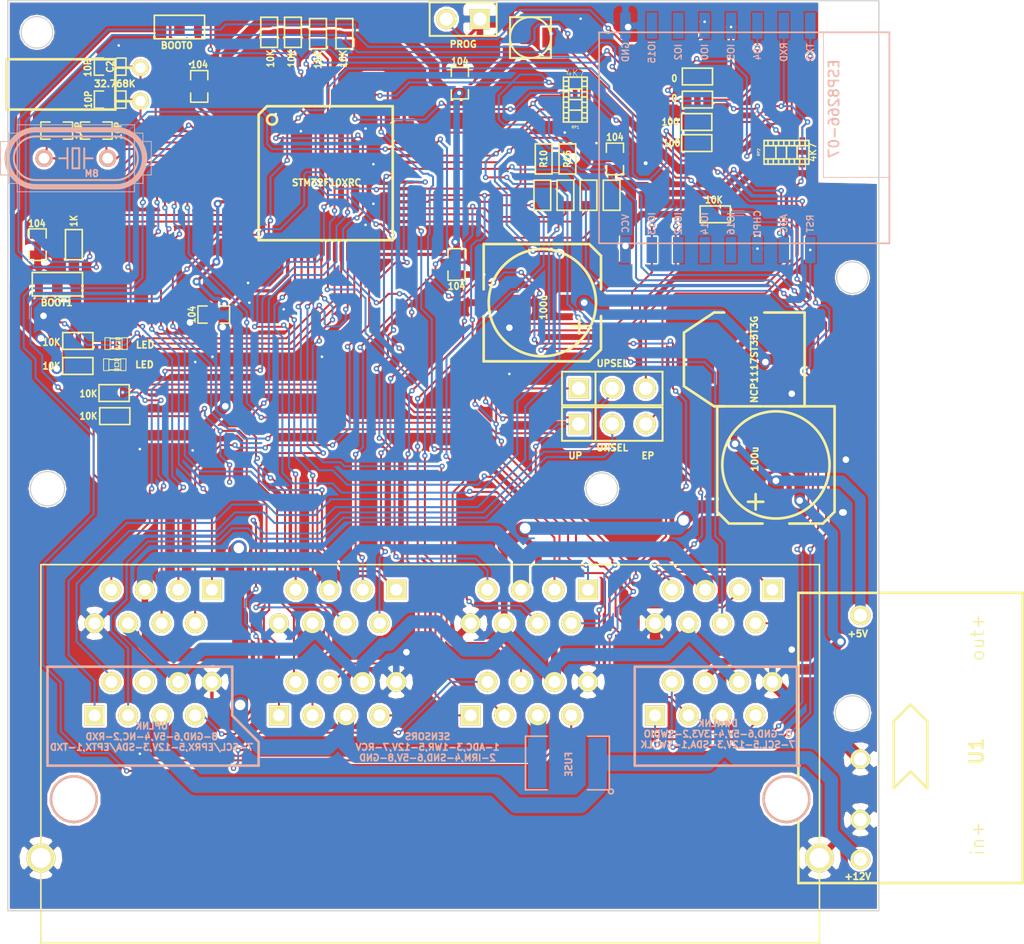
<source format=kicad_pcb>
(kicad_pcb (version 3) (host pcbnew "(2013-07-07 BZR 4022)-stable")
  (layers (15 F.Cu signal) (0 B.Cu signal) (18 B.Paste user) (19 F.Paste user) (20 B.SilkS user) (21 F.SilkS user) (22 B.Mask user) (23 F.Mask user) (28 Edge.Cuts user))
  (net 0 "")
  (net 1 +12V)
  (net 2 +3.3V)
  (net 3 /12V)
  (net 4 /1WR0)
  (net 5 /1WR1)
  (net 6 /1WR2)
  (net 7 /1WR3)
  (net 8 /1WR4)
  (net 9 /1WR5)
  (net 10 /5V)
  (net 11 /ADC0)
  (net 12 /ADC1)
  (net 13 /ADC2)
  (net 14 /ADC3)
  (net 15 /ADC4)
  (net 16 /ADC5)
  (net 17 /ESPRX)
  (net 18 /ESPTX)
  (net 19 /IRM0)
  (net 20 /IRM1)
  (net 21 /IRM2)
  (net 22 /IRM3)
  (net 23 /IRM4)
  (net 24 /IRM5)
  (net 25 /RCV0)
  (net 26 /RCV1)
  (net 27 /RCV2)
  (net 28 /RCV3)
  (net 29 /RCV4)
  (net 30 /RCV5)
  (net 31 /RX1)
  (net 32 /SCL)
  (net 33 /SDA)
  (net 34 /SND0)
  (net 35 /SND1)
  (net 36 /SND2)
  (net 37 /SND3)
  (net 38 /SND4)
  (net 39 /SND5)
  (net 40 /SWCLK)
  (net 41 /SWDIO)
  (net 42 /TX1)
  (net 43 DGND)
  (net 44 N-0000010)
  (net 45 N-0000024)
  (net 46 N-0000042)
  (net 47 N-0000049)
  (net 48 N-0000050)
  (net 49 N-0000051)
  (net 50 N-0000052)
  (net 51 N-0000059)
  (net 52 N-000006)
  (net 53 N-0000067)
  (net 54 N-000007)
  (net 55 N-0000071)
  (net 56 N-0000072)
  (net 57 N-0000073)
  (net 58 N-0000074)
  (net 59 N-0000075)
  (net 60 N-0000076)
  (net 61 N-0000077)
  (net 62 N-0000079)
  (net 63 N-000008)
  (net 64 N-000009)
  (module TQFP_64 (layer F.Cu) (at 77 75 270)
    (fp_text reference IC1 hide)
    (fp_text value STM32F10XRC (at 0.8 -0.15 360) (layer F.SilkS) (effects (font (size 0.5 0.5) (thickness 0.125))))
    (pad 1 smd rect (at -3.74904 5.86994 270) (size 0.24892 1.524) (layers F.Cu F.Paste F.Mask) (net 2 +3.3V))
    (pad 2 smd oval (at -3.24866 5.86994 270) (size 0.24892 1.524) (layers F.Cu F.Paste F.Mask) (net 24 /IRM5))
    (pad 3 smd oval (at -2.74828 5.86994 270) (size 0.24892 1.524) (layers F.Cu F.Paste F.Mask) (net 55 N-0000071))
    (pad 4 smd oval (at -2.2479 5.86994 270) (size 0.24892 1.524) (layers F.Cu F.Paste F.Mask) (net 61 N-0000077))
    (pad 5 smd oval (at -1.74752 5.86994 270) (size 0.24892 1.524) (layers F.Cu F.Paste F.Mask) (net 59 N-0000075))
    (pad 6 smd oval (at -1.24968 5.86994 270) (size 0.24892 1.524) (layers F.Cu F.Paste F.Mask) (net 60 N-0000076))
    (pad 7 smd oval (at -0.7493 5.86994 270) (size 0.24892 1.524) (layers F.Cu F.Paste F.Mask) (net 57 N-0000073))
    (pad 8 smd oval (at -0.24892 5.86994 270) (size 0.24892 1.524) (layers F.Cu F.Paste F.Mask) (net 11 /ADC0))
    (pad 9 smd oval (at 0.25146 5.86994 270) (size 0.24892 1.524) (layers F.Cu F.Paste F.Mask) (net 12 /ADC1))
    (pad 10 smd oval (at 0.75184 5.86994 270) (size 0.24892 1.524) (layers F.Cu F.Paste F.Mask) (net 13 /ADC2))
    (pad 11 smd oval (at 1.25222 5.86994 270) (size 0.24892 1.524) (layers F.Cu F.Paste F.Mask) (net 14 /ADC3))
    (pad 12 smd oval (at 1.75006 5.86994 270) (size 0.24892 1.524) (layers F.Cu F.Paste F.Mask) (net 43 DGND))
    (pad 13 smd oval (at 2.25044 5.86994 270) (size 0.24892 1.524) (layers F.Cu F.Paste F.Mask) (net 2 +3.3V))
    (pad 14 smd oval (at 2.75082 5.86994 270) (size 0.24892 1.524) (layers F.Cu F.Paste F.Mask))
    (pad 15 smd oval (at 3.2512 5.86994 270) (size 0.24892 1.524) (layers F.Cu F.Paste F.Mask) (net 46 N-0000042))
    (pad 16 smd oval (at 3.75158 5.86994 270) (size 0.24892 1.524) (layers F.Cu F.Paste F.Mask) (net 63 N-000008))
    (pad 17 smd oval (at 6.0325 3.74904 270) (size 1.524 0.24892) (layers F.Cu F.Paste F.Mask) (net 54 N-000007))
    (pad 18 smd oval (at 6.0325 3.24866 270) (size 1.524 0.24892) (layers F.Cu F.Paste F.Mask) (net 43 DGND))
    (pad 19 smd oval (at 6.0325 2.74828 270) (size 1.524 0.24892) (layers F.Cu F.Paste F.Mask) (net 2 +3.3V))
    (pad 20 smd oval (at 6.0325 2.2479 270) (size 1.524 0.24892) (layers F.Cu F.Paste F.Mask) (net 6 /1WR2))
    (pad 21 smd oval (at 6.0325 1.74752 270) (size 1.524 0.24892) (layers F.Cu F.Paste F.Mask) (net 8 /1WR4))
    (pad 22 smd oval (at 6.0325 1.24968 270) (size 1.524 0.24892) (layers F.Cu F.Paste F.Mask) (net 7 /1WR3))
    (pad 23 smd oval (at 6.0325 0.7493 270) (size 1.524 0.24892) (layers F.Cu F.Paste F.Mask) (net 9 /1WR5))
    (pad 24 smd oval (at 6.0325 0.24892 270) (size 1.524 0.24892) (layers F.Cu F.Paste F.Mask) (net 15 /ADC4))
    (pad 25 smd oval (at 6.0325 -0.25146 270) (size 1.524 0.24892) (layers F.Cu F.Paste F.Mask) (net 16 /ADC5))
    (pad 26 smd oval (at 6.0325 -0.75184 270) (size 1.524 0.24892) (layers F.Cu F.Paste F.Mask) (net 49 N-0000051))
    (pad 27 smd oval (at 6.0325 -1.25222 270) (size 1.524 0.24892) (layers F.Cu F.Paste F.Mask) (net 48 N-0000050))
    (pad 28 smd oval (at 6.0325 -1.75006 270) (size 1.524 0.24892) (layers F.Cu F.Paste F.Mask) (net 58 N-0000074))
    (pad 29 smd oval (at 6.0325 -2.25044 270) (size 1.524 0.24892) (layers F.Cu F.Paste F.Mask) (net 34 /SND0))
    (pad 30 smd oval (at 6.0325 -2.75082 270) (size 1.524 0.24892) (layers F.Cu F.Paste F.Mask) (net 35 /SND1))
    (pad 31 smd oval (at 6.0325 -3.2512 270) (size 1.524 0.24892) (layers F.Cu F.Paste F.Mask) (net 43 DGND))
    (pad 32 smd oval (at 6.0325 -3.75158 270) (size 1.524 0.24892) (layers F.Cu F.Paste F.Mask) (net 2 +3.3V))
    (pad 33 smd oval (at 3.75158 -6.0325 270) (size 0.24892 1.524) (layers F.Cu F.Paste F.Mask) (net 36 /SND2))
    (pad 34 smd oval (at 3.2512 -6.0325 270) (size 0.24892 1.524) (layers F.Cu F.Paste F.Mask) (net 37 /SND3))
    (pad 35 smd oval (at 2.75082 -6.0325 270) (size 0.24892 1.524) (layers F.Cu F.Paste F.Mask) (net 38 /SND4))
    (pad 36 smd oval (at 2.25044 -6.0325 270) (size 0.24892 1.524) (layers F.Cu F.Paste F.Mask) (net 39 /SND5))
    (pad 37 smd oval (at 1.75006 -6.0325 270) (size 0.24892 1.524) (layers F.Cu F.Paste F.Mask) (net 29 /RCV4))
    (pad 38 smd oval (at 1.25222 -6.0325 270) (size 0.24892 1.524) (layers F.Cu F.Paste F.Mask) (net 30 /RCV5))
    (pad 39 smd oval (at 0.75184 -6.0325 270) (size 0.24892 1.524) (layers F.Cu F.Paste F.Mask) (net 19 /IRM0))
    (pad 40 smd oval (at 0.25146 -6.0325 270) (size 0.24892 1.524) (layers F.Cu F.Paste F.Mask) (net 20 /IRM1))
    (pad 41 smd oval (at -0.24892 -6.0325 270) (size 0.24892 1.524) (layers F.Cu F.Paste F.Mask) (net 45 N-0000024))
    (pad 42 smd oval (at -0.7493 -6.0325 270) (size 0.24892 1.524) (layers F.Cu F.Paste F.Mask) (net 42 /TX1))
    (pad 43 smd oval (at -1.24968 -6.0325 270) (size 0.24892 1.524) (layers F.Cu F.Paste F.Mask) (net 31 /RX1))
    (pad 44 smd oval (at -1.74752 -6.0325 270) (size 0.24892 1.524) (layers F.Cu F.Paste F.Mask) (net 4 /1WR0))
    (pad 45 smd oval (at -2.2479 -6.0325 270) (size 0.24892 1.524) (layers F.Cu F.Paste F.Mask) (net 5 /1WR1))
    (pad 46 smd oval (at -2.74828 -6.0325 270) (size 0.24892 1.524) (layers F.Cu F.Paste F.Mask) (net 41 /SWDIO))
    (pad 47 smd oval (at -3.24866 -6.0325 270) (size 0.24892 1.524) (layers F.Cu F.Paste F.Mask) (net 43 DGND))
    (pad 48 smd oval (at -3.74904 -6.0325 270) (size 0.24892 1.524) (layers F.Cu F.Paste F.Mask) (net 2 +3.3V))
    (pad 49 smd oval (at -5.86994 -3.75158 270) (size 1.524 0.24892) (layers F.Cu F.Paste F.Mask) (net 40 /SWCLK))
    (pad 50 smd oval (at -5.86994 -3.2512 270) (size 1.524 0.24892) (layers F.Cu F.Paste F.Mask))
    (pad 52 smd oval (at -5.86994 -2.25044 270) (size 1.524 0.24892) (layers F.Cu F.Paste F.Mask) (net 22 /IRM3))
    (pad 51 smd oval (at -5.88772 -2.75082 270) (size 1.524 0.24892) (layers F.Cu F.Paste F.Mask) (net 21 /IRM2))
    (pad 53 smd oval (at -5.86994 -1.75006 270) (size 1.524 0.24892) (layers F.Cu F.Paste F.Mask) (net 23 /IRM4))
    (pad 54 smd oval (at -5.86994 -1.25222 270) (size 1.524 0.24892) (layers F.Cu F.Paste F.Mask))
    (pad 55 smd oval (at -5.86994 -0.75184 270) (size 1.524 0.24892) (layers F.Cu F.Paste F.Mask) (net 25 /RCV0))
    (pad 56 smd oval (at -5.86994 -0.25146 270) (size 1.524 0.24892) (layers F.Cu F.Paste F.Mask) (net 26 /RCV1))
    (pad 57 smd oval (at -5.86994 0.24892 270) (size 1.524 0.24892) (layers F.Cu F.Paste F.Mask))
    (pad 58 smd oval (at -5.86994 0.7493 270) (size 1.524 0.24892) (layers F.Cu F.Paste F.Mask) (net 32 /SCL))
    (pad 59 smd oval (at -5.86994 1.24206 270) (size 1.524 0.24892) (layers F.Cu F.Paste F.Mask) (net 33 /SDA))
    (pad 60 smd oval (at -5.86994 1.74244 270) (size 1.524 0.24892) (layers F.Cu F.Paste F.Mask) (net 50 N-0000052))
    (pad 61 smd oval (at -5.86994 2.24282 270) (size 1.524 0.24892) (layers F.Cu F.Paste F.Mask) (net 27 /RCV2))
    (pad 62 smd oval (at -5.86994 2.7432 270) (size 1.524 0.24892) (layers F.Cu F.Paste F.Mask) (net 28 /RCV3))
    (pad 63 smd oval (at -5.86994 3.24104 270) (size 1.524 0.24892) (layers F.Cu F.Paste F.Mask) (net 43 DGND))
    (pad 64 smd oval (at -5.86994 3.74142 270) (size 1.524 0.24892) (layers F.Cu F.Paste F.Mask) (net 2 +3.3V))
  )
  (module SOT223 (layer F.Cu) (at 108.8 89.2 90)
    (fp_text reference U2 hide)
    (fp_text value NCP1117ST33T3G (at 0 0.762 90) (layer F.SilkS) (effects (font (size 0.5 0.5) (thickness 0.125))))
    (pad 4 smd rect (at 0 -3.302 90) (size 3.6576 2.032) (layers F.Cu F.Paste F.Mask))
    (pad 2 smd rect (at 0 3.302 90) (size 1.016 2.032) (layers F.Cu F.Paste F.Mask) (net 2 +3.3V))
    (pad 3 smd rect (at 2.286 3.302 90) (size 1.016 2.032) (layers F.Cu F.Paste F.Mask) (net 10 /5V))
    (pad 1 smd rect (at -2.286 3.302 90) (size 1.016 2.032) (layers F.Cu F.Paste F.Mask) (net 43 DGND))
  )
  (module SMDHD/VF (layer F.Cu) (at 111.2 97.2 90)
    (fp_text reference C10 hide)
    (fp_text value 100u (at 0.45 -1.6 90) (layer F.SilkS) (effects (font (size 0.5 0.5) (thickness 0.125))))
    (fp_text user + (at -2.794 -1.651 90) (layer F.SilkS) (effects (font (size 1.524 1.524) (thickness 0.2032))))
    (pad 1 smd rect (at -3.175 0 90) (size 3.79984 1.19888) (layers F.Cu F.Paste F.Mask) (net 10 /5V))
    (pad 2 smd rect (at 3.175 0 90) (size 3.79984 1.19888) (layers F.Cu F.Paste F.Mask) (net 43 DGND))
  )
  (module SMDHD/VF (layer F.Cu) (at 93.5 84.9 180)
    (fp_text reference C11 hide)
    (fp_text value 100u (at -0.1 -0.35 270) (layer F.SilkS) (effects (font (size 0.5 0.5) (thickness 0.125))))
    (fp_text user + (at -2.794 -1.651 180) (layer F.SilkS) (effects (font (size 1.524 1.524) (thickness 0.2032))))
    (pad 1 smd rect (at -3.175 0 180) (size 3.79984 1.19888) (layers F.Cu F.Paste F.Mask) (net 2 +3.3V))
    (pad 2 smd rect (at 3.175 0 180) (size 3.79984 1.19888) (layers F.Cu F.Paste F.Mask) (net 43 DGND))
  )
  (module SM0603_Capa (layer F.Cu) (at 87 82 90)
    (fp_text reference C4 hide)
    (fp_text value 104 (at -1.651 0 180) (layer F.SilkS) (effects (font (size 0.508 0.4572) (thickness 0.1143))))
    (pad 1 smd rect (at -0.762 0 90) (size 0.635 1.143) (layers F.Cu F.Paste F.Mask) (net 43 DGND))
    (pad 2 smd rect (at 0.762 0 90) (size 0.635 1.143) (layers F.Cu F.Paste F.Mask) (net 2 +3.3V))
  )
  (module SM0603_Capa (layer F.Cu) (at 67.5 68.5 270)
    (fp_text reference C8 hide)
    (fp_text value 104 (at -1.651 0 360) (layer F.SilkS) (effects (font (size 0.508 0.4572) (thickness 0.1143))))
    (pad 1 smd rect (at -0.762 0 270) (size 0.635 1.143) (layers F.Cu F.Paste F.Mask) (net 43 DGND))
    (pad 2 smd rect (at 0.762 0 270) (size 0.635 1.143) (layers F.Cu F.Paste F.Mask) (net 2 +3.3V))
  )
  (module SM0603_Capa (layer F.Cu) (at 99 74 270)
    (fp_text reference C9 hide)
    (fp_text value 104 (at -1.651 0 360) (layer F.SilkS) (effects (font (size 0.508 0.4572) (thickness 0.1143))))
    (pad 1 smd rect (at -0.762 0 270) (size 0.635 1.143) (layers F.Cu F.Paste F.Mask) (net 43 DGND))
    (pad 2 smd rect (at 0.762 0 270) (size 0.635 1.143) (layers F.Cu F.Paste F.Mask) (net 2 +3.3V))
  )
  (module SM0603_Capa (layer F.Cu) (at 87.25 68.25 270)
    (fp_text reference C1 hide)
    (fp_text value 104 (at -1.651 0 360) (layer F.SilkS) (effects (font (size 0.508 0.4572) (thickness 0.1143))))
    (pad 1 smd rect (at -0.762 0 270) (size 0.635 1.143) (layers F.Cu F.Paste F.Mask) (net 43 DGND))
    (pad 2 smd rect (at 0.762 0 270) (size 0.635 1.143) (layers F.Cu F.Paste F.Mask) (net 2 +3.3V))
  )
  (module SM0603_Capa (layer F.Cu) (at 56.7 71.85 180)
    (fp_text reference C6 hide)
    (fp_text value 10P (at -1.651 0 270) (layer F.SilkS) (effects (font (size 0.508 0.4572) (thickness 0.1143))))
    (pad 1 smd rect (at -0.762 0 180) (size 0.635 1.143) (layers F.Cu F.Paste F.Mask) (net 43 DGND))
    (pad 2 smd rect (at 0.762 0 180) (size 0.635 1.143) (layers F.Cu F.Paste F.Mask) (net 60 N-0000076))
  )
  (module SM0603_Capa (layer F.Cu) (at 59.7 71.85 180)
    (fp_text reference C5 hide)
    (fp_text value 10P (at -1.651 0 270) (layer F.SilkS) (effects (font (size 0.508 0.4572) (thickness 0.1143))))
    (pad 1 smd rect (at -0.762 0 180) (size 0.635 1.143) (layers F.Cu F.Paste F.Mask) (net 59 N-0000075))
    (pad 2 smd rect (at 0.762 0 180) (size 0.635 1.143) (layers F.Cu F.Paste F.Mask) (net 43 DGND))
  )
  (module SM0603_Capa (layer F.Cu) (at 60.75 69.5)
    (fp_text reference C3 hide)
    (fp_text value 10P (at -1.651 0 90) (layer F.SilkS) (effects (font (size 0.508 0.4572) (thickness 0.1143))))
    (pad 1 smd rect (at -0.762 0) (size 0.635 1.143) (layers F.Cu F.Paste F.Mask) (net 43 DGND))
    (pad 2 smd rect (at 0.762 0) (size 0.635 1.143) (layers F.Cu F.Paste F.Mask) (net 61 N-0000077))
  )
  (module SM0603_Capa (layer F.Cu) (at 60.75 67 180)
    (fp_text reference C2 (at 0 0 270) (layer F.SilkS) (effects (font (size 0.508 0.4572) (thickness 0.1143))))
    (fp_text value 10P (at 1.7 -0.1 270) (layer F.SilkS) (effects (font (size 0.508 0.4572) (thickness 0.1143))))
    (pad 1 smd rect (at -0.762 0 180) (size 0.635 1.143) (layers F.Cu F.Paste F.Mask) (net 55 N-0000071))
    (pad 2 smd rect (at 0.762 0 180) (size 0.635 1.143) (layers F.Cu F.Paste F.Mask) (net 43 DGND))
  )
  (module SM0603_Capa (layer F.Cu) (at 55.25 80.5 90)
    (fp_text reference C7 hide)
    (fp_text value 104 (at 1.6 -0.05 180) (layer F.SilkS) (effects (font (size 0.508 0.4572) (thickness 0.1143))))
    (pad 1 smd rect (at -0.762 0 90) (size 0.635 1.143) (layers F.Cu F.Paste F.Mask) (net 43 DGND))
    (pad 2 smd rect (at 0.762 0 90) (size 0.635 1.143) (layers F.Cu F.Paste F.Mask) (net 57 N-0000073))
  )
  (module SM0603_Capa (layer F.Cu) (at 68.6 85.8)
    (fp_text reference C12 hide)
    (fp_text value 104 (at -1.651 0 90) (layer F.SilkS) (effects (font (size 0.508 0.4572) (thickness 0.1143))))
    (pad 1 smd rect (at -0.762 0) (size 0.635 1.143) (layers F.Cu F.Paste F.Mask) (net 43 DGND))
    (pad 2 smd rect (at 0.762 0) (size 0.635 1.143) (layers F.Cu F.Paste F.Mask) (net 2 +3.3V))
  )
  (module SM0603 (layer F.Cu) (at 98.75 76.75 270)
    (fp_text reference R12 hide)
    (fp_text value 10K hide)
    (pad 1 smd rect (at -0.762 0 270) (size 0.635 1.143) (layers F.Cu F.Paste F.Mask) (net 2 +3.3V))
    (pad 2 smd rect (at 0.762 0 270) (size 0.635 1.143) (layers F.Cu F.Paste F.Mask) (net 36 /SND2))
  )
  (module SM0603 (layer F.Cu) (at 61.1 93.5)
    (fp_text reference R17 hide)
    (fp_text value 10K (at -2 0) (layer F.SilkS) (effects (font (size 0.508 0.4572) (thickness 0.1143))))
    (pad 1 smd rect (at -0.762 0) (size 0.635 1.143) (layers F.Cu F.Paste F.Mask) (net 2 +3.3V))
    (pad 2 smd rect (at 0.762 0) (size 0.635 1.143) (layers F.Cu F.Paste F.Mask) (net 35 /SND1))
  )
  (module SM0603 (layer F.Cu) (at 76.5 64.5 270)
    (fp_text reference R14 hide)
    (fp_text value 10K (at 2 0 270) (layer F.SilkS) (effects (font (size 0.508 0.4572) (thickness 0.1143))))
    (pad 1 smd rect (at -0.762 0 270) (size 0.635 1.143) (layers F.Cu F.Paste F.Mask) (net 2 +3.3V))
    (pad 2 smd rect (at 0.762 0 270) (size 0.635 1.143) (layers F.Cu F.Paste F.Mask) (net 26 /RCV1))
  )
  (module SM0603 (layer F.Cu) (at 61.05 91.75)
    (fp_text reference R11 hide)
    (fp_text value 10K (at -1.95 0.05) (layer F.SilkS) (effects (font (size 0.508 0.4572) (thickness 0.1143))))
    (pad 1 smd rect (at -0.762 0) (size 0.635 1.143) (layers F.Cu F.Paste F.Mask) (net 2 +3.3V))
    (pad 2 smd rect (at 0.762 0) (size 0.635 1.143) (layers F.Cu F.Paste F.Mask) (net 34 /SND0))
  )
  (module SM0603 (layer F.Cu) (at 78.5 64.5 270)
    (fp_text reference R8 hide)
    (fp_text value 10K (at 1.9 0.1 270) (layer F.SilkS) (effects (font (size 0.508 0.4572) (thickness 0.1143))))
    (pad 1 smd rect (at -0.762 0 270) (size 0.635 1.143) (layers F.Cu F.Paste F.Mask) (net 2 +3.3V))
    (pad 2 smd rect (at 0.762 0 270) (size 0.635 1.143) (layers F.Cu F.Paste F.Mask) (net 25 /RCV0))
  )
  (module SM0603 (layer F.Cu) (at 105.2 71.2)
    (fp_text reference R4 hide)
    (fp_text value 100 (at -2 0) (layer F.SilkS) (effects (font (size 0.508 0.4572) (thickness 0.1143))))
    (pad 1 smd rect (at -0.762 0) (size 0.635 1.143) (layers F.Cu F.Paste F.Mask) (net 63 N-000008))
    (pad 2 smd rect (at 0.762 0) (size 0.635 1.143) (layers F.Cu F.Paste F.Mask) (net 17 /ESPRX))
  )
  (module SM0603 (layer F.Cu) (at 74.6 64.4 270)
    (fp_text reference R9 hide)
    (fp_text value 10K (at 2 0.1 270) (layer F.SilkS) (effects (font (size 0.508 0.4572) (thickness 0.1143))))
    (pad 1 smd rect (at -0.762 0 270) (size 0.635 1.143) (layers F.Cu F.Paste F.Mask) (net 2 +3.3V))
    (pad 2 smd rect (at 0.762 0 270) (size 0.635 1.143) (layers F.Cu F.Paste F.Mask) (net 27 /RCV2))
  )
  (module SM0603 (layer F.Cu) (at 97 76.75 270)
    (fp_text reference R18 hide)
    (fp_text value 10K hide)
    (pad 1 smd rect (at -0.762 0 270) (size 0.635 1.143) (layers F.Cu F.Paste F.Mask) (net 2 +3.3V))
    (pad 2 smd rect (at 0.762 0 270) (size 0.635 1.143) (layers F.Cu F.Paste F.Mask) (net 37 /SND3))
  )
  (module SM0603 (layer F.Cu) (at 72.8 64.4 270)
    (fp_text reference R15 hide)
    (fp_text value 10K (at 2 -0.1 270) (layer F.SilkS) (effects (font (size 0.508 0.4572) (thickness 0.1143))))
    (pad 1 smd rect (at -0.762 0 270) (size 0.635 1.143) (layers F.Cu F.Paste F.Mask) (net 2 +3.3V))
    (pad 2 smd rect (at 0.762 0 270) (size 0.635 1.143) (layers F.Cu F.Paste F.Mask) (net 28 /RCV3))
  )
  (module SM0603 (layer F.Cu) (at 95.25 76.75 270)
    (fp_text reference R13 hide)
    (fp_text value 10K hide)
    (pad 1 smd rect (at -0.762 0 270) (size 0.635 1.143) (layers F.Cu F.Paste F.Mask) (net 2 +3.3V))
    (pad 2 smd rect (at 0.762 0 270) (size 0.635 1.143) (layers F.Cu F.Paste F.Mask) (net 38 /SND4))
  )
  (module SM0603 (layer F.Cu) (at 93.6 74 90)
    (fp_text reference R10 (at 0 0 90) (layer F.SilkS) (effects (font (size 0.508 0.4572) (thickness 0.1143))))
    (fp_text value 10K hide)
    (pad 1 smd rect (at -0.762 0 90) (size 0.635 1.143) (layers F.Cu F.Paste F.Mask) (net 2 +3.3V))
    (pad 2 smd rect (at 0.762 0 90) (size 0.635 1.143) (layers F.Cu F.Paste F.Mask) (net 29 /RCV4))
  )
  (module SM0603 (layer F.Cu) (at 93.5 76.75 270)
    (fp_text reference R19 hide)
    (fp_text value 10K hide)
    (pad 1 smd rect (at -0.762 0 270) (size 0.635 1.143) (layers F.Cu F.Paste F.Mask) (net 2 +3.3V))
    (pad 2 smd rect (at 0.762 0 270) (size 0.635 1.143) (layers F.Cu F.Paste F.Mask) (net 39 /SND5))
  )
  (module SM0603 (layer F.Cu) (at 95.4 74 90)
    (fp_text reference R16 (at 0 0 90) (layer F.SilkS) (effects (font (size 0.508 0.4572) (thickness 0.1143))))
    (fp_text value 10K hide)
    (pad 1 smd rect (at -0.762 0 90) (size 0.635 1.143) (layers F.Cu F.Paste F.Mask) (net 2 +3.3V))
    (pad 2 smd rect (at 0.762 0 90) (size 0.635 1.143) (layers F.Cu F.Paste F.Mask) (net 30 /RCV5))
  )
  (module SM0603 (layer F.Cu) (at 105.25 67.75 180)
    (fp_text reference R7 hide)
    (fp_text value 0 (at 1.75 -0.15 180) (layer F.SilkS) (effects (font (size 0.508 0.4572) (thickness 0.1143))))
    (pad 1 smd rect (at -0.762 0 180) (size 0.635 1.143) (layers F.Cu F.Paste F.Mask) (net 52 N-000006))
    (pad 2 smd rect (at 0.762 0 180) (size 0.635 1.143) (layers F.Cu F.Paste F.Mask) (net 32 /SCL))
  )
  (module SM0603 (layer F.Cu) (at 105.25 69.5 180)
    (fp_text reference R6 hide)
    (fp_text value 0 (at 1.75 0.1 180) (layer F.SilkS) (effects (font (size 0.508 0.4572) (thickness 0.1143))))
    (pad 1 smd rect (at -0.762 0 180) (size 0.635 1.143) (layers F.Cu F.Paste F.Mask) (net 64 N-000009))
    (pad 2 smd rect (at 0.762 0 180) (size 0.635 1.143) (layers F.Cu F.Paste F.Mask) (net 33 /SDA))
  )
  (module SM0603 (layer F.Cu) (at 105.2 72.8)
    (fp_text reference R5 hide)
    (fp_text value 100 (at -1.9 0) (layer F.SilkS) (effects (font (size 0.508 0.4572) (thickness 0.1143))))
    (pad 1 smd rect (at -0.762 0) (size 0.635 1.143) (layers F.Cu F.Paste F.Mask) (net 54 N-000007))
    (pad 2 smd rect (at 0.762 0) (size 0.635 1.143) (layers F.Cu F.Paste F.Mask) (net 18 /ESPTX))
  )
  (module SM0603 (layer F.Cu) (at 58.3 87.8)
    (fp_text reference R3 hide)
    (fp_text value 10K (at -2 0.1) (layer F.SilkS) (effects (font (size 0.508 0.4572) (thickness 0.1143))))
    (pad 1 smd rect (at -0.762 0) (size 0.635 1.143) (layers F.Cu F.Paste F.Mask) (net 2 +3.3V))
    (pad 2 smd rect (at 0.762 0) (size 0.635 1.143) (layers F.Cu F.Paste F.Mask) (net 56 N-0000072))
  )
  (module SM0603 (layer F.Cu) (at 58 80.5 270)
    (fp_text reference R1 hide)
    (fp_text value 1K (at -1.8 0 270) (layer F.SilkS) (effects (font (size 0.508 0.4572) (thickness 0.1143))))
    (pad 1 smd rect (at -0.762 0 270) (size 0.635 1.143) (layers F.Cu F.Paste F.Mask) (net 57 N-0000073))
    (pad 2 smd rect (at 0.762 0 270) (size 0.635 1.143) (layers F.Cu F.Paste F.Mask) (net 2 +3.3V))
  )
  (module SM0603 (layer F.Cu) (at 58.3 89.7)
    (fp_text reference R2 hide)
    (fp_text value 10K (at -2 0) (layer F.SilkS) (effects (font (size 0.508 0.4572) (thickness 0.1143))))
    (pad 1 smd rect (at -0.762 0) (size 0.635 1.143) (layers F.Cu F.Paste F.Mask) (net 2 +3.3V))
    (pad 2 smd rect (at 0.762 0) (size 0.635 1.143) (layers F.Cu F.Paste F.Mask) (net 62 N-0000079))
  )
  (module QMONTRE (layer F.Cu) (at 63.05 68.35 270)
    (fp_text reference X1 hide)
    (fp_text value 32.768K (at -0.05 1.95 360) (layer F.SilkS) (effects (font (size 0.5 0.5) (thickness 0.125))))
    (pad 1 thru_hole circle (at -1.27 0 270) (size 1.27 1.27) (drill 0.8128) (layers *.Cu *.Mask F.SilkS) (net 55 N-0000071))
    (pad 2 thru_hole circle (at 1.27 0 270) (size 1.27 1.27) (drill 0.8128) (layers *.Cu *.Mask F.SilkS) (net 61 N-0000077))
  )
  (module PIN_ARRAY_3X1 (layer F.Cu) (at 98.8 91.4)
    (fp_text reference JP3 hide)
    (fp_text value UPSEL (at 0 -1.9) (layer F.SilkS) (effects (font (size 0.5 0.5) (thickness 0.125))))
    (pad 1 thru_hole rect (at -2.54 0) (size 1.524 1.524) (drill 1.016) (layers *.Cu *.Mask F.SilkS) (net 32 /SCL))
    (pad 2 thru_hole circle (at 0 0) (size 1.524 1.524) (drill 1.016) (layers *.Cu *.Mask F.SilkS) (net 51 N-0000059))
    (pad 3 thru_hole circle (at 2.54 0) (size 1.524 1.524) (drill 1.016) (layers *.Cu *.Mask F.SilkS) (net 17 /ESPRX))
  )
  (module PIN_ARRAY_3X1 (layer F.Cu) (at 98.8 94.1)
    (fp_text reference JP4 hide)
    (fp_text value UNSEL (at 0 1.8) (layer F.SilkS) (effects (font (size 0.5 0.5) (thickness 0.125))))
    (pad 1 thru_hole rect (at -2.54 0) (size 1.524 1.524) (drill 1.016) (layers *.Cu *.Mask F.SilkS) (net 33 /SDA))
    (pad 2 thru_hole circle (at 0 0) (size 1.524 1.524) (drill 1.016) (layers *.Cu *.Mask F.SilkS) (net 53 N-0000067))
    (pad 3 thru_hole circle (at 2.54 0) (size 1.524 1.524) (drill 1.016) (layers *.Cu *.Mask F.SilkS) (net 18 /ESPTX))
  )
  (module LED-0603 (layer F.Cu) (at 61.2 88)
    (fp_text reference D3 hide)
    (fp_text value LED (at 2.2 0.1) (layer F.SilkS) (effects (font (size 0.508 0.508) (thickness 0.127))))
    (pad 1 smd rect (at -0.7493 0) (size 0.79756 0.79756) (layers F.Cu F.Paste F.Mask) (net 56 N-0000072))
    (pad 2 smd rect (at 0.7493 0) (size 0.79756 0.79756) (layers F.Cu F.Paste F.Mask) (net 49 N-0000051))
  )
  (module LED-0603 (layer F.Cu) (at 61.1 89.6)
    (fp_text reference D2 hide)
    (fp_text value LED (at 2.25 0) (layer F.SilkS) (effects (font (size 0.508 0.508) (thickness 0.127))))
    (pad 1 smd rect (at -0.7493 0) (size 0.79756 0.79756) (layers F.Cu F.Paste F.Mask) (net 62 N-0000079))
    (pad 2 smd rect (at 0.7493 0) (size 0.79756 0.79756) (layers F.Cu F.Paste F.Mask) (net 48 N-0000050))
  )
  (module RV3x3 (layer F.Cu) (at 92.6 64.8 270)
    (fp_text reference RV1 hide)
    (fp_text value ADDR hide)
    (pad 2 smd rect (at 0 -1.5 270) (size 1.5 1.2) (layers F.Cu F.Paste F.Mask) (net 46 N-0000042))
    (pad 3 smd rect (at 1.1 1.5 270) (size 1 1.2) (layers F.Cu F.Paste F.Mask) (net 2 +3.3V))
    (pad 1 smd rect (at -1 1.5 270) (size 1 1.2) (layers F.Cu F.Paste F.Mask) (net 43 DGND))
  )
  (module JMP3 (layer F.Cu) (at 66 64 90)
    (fp_text reference JP1 hide)
    (fp_text value BOOT0 (at -1.4 -0.2 180) (layer F.SilkS) (effects (font (size 0.5 0.5) (thickness 0.125))))
    (pad 1 smd rect (at 0 -1.4 90) (size 1.27 0.6) (layers F.Cu F.Paste F.Mask) (net 2 +3.3V))
    (pad 2 smd rect (at 0 0 90) (size 1.27 0.8) (layers F.Cu F.Paste F.Mask) (net 50 N-0000052))
    (pad 3 smd rect (at 0 1.4 90) (size 1.27 0.6) (layers F.Cu F.Paste F.Mask) (net 43 DGND))
  )
  (module JMP3 (layer F.Cu) (at 56.75 83.5 270)
    (fp_text reference JP2 hide)
    (fp_text value BOOT1 (at 1.4 0.05 360) (layer F.SilkS) (effects (font (size 0.5 0.5) (thickness 0.125))))
    (pad 1 smd rect (at 0 -1.4 270) (size 1.27 0.6) (layers F.Cu F.Paste F.Mask) (net 2 +3.3V))
    (pad 2 smd rect (at 0 0 270) (size 1.27 0.8) (layers F.Cu F.Paste F.Mask) (net 58 N-0000074))
    (pad 3 smd rect (at 0 1.4 270) (size 1.27 0.6) (layers F.Cu F.Paste F.Mask) (net 43 DGND))
  )
  (module crystal-HC49/S (layer B.Cu) (at 58.15 73.95 180)
    (fp_text reference X2 hide)
    (fp_text value 8M (at -1.2 -1.15 180) (layer B.SilkS) (effects (font (size 0.5 0.5) (thickness 0.125)) (justify mirror)))
    (pad 1 thru_hole circle (at -2.413 0 180) (size 1.3208 1.3208) (drill 0.8128) (layers *.Cu *.Mask B.SilkS) (net 59 N-0000075))
    (pad 2 thru_hole circle (at 2.413 0 180) (size 1.3208 1.3208) (drill 0.8128) (layers *.Cu *.Mask B.SilkS) (net 60 N-0000076))
  )
  (module r_cat16-4 (layer F.Cu) (at 96 69.5 180)
    (fp_text reference RP1 (at 0 -2.10058 180) (layer F.SilkS) (effects (font (size 0.20066 0.20066) (thickness 0.04064))))
    (fp_text value 4K7 (at 0 1.99898 180) (layer F.SilkS) (effects (font (size 0.5 0.5) (thickness 0.04064))))
    (pad 2 smd rect (at 0.762 0.39878 180) (size 0.762 0.4318) (layers F.Cu F.Paste F.Mask) (net 41 /SWDIO))
    (pad 7 smd rect (at -0.762 0.39878 180) (size 0.762 0.4318) (layers F.Cu F.Paste F.Mask) (net 2 +3.3V))
    (pad 3 smd rect (at 0.762 -0.39878 180) (size 0.762 0.4318) (layers F.Cu F.Paste F.Mask) (net 31 /RX1))
    (pad 6 smd rect (at -0.762 -0.39878 180) (size 0.762 0.4318) (layers F.Cu F.Paste F.Mask) (net 2 +3.3V))
    (pad 1 smd rect (at 0.762 1.19888 180) (size 0.762 0.4318) (layers F.Cu F.Paste F.Mask) (net 40 /SWCLK))
    (pad 4 smd rect (at 0.762 -1.19888 180) (size 0.762 0.4318) (layers F.Cu F.Paste F.Mask) (net 42 /TX1))
    (pad 5 smd rect (at -0.762 -1.19888 180) (size 0.762 0.4318) (layers F.Cu F.Paste F.Mask) (net 2 +3.3V))
    (pad 8 smd rect (at -0.762 1.19888 180) (size 0.762 0.4318) (layers F.Cu F.Paste F.Mask) (net 2 +3.3V))
  )
  (module r_cat16-4 (layer F.Cu) (at 112 73.5 90)
    (fp_text reference RP2 (at 0 -2.10058 90) (layer F.SilkS) (effects (font (size 0.20066 0.20066) (thickness 0.04064))))
    (fp_text value 4K7 (at 0 1.99898 90) (layer F.SilkS) (effects (font (size 0.5 0.5) (thickness 0.1))))
    (pad 2 smd rect (at 0.762 0.39878 90) (size 0.762 0.4318) (layers F.Cu F.Paste F.Mask) (net 18 /ESPTX))
    (pad 7 smd rect (at -0.762 0.39878 90) (size 0.762 0.4318) (layers F.Cu F.Paste F.Mask) (net 2 +3.3V))
    (pad 3 smd rect (at 0.762 -0.39878 90) (size 0.762 0.4318) (layers F.Cu F.Paste F.Mask) (net 33 /SDA))
    (pad 6 smd rect (at -0.762 -0.39878 90) (size 0.762 0.4318) (layers F.Cu F.Paste F.Mask) (net 2 +3.3V))
    (pad 1 smd rect (at 0.762 1.19888 90) (size 0.762 0.4318) (layers F.Cu F.Paste F.Mask) (net 17 /ESPRX))
    (pad 4 smd rect (at 0.762 -1.19888 90) (size 0.762 0.4318) (layers F.Cu F.Paste F.Mask) (net 32 /SCL))
    (pad 5 smd rect (at -0.762 -1.19888 90) (size 0.762 0.4318) (layers F.Cu F.Paste F.Mask) (net 2 +3.3V))
    (pad 8 smd rect (at -0.762 1.19888 90) (size 0.762 0.4318) (layers F.Cu F.Paste F.Mask) (net 2 +3.3V))
  )
  (module ESP8266-07 (layer B.Cu) (at 108.8 72.4 90)
    (fp_text reference U3 hide)
    (fp_text value ESP8266-07 (at 2.2 6.8 90) (layer B.SilkS) (effects (font (size 0.762 0.762) (thickness 0.127)) (justify mirror)))
    (fp_text user GND (at 6.5 -9 90) (layer B.SilkS) (effects (font (size 0.5 0.5) (thickness 0.1)) (justify mirror)))
    (fp_text user IO15 (at 6.5 -7 90) (layer B.SilkS) (effects (font (size 0.5 0.5) (thickness 0.1)) (justify mirror)))
    (fp_text user IO2 (at 6.5 -5 90) (layer B.SilkS) (effects (font (size 0.5 0.5) (thickness 0.1)) (justify mirror)))
    (fp_text user IO0 (at 6.5 -3 90) (layer B.SilkS) (effects (font (size 0.5 0.5) (thickness 0.1)) (justify mirror)))
    (fp_text user IO5 (at 6.5 -1 90) (layer B.SilkS) (effects (font (size 0.5 0.5) (thickness 0.1)) (justify mirror)))
    (fp_text user IO4 (at 6.5 1 90) (layer B.SilkS) (effects (font (size 0.5 0.5) (thickness 0.1)) (justify mirror)))
    (fp_text user RXD (at 6.5 3 90) (layer B.SilkS) (effects (font (size 0.5 0.5) (thickness 0.1)) (justify mirror)))
    (fp_text user TXD (at 6.5 5 90) (layer B.SilkS) (effects (font (size 0.5 0.5) (thickness 0.1)) (justify mirror)))
    (fp_text user VCC (at -6.5 -9 90) (layer B.SilkS) (effects (font (size 0.5 0.5) (thickness 0.1)) (justify mirror)))
    (fp_text user IO13 (at -6.5 -7 90) (layer B.SilkS) (effects (font (size 0.5 0.5) (thickness 0.1)) (justify mirror)))
    (fp_text user IO12 (at -6.5 -5 90) (layer B.SilkS) (effects (font (size 0.5 0.5) (thickness 0.1)) (justify mirror)))
    (fp_text user IO14 (at -6.5 -3 90) (layer B.SilkS) (effects (font (size 0.5 0.5) (thickness 0.1)) (justify mirror)))
    (fp_text user IO16 (at -6.5 -1 90) (layer B.SilkS) (effects (font (size 0.5 0.5) (thickness 0.1)) (justify mirror)))
    (fp_text user CHPD (at -6.5 1 90) (layer B.SilkS) (effects (font (size 0.5 0.5) (thickness 0.1)) (justify mirror)))
    (fp_text user ADC (at -6.5 3 90) (layer B.SilkS) (effects (font (size 0.5 0.5) (thickness 0.1)) (justify mirror)))
    (fp_text user RST (at -6.5 5 90) (layer B.SilkS) (effects (font (size 0.5 0.5) (thickness 0.1)) (justify mirror)))
    (pad 8 smd rect (at -8.5 -9 90) (size 2 0.8) (layers B.Cu B.Paste B.Mask) (net 2 +3.3V) (clearance 0.1))
    (pad 7 smd rect (at -8.5 -7 90) (size 2 0.8) (layers B.Cu B.Paste B.Mask))
    (pad 6 smd rect (at -8.5 -5 90) (size 2 0.8) (layers B.Cu B.Paste B.Mask))
    (pad 5 smd rect (at -8.5 -3 90) (size 2 0.8) (layers B.Cu B.Paste B.Mask))
    (pad 4 smd rect (at -8.5 -1 90) (size 2 0.8) (layers B.Cu B.Paste B.Mask))
    (pad 3 smd rect (at -8.5 1 90) (size 2 0.8) (layers B.Cu B.Paste B.Mask) (net 44 N-0000010))
    (pad 2 smd rect (at -8.5 3 90) (size 2 0.8) (layers B.Cu B.Paste B.Mask) (net 46 N-0000042))
    (pad 1 smd rect (at -8.5 5 90) (size 2 0.8) (layers B.Cu B.Paste B.Mask) (net 45 N-0000024))
    (pad 9 smd rect (at 8.5 -9 90) (size 2 0.8) (layers B.Cu B.Paste B.Mask) (net 43 DGND))
    (pad 10 smd rect (at 8.5 -7 90) (size 2 0.8) (layers B.Cu B.Paste B.Mask))
    (pad 11 smd rect (at 8.5 -5 90) (size 2 0.8) (layers B.Cu B.Paste B.Mask))
    (pad 12 smd rect (at 8.5 -3 90) (size 2 0.8) (layers B.Cu B.Paste B.Mask) (net 47 N-0000049))
    (pad 13 smd rect (at 8.5 -1 90) (size 2 0.8) (layers B.Cu B.Paste B.Mask) (net 52 N-000006))
    (pad 14 smd rect (at 8.5 1 90) (size 2 0.8) (layers B.Cu B.Paste B.Mask) (net 64 N-000009))
    (pad 15 smd rect (at 8.5 3 90) (size 2 0.8) (layers B.Cu B.Paste B.Mask) (net 17 /ESPRX))
    (pad 16 smd rect (at 8.5 5 90) (size 2 0.8) (layers B.Cu B.Paste B.Mask) (net 18 /ESPTX))
  )
  (module MP1584Mod (layer F.Cu) (at 121.4 117.9 270)
    (fp_text reference U1 (at 1.00076 -5.00126 270) (layer F.SilkS) (effects (font (size 1.00076 1.00076) (thickness 0.20066))))
    (fp_text value LM78M05CT hide)
    (fp_text user out+ (at -7.62 -5.08 270) (layer F.SilkS) (effects (font (thickness 0.1))))
    (fp_text user in+ (at 7.62 -5.08 270) (layer F.SilkS) (effects (font (thickness 0.1))))
    (pad 2 thru_hole circle (at 1.6 3.8 270) (size 1.5 1.5) (drill 1) (layers *.Cu *.Mask F.SilkS) (net 43 DGND))
    (pad 3 thru_hole circle (at -9.3 3.8 270) (size 1.5 1.5) (drill 1) (layers *.Cu *.Mask F.SilkS) (net 10 /5V))
    (pad 1 thru_hole circle (at 9.2 3.8 270) (size 1.5 1.5) (drill 1) (layers *.Cu *.Mask F.SilkS) (net 1 +12V))
    (pad 2 thru_hole circle (at 6.2 3.8 270) (size 1.5 1.5) (drill 1) (layers *.Cu *.Mask F.SilkS) (net 43 DGND))
  )
  (module SM0603 (layer F.Cu) (at 106.6 78.2 180)
    (fp_text reference R20 hide)
    (fp_text value 10K (at 0.1 1.1 180) (layer F.SilkS) (effects (font (size 0.508 0.4572) (thickness 0.1143))))
    (pad 1 smd rect (at -0.762 0 180) (size 0.635 1.143) (layers F.Cu F.Paste F.Mask) (net 44 N-0000010))
    (pad 2 smd rect (at 0.762 0 180) (size 0.635 1.143) (layers F.Cu F.Paste F.Mask) (net 2 +3.3V))
  )
  (module SM1812 (layer B.Cu) (at 95.4 119.8 180)
    (fp_text reference F1 hide)
    (fp_text value FUSE (at -0.1 -0.1 270) (layer B.SilkS) (effects (font (size 0.5 0.5) (thickness 0.125)) (justify mirror)))
    (pad 1 smd rect (at -2.286 0 180) (size 1.397 3.81) (layers B.Cu B.Paste B.Mask) (net 1 +12V))
    (pad 2 smd rect (at 2.286 0 180) (size 1.397 3.81) (layers B.Cu B.Paste B.Mask) (net 3 /12V))
  )
  (module RJ45_4X2 (layer F.Cu) (at 85 120)
    (fp_text reference J1 hide)
    (fp_text value RJ45_4X2 hide)
    (pad 64 thru_hole circle (at 25.93 -6.35) (size 1.50114 1.50114) (drill 0.89916) (layers *.Cu *.Mask F.SilkS) (net 43 DGND))
    (pad 63 thru_hole circle (at 24.66 -3.81) (size 1.50114 1.50114) (drill 0.89916) (layers *.Cu *.Mask F.SilkS) (net 32 /SCL))
    (pad 62 thru_hole circle (at 23.39 -6.35) (size 1.50114 1.50114) (drill 0.89916) (layers *.Cu *.Mask F.SilkS) (net 10 /5V))
    (pad 61 thru_hole circle (at 22.12 -3.81) (size 1.50114 1.50114) (drill 0.89916) (layers *.Cu *.Mask F.SilkS) (net 1 +12V))
    (pad 60 thru_hole circle (at 20.85 -6.35) (size 1.50114 1.50114) (drill 0.89916) (layers *.Cu *.Mask F.SilkS) (net 2 +3.3V))
    (pad 59 thru_hole circle (at 19.58 -3.81) (size 1.50114 1.50114) (drill 0.89916) (layers *.Cu *.Mask F.SilkS) (net 33 /SDA))
    (pad 58 thru_hole circle (at 18.31 -6.35) (size 1.50114 1.50114) (drill 0.89916) (layers *.Cu *.Mask F.SilkS) (net 41 /SWDIO))
    (pad 57 thru_hole rect (at 17.04 -3.81) (size 1.50114 1.50114) (drill 0.89916) (layers *.Cu *.Mask F.SilkS) (net 40 /SWCLK))
    (pad 49 thru_hole rect (at 25.93 -13.335) (size 1.50114 1.50114) (drill 0.89916) (layers *.Cu *.Mask F.SilkS) (net 14 /ADC3))
    (pad 50 thru_hole circle (at 24.66 -10.795) (size 1.50114 1.50114) (drill 0.89916) (layers *.Cu *.Mask F.SilkS) (net 22 /IRM3))
    (pad 51 thru_hole circle (at 23.39 -13.335) (size 1.50114 1.50114) (drill 0.89916) (layers *.Cu *.Mask F.SilkS) (net 7 /1WR3))
    (pad 52 thru_hole circle (at 22.12 -10.795) (size 1.50114 1.50114) (drill 0.89916) (layers *.Cu *.Mask F.SilkS) (net 37 /SND3))
    (pad 53 thru_hole circle (at 20.85 -13.335) (size 1.50114 1.50114) (drill 0.89916) (layers *.Cu *.Mask F.SilkS) (net 3 /12V))
    (pad 54 thru_hole circle (at 19.58 -10.795) (size 1.50114 1.50114) (drill 0.89916) (layers *.Cu *.Mask F.SilkS) (net 10 /5V))
    (pad 55 thru_hole circle (at 18.31 -13.335) (size 1.50114 1.50114) (drill 0.89916) (layers *.Cu *.Mask F.SilkS) (net 28 /RCV3))
    (pad 56 thru_hole circle (at 17.04 -10.795) (size 1.50114 1.50114) (drill 0.89916) (layers *.Cu *.Mask F.SilkS) (net 43 DGND))
    (pad 48 thru_hole circle (at 11.96 -6.35) (size 1.50114 1.50114) (drill 0.89916) (layers *.Cu *.Mask F.SilkS) (net 43 DGND))
    (pad 47 thru_hole circle (at 10.69 -3.81) (size 1.50114 1.50114) (drill 0.89916) (layers *.Cu *.Mask F.SilkS) (net 30 /RCV5))
    (pad 46 thru_hole circle (at 9.42 -6.35) (size 1.50114 1.50114) (drill 0.89916) (layers *.Cu *.Mask F.SilkS) (net 10 /5V))
    (pad 45 thru_hole circle (at 8.15 -3.81) (size 1.50114 1.50114) (drill 0.89916) (layers *.Cu *.Mask F.SilkS) (net 3 /12V))
    (pad 44 thru_hole circle (at 6.88 -6.35) (size 1.50114 1.50114) (drill 0.89916) (layers *.Cu *.Mask F.SilkS) (net 39 /SND5))
    (pad 43 thru_hole circle (at 5.61 -3.81) (size 1.50114 1.50114) (drill 0.89916) (layers *.Cu *.Mask F.SilkS) (net 9 /1WR5))
    (pad 42 thru_hole circle (at 4.34 -6.35) (size 1.50114 1.50114) (drill 0.89916) (layers *.Cu *.Mask F.SilkS) (net 24 /IRM5))
    (pad 41 thru_hole rect (at 3.07 -3.81) (size 1.50114 1.50114) (drill 0.89916) (layers *.Cu *.Mask F.SilkS) (net 16 /ADC5))
    (pad 33 thru_hole rect (at 11.96 -13.335) (size 1.50114 1.50114) (drill 0.89916) (layers *.Cu *.Mask F.SilkS) (net 13 /ADC2))
    (pad 34 thru_hole circle (at 10.69 -10.795) (size 1.50114 1.50114) (drill 0.89916) (layers *.Cu *.Mask F.SilkS) (net 21 /IRM2))
    (pad 35 thru_hole circle (at 9.42 -13.335) (size 1.50114 1.50114) (drill 0.89916) (layers *.Cu *.Mask F.SilkS) (net 6 /1WR2))
    (pad 36 thru_hole circle (at 8.15 -10.795) (size 1.50114 1.50114) (drill 0.89916) (layers *.Cu *.Mask F.SilkS) (net 36 /SND2))
    (pad 37 thru_hole circle (at 6.88 -13.335) (size 1.50114 1.50114) (drill 0.89916) (layers *.Cu *.Mask F.SilkS) (net 3 /12V))
    (pad 38 thru_hole circle (at 5.61 -10.795) (size 1.50114 1.50114) (drill 0.89916) (layers *.Cu *.Mask F.SilkS) (net 10 /5V))
    (pad 39 thru_hole circle (at 4.34 -13.335) (size 1.50114 1.50114) (drill 0.89916) (layers *.Cu *.Mask F.SilkS) (net 27 /RCV2))
    (pad 40 thru_hole circle (at 3.07 -10.795) (size 1.50114 1.50114) (drill 0.89916) (layers *.Cu *.Mask F.SilkS) (net 43 DGND))
    (pad 8 thru_hole circle (at -25.43 -10.795) (size 1.50114 1.50114) (drill 0.89916) (layers *.Cu *.Mask F.SilkS) (net 43 DGND))
    (pad 7 thru_hole circle (at -24.16 -13.335) (size 1.50114 1.50114) (drill 0.89916) (layers *.Cu *.Mask F.SilkS) (net 25 /RCV0))
    (pad 6 thru_hole circle (at -22.89 -10.795) (size 1.50114 1.50114) (drill 0.89916) (layers *.Cu *.Mask F.SilkS) (net 10 /5V))
    (pad 5 thru_hole circle (at -21.62 -13.335) (size 1.50114 1.50114) (drill 0.89916) (layers *.Cu *.Mask F.SilkS) (net 3 /12V))
    (pad 4 thru_hole circle (at -20.35 -10.795) (size 1.50114 1.50114) (drill 0.89916) (layers *.Cu *.Mask F.SilkS) (net 34 /SND0))
    (pad 3 thru_hole circle (at -19.08 -13.335) (size 1.50114 1.50114) (drill 0.89916) (layers *.Cu *.Mask F.SilkS) (net 4 /1WR0))
    (pad 2 thru_hole circle (at -17.81 -10.795) (size 1.50114 1.50114) (drill 0.89916) (layers *.Cu *.Mask F.SilkS) (net 19 /IRM0))
    (pad 1 thru_hole rect (at -16.54 -13.335) (size 1.50114 1.50114) (drill 0.89916) (layers *.Cu *.Mask F.SilkS) (net 11 /ADC0))
    (pad 9 thru_hole rect (at -25.43 -3.81) (size 1.50114 1.50114) (drill 0.89916) (layers *.Cu *.Mask F.SilkS) (net 42 /TX1))
    (pad 10 thru_hole circle (at -24.16 -6.35) (size 1.50114 1.50114) (drill 0.89916) (layers *.Cu *.Mask F.SilkS) (net 31 /RX1))
    (pad 11 thru_hole circle (at -22.89 -3.81) (size 1.50114 1.50114) (drill 0.89916) (layers *.Cu *.Mask F.SilkS) (net 53 N-0000067))
    (pad 12 thru_hole circle (at -21.62 -6.35) (size 1.50114 1.50114) (drill 0.89916) (layers *.Cu *.Mask F.SilkS))
    (pad 13 thru_hole circle (at -20.35 -3.81) (size 1.50114 1.50114) (drill 0.89916) (layers *.Cu *.Mask F.SilkS) (net 1 +12V))
    (pad 14 thru_hole circle (at -19.08 -6.35) (size 1.50114 1.50114) (drill 0.89916) (layers *.Cu *.Mask F.SilkS) (net 10 /5V))
    (pad 15 thru_hole circle (at -17.81 -3.81) (size 1.50114 1.50114) (drill 0.89916) (layers *.Cu *.Mask F.SilkS) (net 51 N-0000059))
    (pad 16 thru_hole circle (at -16.54 -6.35) (size 1.50114 1.50114) (drill 0.89916) (layers *.Cu *.Mask F.SilkS) (net 43 DGND))
    (pad 24 thru_hole circle (at -11.46 -10.795) (size 1.50114 1.50114) (drill 0.89916) (layers *.Cu *.Mask F.SilkS) (net 43 DGND))
    (pad 23 thru_hole circle (at -10.19 -13.335) (size 1.50114 1.50114) (drill 0.89916) (layers *.Cu *.Mask F.SilkS) (net 26 /RCV1))
    (pad 22 thru_hole circle (at -8.92 -10.795) (size 1.50114 1.50114) (drill 0.89916) (layers *.Cu *.Mask F.SilkS) (net 10 /5V))
    (pad 21 thru_hole circle (at -7.65 -13.335) (size 1.50114 1.50114) (drill 0.89916) (layers *.Cu *.Mask F.SilkS) (net 3 /12V))
    (pad 20 thru_hole circle (at -6.38 -10.795) (size 1.50114 1.50114) (drill 0.89916) (layers *.Cu *.Mask F.SilkS) (net 35 /SND1))
    (pad 19 thru_hole circle (at -5.11 -13.335) (size 1.50114 1.50114) (drill 0.89916) (layers *.Cu *.Mask F.SilkS) (net 5 /1WR1))
    (pad 18 thru_hole circle (at -3.84 -10.795) (size 1.50114 1.50114) (drill 0.89916) (layers *.Cu *.Mask F.SilkS) (net 20 /IRM1))
    (pad 17 thru_hole rect (at -2.57 -13.335) (size 1.50114 1.50114) (drill 0.89916) (layers *.Cu *.Mask F.SilkS) (net 12 /ADC1))
    (pad 25 thru_hole rect (at -11.46 -3.81) (size 1.50114 1.50114) (drill 0.89916) (layers *.Cu *.Mask F.SilkS) (net 15 /ADC4))
    (pad 26 thru_hole circle (at -10.19 -6.35) (size 1.50114 1.50114) (drill 0.89916) (layers *.Cu *.Mask F.SilkS) (net 23 /IRM4))
    (pad 27 thru_hole circle (at -8.92 -3.81) (size 1.50114 1.50114) (drill 0.89916) (layers *.Cu *.Mask F.SilkS) (net 8 /1WR4))
    (pad 28 thru_hole circle (at -7.65 -6.35) (size 1.50114 1.50114) (drill 0.89916) (layers *.Cu *.Mask F.SilkS) (net 38 /SND4))
    (pad 29 thru_hole circle (at -6.38 -3.81) (size 1.50114 1.50114) (drill 0.89916) (layers *.Cu *.Mask F.SilkS) (net 3 /12V))
    (pad 30 thru_hole circle (at -5.11 -6.35) (size 1.50114 1.50114) (drill 0.89916) (layers *.Cu *.Mask F.SilkS) (net 10 /5V))
    (pad 31 thru_hole circle (at -3.84 -3.81) (size 1.50114 1.50114) (drill 0.89916) (layers *.Cu *.Mask F.SilkS) (net 29 /RCV4))
    (pad 32 thru_hole circle (at -2.57 -6.35) (size 1.50114 1.50114) (drill 0.89916) (layers *.Cu *.Mask F.SilkS) (net 43 DGND))
    (pad 65 thru_hole circle (at -29.5 7) (size 2.2 2.2) (drill 1.5) (layers *.Cu *.Mask F.SilkS) (net 43 DGND))
    (pad 65 thru_hole circle (at 29.5 7) (size 2.2 2.2) (drill 1.5) (layers *.Cu *.Mask F.SilkS) (net 43 DGND))
    (pad "" np_thru_hole circle (at 27 2.54) (size 3.64998 3.64998) (drill 3.2512) (layers *.Cu *.SilkS *.Mask))
    (pad "" np_thru_hole circle (at -27 2.54) (size 3.64998 3.64998) (drill 3.2512) (layers *.Cu *.SilkS *.Mask))
  )
  (module PIN_ARRAY_2X1 (layer F.Cu) (at 87.5 63.4 180)
    (fp_text reference R21 hide)
    (fp_text value PROG (at 0 -1.905 180) (layer F.SilkS) (effects (font (size 0.5 0.5) (thickness 0.125))))
    (pad 1 thru_hole rect (at -1.27 0 180) (size 1.524 1.524) (drill 1.016) (layers *.Cu *.Mask F.SilkS) (net 43 DGND))
    (pad 2 thru_hole circle (at 1.27 0 180) (size 1.524 1.524) (drill 1.016) (layers *.Cu *.Mask F.SilkS) (net 47 N-0000049))
  )
  (gr_text +5V (at 117.4 110) (layer F.SilkS) (effects (font (size 0.5 0.5) (thickness 0.125))))
  (gr_text +12V (at 117.4 128.4) (layer F.SilkS) (effects (font (size 0.5 0.5) (thickness 0.125))))
  (gr_line (start 70 116.2) (end 72 118.2) (angle 90) (layer B.SilkS) (width 0.2))
  (gr_text "SENSORS\n1-ADC,3-1WR,5-12V,7-RCV\n2-IRM,4-SND,6-5V,8-GND" (at 84.8 118.6) (layer B.SilkS) (effects (font (size 0.5 0.5) (thickness 0.125)) (justify mirror)))
  (gr_line (start 112.8 112.5) (end 100.5 112.5) (angle 90) (layer B.SilkS) (width 0.2))
  (gr_line (start 112.8 120) (end 112.8 112.5) (angle 90) (layer B.SilkS) (width 0.2))
  (gr_line (start 100.5 120) (end 113 120) (angle 90) (layer B.SilkS) (width 0.2))
  (gr_line (start 100.5 112.5) (end 100.5 120) (angle 90) (layer B.SilkS) (width 0.2))
  (gr_line (start 70 112.5) (end 56 112.5) (angle 90) (layer B.SilkS) (width 0.2))
  (gr_line (start 70 116.15) (end 70 112.5) (angle 90) (layer B.SilkS) (width 0.2))
  (gr_line (start 72 120) (end 72 118.3) (angle 90) (layer B.SilkS) (width 0.2))
  (gr_line (start 56 120) (end 72 120) (angle 90) (layer B.SilkS) (width 0.2))
  (gr_line (start 56 112.5) (end 56 120) (angle 90) (layer B.SilkS) (width 0.2))
  (gr_text UP (at 96 96.5) (layer F.SilkS) (effects (font (size 0.5 0.5) (thickness 0.125))))
  (gr_text EP (at 101.5 96.5) (layer F.SilkS) (effects (font (size 0.5 0.5) (thickness 0.125))))
  (gr_text "UPLNK\n8-GND,6-5V,4-NC,2-RXD\n7-SCL/EPRX,5-12V,3-SDA/EPTX,1-TXD" (at 63.9 117.8) (layer B.SilkS) (effects (font (size 0.5 0.5) (thickness 0.125)) (justify mirror)))
  (gr_text "DWNLNK\n8-GND,6-5V,4-3V3,2-SWDIO\n7-SCL,5-12V,3-SDA,1-SWCLK" (at 106.8 117.6) (layer B.SilkS) (effects (font (size 0.5 0.5) (thickness 0.125)) (justify mirror)))
  (gr_circle (center 117 83) (end 118.2 83) (layer Edge.Cuts) (width 0.1))
  (gr_circle (center 55.2 64.4) (end 56.4 64.4) (layer Edge.Cuts) (width 0.1))
  (gr_circle (center 98 99) (end 99.2 99) (layer Edge.Cuts) (width 0.1))
  (gr_circle (center 56 99) (end 57.3 99) (layer Edge.Cuts) (width 0.1))
  (gr_circle (center 117 116) (end 118.3 116) (layer Edge.Cuts) (width 0.1))
  (gr_line (start 53 62) (end 53 131) (angle 90) (layer Edge.Cuts) (width 0.1))
  (gr_line (start 53 131) (end 119 131) (angle 90) (layer Edge.Cuts) (width 0.1))
  (gr_line (start 119 62) (end 119 131) (angle 90) (layer Edge.Cuts) (width 0.1))
  (gr_line (start 53 62) (end 119 62) (angle 90) (layer Edge.Cuts) (width 0.1))
  (segment (start 107.2 98.6) (end 107.4 98.4) (width 0.15) (layer F.Cu) (net 0))
  (segment (start 107.4 98.4) (end 107.2 98.6) (width 0.15) (layer F.Cu) (net 0))
  (segment (start 67.261 121.461) (end 89.965 121.461) (width 1.2) (layer B.Cu) (net 1))
  (segment (start 89.965 121.461) (end 91.504 123) (width 1.2) (layer B.Cu) (net 1))
  (segment (start 107.12 116.19) (end 107.12 118.42) (width 1) (layer B.Cu) (net 1))
  (segment (start 117.4 127.1) (end 117.6 127.1) (width 1) (layer B.Cu) (net 1))
  (segment (start 115.4 125.1) (end 117.4 127.1) (width 1) (layer B.Cu) (net 1))
  (segment (start 115.4 121.1) (end 115.4 125.1) (width 1) (layer B.Cu) (net 1))
  (segment (start 113.7 119.4) (end 115.4 121.1) (width 1) (layer B.Cu) (net 1))
  (segment (start 108.1 119.4) (end 113.7 119.4) (width 1) (layer B.Cu) (net 1))
  (segment (start 107.12 118.42) (end 108.1 119.4) (width 1) (layer B.Cu) (net 1))
  (segment (start 64.6 116.24) (end 64.65 116.19) (width 1.2) (layer B.Cu) (net 1))
  (segment (start 64.6 118.8) (end 64.6 116.24) (width 1.2) (layer B.Cu) (net 1))
  (segment (start 67.261 121.461) (end 64.6 118.8) (width 1.2) (layer B.Cu) (net 1))
  (segment (start 96.4 123) (end 91.504 123) (width 1.2) (layer B.Cu) (net 1))
  (segment (start 97.686 121.714) (end 96.4 123) (width 1.2) (layer B.Cu) (net 1))
  (segment (start 97.686 119.8) (end 97.686 121.714) (width 1.2) (layer B.Cu) (net 1))
  (segment (start 107.12 118.68) (end 107.12 116.19) (width 1.2) (layer B.Cu) (net 1))
  (segment (start 97.686 119.8) (end 106 119.8) (width 1.2) (layer B.Cu) (net 1))
  (segment (start 106 119.8) (end 107.12 118.68) (width 1.2) (layer B.Cu) (net 1))
  (segment (start 99.8 80.6) (end 99.8 79.2) (width 0.8) (layer F.Cu) (net 2))
  (segment (start 100.188 75.988) (end 98.75 75.988) (width 0.8) (layer F.Cu) (net 2))
  (segment (start 100.2 76) (end 100.188 75.988) (width 0.8) (layer F.Cu) (net 2))
  (segment (start 100.2 78.8) (end 100.2 76) (width 0.8) (layer F.Cu) (net 2))
  (segment (start 99.8 79.2) (end 100.2 78.8) (width 0.8) (layer F.Cu) (net 2))
  (segment (start 95.4 74.762) (end 95.4 75.838) (width 1) (layer F.Cu) (net 2))
  (segment (start 95.4 75.838) (end 95.25 75.988) (width 1) (layer F.Cu) (net 2))
  (via (at 96.675 84.9) (size 0.8) (drill 0.5) (layers F.Cu B.Cu) (net 2))
  (segment (start 99.8 81.9) (end 96.8 84.9) (width 0.8) (layer F.Cu) (net 2))
  (segment (start 96.675 84.9) (end 96.8 84.9) (width 0.8) (layer F.Cu) (net 2))
  (segment (start 110.6 89.2) (end 112.102 89.2) (width 0.8) (layer F.Cu) (net 2))
  (segment (start 110.4 89.4) (end 110.6 89.2) (width 0.8) (layer F.Cu) (net 2))
  (via (at 110.4 89.4) (size 0.8) (drill 0.5) (layers F.Cu B.Cu) (net 2))
  (segment (start 110.4 89.2) (end 110.4 89.4) (width 0.8) (layer B.Cu) (net 2))
  (segment (start 107 85.8) (end 110.4 89.2) (width 0.8) (layer B.Cu) (net 2))
  (segment (start 97.575 85.8) (end 107 85.8) (width 0.8) (layer B.Cu) (net 2))
  (segment (start 96.675 84.9) (end 97.575 85.8) (width 0.8) (layer B.Cu) (net 2))
  (segment (start 99.8 81.9) (end 99.8 80.6) (width 0.8) (layer F.Cu) (net 2))
  (segment (start 98.75 75.988) (end 101.388 75.988) (width 0.5) (layer F.Cu) (net 2))
  (segment (start 107.8 76.6) (end 102 76.6) (width 0.5) (layer F.Cu) (net 2))
  (segment (start 110.138 74.262) (end 107.8 76.6) (width 0.5) (layer F.Cu) (net 2))
  (segment (start 110.80112 74.262) (end 110.138 74.262) (width 0.5) (layer F.Cu) (net 2))
  (segment (start 101.388 75.988) (end 102 76.6) (width 0.5) (layer F.Cu) (net 2))
  (segment (start 60.338 93.5) (end 60.338 94.338) (width 0.8) (layer F.Cu) (net 2))
  (segment (start 60.338 94.338) (end 60.95 94.95) (width 0.8) (layer F.Cu) (net 2))
  (segment (start 115.5 102.4) (end 115.5 110) (width 0.8) (layer B.Cu) (net 2))
  (segment (start 110.3 89.4) (end 110.5 89.2) (width 0.5) (layer F.Cu) (net 2))
  (segment (start 110.5 89.2) (end 112.102 89.2) (width 0.5) (layer F.Cu) (net 2))
  (segment (start 115.5 110) (end 116.1 110.6) (width 0.8) (layer B.Cu) (net 2))
  (segment (start 112.4 112.7) (end 112.3 112.7) (width 0.8) (layer F.Cu) (net 2))
  (segment (start 110.3 89.6) (end 109.3 90.6) (width 0.8) (layer F.Cu) (net 2))
  (segment (start 109.3 90.6) (end 109.3 96.2) (width 0.8) (layer F.Cu) (net 2))
  (segment (start 109.3 96.2) (end 110.2 97.1) (width 0.8) (layer F.Cu) (net 2))
  (segment (start 110.2 97.1) (end 112.3 97.1) (width 0.8) (layer F.Cu) (net 2))
  (segment (start 112.3 97.1) (end 113 97.8) (width 0.8) (layer F.Cu) (net 2))
  (segment (start 113 97.8) (end 113 99.9) (width 0.8) (layer F.Cu) (net 2))
  (via (at 113 99.9) (size 0.8) (drill 0.5) (layers F.Cu B.Cu) (net 2))
  (segment (start 113 99.9) (end 115.5 102.4) (width 0.8) (layer B.Cu) (net 2))
  (via (at 116.1 110.6) (size 0.8) (drill 0.5) (layers F.Cu B.Cu) (net 2))
  (segment (start 116.1 110.6) (end 114 112.7) (width 0.8) (layer F.Cu) (net 2))
  (segment (start 114 112.7) (end 112.4 112.7) (width 0.8) (layer F.Cu) (net 2))
  (segment (start 110.3 89.4) (end 110.3 89.6) (width 0.8) (layer F.Cu) (net 2))
  (segment (start 112.3 112.7) (end 111.7 112.1) (width 0.5) (layer F.Cu) (net 2))
  (segment (start 111.7 112.1) (end 107.1 112.1) (width 0.5) (layer F.Cu) (net 2))
  (segment (start 107.1 112.1) (end 105.85 113.35) (width 0.5) (layer F.Cu) (net 2))
  (segment (start 105.85 113.35) (end 105.85 113.65) (width 0.5) (layer F.Cu) (net 2))
  (segment (start 67.5 69.262) (end 67.5 70.1) (width 0.254) (layer F.Cu) (net 2))
  (segment (start 67.5 70.1) (end 68.65096 71.25096) (width 0.254) (layer F.Cu) (net 2))
  (segment (start 68.65096 71.25096) (end 71.13006 71.25096) (width 0.254) (layer F.Cu) (net 2))
  (segment (start 99.8 81.9) (end 99.8 80.6) (width 0.5) (layer F.Cu) (net 2))
  (segment (start 56.7 89.9) (end 56.7 88.8) (width 0.8) (layer B.Cu) (net 2))
  (segment (start 54.2 83.5) (end 53.7 83) (width 0.8) (layer F.Cu) (net 2))
  (segment (start 54.2 86.3) (end 54.2 83.5) (width 0.8) (layer F.Cu) (net 2))
  (segment (start 55.5 87.6) (end 54.2 86.3) (width 0.8) (layer F.Cu) (net 2))
  (via (at 55.5 87.6) (size 0.8) (drill 0.5) (layers F.Cu B.Cu) (net 2))
  (segment (start 56.7 88.8) (end 55.5 87.6) (width 0.8) (layer B.Cu) (net 2))
  (segment (start 53.7 78.7) (end 53.7 83) (width 0.8) (layer F.Cu) (net 2))
  (segment (start 60.6 64) (end 54.3 70.3) (width 0.8) (layer F.Cu) (net 2))
  (segment (start 54.3 70.3) (end 54.3 78) (width 0.8) (layer F.Cu) (net 2))
  (segment (start 54.3 78) (end 53.7 78.6) (width 0.8) (layer F.Cu) (net 2))
  (segment (start 53.7 78.6) (end 53.7 78.7) (width 0.8) (layer F.Cu) (net 2))
  (segment (start 64.6 64) (end 60.6 64) (width 0.8) (layer F.Cu) (net 2))
  (segment (start 56.9 89.7) (end 57.538 89.7) (width 0.8) (layer F.Cu) (net 2))
  (via (at 56.7 89.9) (size 0.8) (drill 0.5) (layers F.Cu B.Cu) (net 2))
  (segment (start 56.7 89.9) (end 56.9 89.7) (width 0.8) (layer F.Cu) (net 2))
  (segment (start 69.362 85.8) (end 69.362 86.663) (width 0.8) (layer F.Cu) (net 2))
  (segment (start 69.362 86.663) (end 69.275 86.75) (width 0.8) (layer F.Cu) (net 2))
  (via (at 69.275 86.75) (size 0.8) (drill 0.5) (layers F.Cu B.Cu) (net 2))
  (segment (start 69.275 86.75) (end 69.475 86.95) (width 0.8) (layer B.Cu) (net 2))
  (segment (start 69.475 86.95) (end 69.475 92.75) (width 0.8) (layer B.Cu) (net 2))
  (via (at 69.475 92.75) (size 0.8) (drill 0.5) (layers F.Cu B.Cu) (net 2))
  (segment (start 69.475 92.75) (end 67.275 94.95) (width 0.8) (layer F.Cu) (net 2))
  (segment (start 67.275 94.95) (end 60.95 94.95) (width 0.8) (layer F.Cu) (net 2))
  (segment (start 96.762 69.10122) (end 96.762 68.30112) (width 0.8) (layer F.Cu) (net 2))
  (segment (start 96.762 69.89878) (end 96.762 69.10122) (width 0.8) (layer F.Cu) (net 2))
  (segment (start 96.762 70.69888) (end 96.762 69.89878) (width 0.8) (layer F.Cu) (net 2))
  (segment (start 95.4 74.762) (end 96.238 74.762) (width 0.8) (layer F.Cu) (net 2))
  (segment (start 96.762 74.238) (end 96.762 70.69888) (width 0.8) (layer F.Cu) (net 2))
  (segment (start 96.238 74.762) (end 96.762 74.238) (width 0.8) (layer F.Cu) (net 2))
  (segment (start 69.362 85.8) (end 69.362 85.638) (width 0.25) (layer F.Cu) (net 2))
  (segment (start 74.201342 81.0325) (end 74.25172 81.0325) (width 0.25) (layer F.Cu) (net 2))
  (segment (start 74.201342 82.798658) (end 74.201342 81.0325) (width 0.25) (layer F.Cu) (net 2))
  (segment (start 73 84) (end 74.201342 82.798658) (width 0.25) (layer F.Cu) (net 2))
  (segment (start 71 84) (end 73 84) (width 0.25) (layer F.Cu) (net 2))
  (segment (start 69.362 85.638) (end 71 84) (width 0.25) (layer F.Cu) (net 2))
  (segment (start 57.538 87.8) (end 57.538 87.362) (width 0.8) (layer F.Cu) (net 2))
  (segment (start 57.538 87.362) (end 58.15 86.75) (width 0.5) (layer F.Cu) (net 2))
  (segment (start 58.15 86.75) (end 58.15 83.5) (width 0.8) (layer F.Cu) (net 2))
  (segment (start 60.338 93.5) (end 60.338 91.8) (width 0.8) (layer F.Cu) (net 2))
  (segment (start 60.338 91.8) (end 60.288 91.75) (width 0.8) (layer F.Cu) (net 2))
  (segment (start 60.288 91.75) (end 58.35 91.75) (width 0.8) (layer F.Cu) (net 2))
  (segment (start 58.35 91.75) (end 57.538 90.938) (width 0.8) (layer F.Cu) (net 2))
  (segment (start 57.538 90.938) (end 57.538 89.7) (width 0.8) (layer F.Cu) (net 2))
  (segment (start 57.538 89.7) (end 57.538 87.8) (width 0.8) (layer F.Cu) (net 2))
  (segment (start 87 81.238) (end 87 80.4) (width 0.5) (layer F.Cu) (net 2))
  (segment (start 87 80.4) (end 86.9 80.3) (width 0.5) (layer F.Cu) (net 2))
  (via (at 86.9 80.3) (size 0.6) (drill 0.3) (layers F.Cu B.Cu) (net 2))
  (segment (start 86.9 80.3) (end 87 80.2) (width 0.5) (layer B.Cu) (net 2))
  (segment (start 87 80.2) (end 87 69.2) (width 0.5) (layer B.Cu) (net 2))
  (segment (start 87 69.2) (end 87.2 69) (width 0.5) (layer B.Cu) (net 2))
  (via (at 87.2 69) (size 0.6) (drill 0.3) (layers F.Cu B.Cu) (net 2))
  (segment (start 87.2 69) (end 87.212 69.012) (width 0.5) (layer F.Cu) (net 2))
  (segment (start 87.212 69.012) (end 87.25 69.012) (width 0.5) (layer F.Cu) (net 2))
  (segment (start 112.39878 74.262) (end 113.19888 74.262) (width 0.5) (layer F.Cu) (net 2))
  (segment (start 111.60122 74.262) (end 112.39878 74.262) (width 0.5) (layer F.Cu) (net 2))
  (segment (start 110.80112 74.262) (end 111.60122 74.262) (width 0.5) (layer F.Cu) (net 2))
  (segment (start 78.5 63.738) (end 82.138 63.738) (width 0.8) (layer F.Cu) (net 2))
  (segment (start 86.312 69.012) (end 87.25 69.012) (width 0.8) (layer F.Cu) (net 2))
  (segment (start 85.3 68) (end 86.312 69.012) (width 0.8) (layer F.Cu) (net 2))
  (segment (start 85.3 66.9) (end 85.3 68) (width 0.8) (layer F.Cu) (net 2))
  (segment (start 82.138 63.738) (end 85.3 66.9) (width 0.8) (layer F.Cu) (net 2))
  (segment (start 76.5 63.738) (end 78.5 63.738) (width 0.5) (layer F.Cu) (net 2))
  (segment (start 74.6 63.638) (end 76.4 63.638) (width 0.5) (layer F.Cu) (net 2))
  (segment (start 76.4 63.638) (end 76.5 63.738) (width 0.5) (layer F.Cu) (net 2))
  (segment (start 72.8 63.638) (end 74.6 63.638) (width 0.5) (layer F.Cu) (net 2))
  (segment (start 72.8 63.638) (end 72.062 63.638) (width 0.8) (layer F.Cu) (net 2))
  (segment (start 72.062 63.638) (end 69.6 66.1) (width 0.8) (layer F.Cu) (net 2))
  (segment (start 69.6 66.1) (end 69.6 68.3) (width 0.8) (layer F.Cu) (net 2))
  (segment (start 69.6 68.3) (end 68.638 69.262) (width 0.8) (layer F.Cu) (net 2))
  (segment (start 68.638 69.262) (end 67.5 69.262) (width 0.8) (layer F.Cu) (net 2))
  (segment (start 95.25 75.988) (end 97 75.988) (width 0.8) (layer F.Cu) (net 2))
  (segment (start 93.5 75.988) (end 95.25 75.988) (width 0.5) (layer F.Cu) (net 2))
  (segment (start 93.6 74.762) (end 95.4 74.762) (width 0.5) (layer F.Cu) (net 2))
  (segment (start 97 75.988) (end 98.75 75.988) (width 0.8) (layer F.Cu) (net 2))
  (segment (start 95.4 74.762) (end 96.262 74.762) (width 0.5) (layer F.Cu) (net 2))
  (segment (start 96.262 74.762) (end 97 75.5) (width 0.5) (layer F.Cu) (net 2))
  (segment (start 97 75.5) (end 97 75.988) (width 0.5) (layer F.Cu) (net 2))
  (segment (start 71.13006 77.25044) (end 69.04956 77.25044) (width 0.25) (layer F.Cu) (net 2))
  (segment (start 69.362 85.038) (end 69.362 85.8) (width 0.25) (layer F.Cu) (net 2))
  (segment (start 69.4 85) (end 69.362 85.038) (width 0.25) (layer F.Cu) (net 2))
  (via (at 69.4 85) (size 0.6) (drill 0.3) (layers F.Cu B.Cu) (net 2))
  (segment (start 69 84.6) (end 69.4 85) (width 0.25) (layer B.Cu) (net 2))
  (segment (start 68.6 84.6) (end 69 84.6) (width 0.25) (layer B.Cu) (net 2))
  (segment (start 67.3 83.3) (end 68.6 84.6) (width 0.25) (layer B.Cu) (net 2))
  (via (at 67.3 83.3) (size 0.6) (drill 0.3) (layers F.Cu B.Cu) (net 2))
  (segment (start 67.6 83) (end 67.3 83.3) (width 0.25) (layer F.Cu) (net 2))
  (segment (start 68.8 81.8) (end 67.6 83) (width 0.25) (layer F.Cu) (net 2))
  (via (at 68.8 81.8) (size 0.6) (drill 0.3) (layers F.Cu B.Cu) (net 2))
  (segment (start 68.9 81.9) (end 68.8 81.8) (width 0.25) (layer B.Cu) (net 2))
  (segment (start 68.9 77.4) (end 68.9 81.9) (width 0.25) (layer B.Cu) (net 2))
  (via (at 68.9 77.4) (size 0.6) (drill 0.3) (layers F.Cu B.Cu) (net 2))
  (segment (start 69.04956 77.25044) (end 68.9 77.4) (width 0.25) (layer F.Cu) (net 2))
  (segment (start 57.538 87.8) (end 57.538 89.7) (width 0.15) (layer F.Cu) (net 2))
  (segment (start 99.8 80.6) (end 99.8 79.4) (width 0.5) (layer F.Cu) (net 2))
  (segment (start 99.8 79.4) (end 101 78.2) (width 0.5) (layer F.Cu) (net 2))
  (segment (start 101 78.2) (end 105.838 78.2) (width 0.5) (layer F.Cu) (net 2))
  (via (at 99.8 80.6) (size 0.8) (drill 0.5) (layers F.Cu B.Cu) (net 2))
  (segment (start 99.8 80.9) (end 99.8 80.6) (width 0.5) (layer B.Cu) (net 2))
  (segment (start 64.6 64) (end 64.6 68) (width 0.8) (layer F.Cu) (net 2))
  (segment (start 64.6 68) (end 65.862 69.262) (width 0.8) (layer F.Cu) (net 2))
  (segment (start 65.862 69.262) (end 67.5 69.262) (width 0.8) (layer F.Cu) (net 2))
  (segment (start 76.4 63.638) (end 76.5 63.738) (width 0.15) (layer F.Cu) (net 2))
  (segment (start 98.75 75.988) (end 99.588 75.988) (width 0.5) (layer F.Cu) (net 2))
  (segment (start 100.2 76.6) (end 100.2 80.6) (width 0.5) (layer F.Cu) (net 2))
  (segment (start 99.588 75.988) (end 100.2 76.6) (width 0.5) (layer F.Cu) (net 2))
  (segment (start 98.75 75.988) (end 98.75 75.012) (width 0.5) (layer F.Cu) (net 2))
  (segment (start 98.75 75.012) (end 99 74.762) (width 0.5) (layer F.Cu) (net 2))
  (segment (start 91.1 65.9) (end 92.5 65.9) (width 0.8) (layer F.Cu) (net 2))
  (segment (start 92.5 65.9) (end 93.4 66.8) (width 0.8) (layer F.Cu) (net 2))
  (segment (start 93.4 66.8) (end 95.4 66.8) (width 0.8) (layer F.Cu) (net 2))
  (segment (start 95.4 66.8) (end 96.762 68.162) (width 0.8) (layer F.Cu) (net 2))
  (segment (start 96.762 68.162) (end 96.762 69.10122) (width 0.8) (layer F.Cu) (net 2))
  (segment (start 91.1 65.9) (end 91.1 66.3) (width 0.8) (layer F.Cu) (net 2))
  (segment (start 91.1 66.3) (end 88.388 69.012) (width 0.8) (layer F.Cu) (net 2))
  (segment (start 88.388 69.012) (end 87.25 69.012) (width 0.8) (layer F.Cu) (net 2))
  (segment (start 58 81.262) (end 58 83.35) (width 0.8) (layer F.Cu) (net 2))
  (segment (start 58 83.35) (end 58.15 83.5) (width 0.8) (layer F.Cu) (net 2))
  (segment (start 87 81.238) (end 80.95708 81.238) (width 0.25) (layer F.Cu) (net 2))
  (segment (start 80.95708 81.238) (end 80.75158 81.0325) (width 0.25) (layer F.Cu) (net 2))
  (segment (start 87.25 69.012) (end 84.588 69.012) (width 0.25) (layer F.Cu) (net 2))
  (segment (start 83.0325 70.5675) (end 83.0325 71.25096) (width 0.25) (layer F.Cu) (net 2))
  (segment (start 84.588 69.012) (end 83.0325 70.5675) (width 0.25) (layer F.Cu) (net 2))
  (segment (start 67.5 69.262) (end 73.12664 69.262) (width 0.25) (layer F.Cu) (net 2))
  (segment (start 73.12664 69.262) (end 73.25858 69.13006) (width 0.25) (layer F.Cu) (net 2))
  (segment (start 70.6 115.4) (end 70.6 108.6) (width 1.2) (layer F.Cu) (net 3))
  (segment (start 70.5 103.5) (end 70.5 104.4) (width 1.2) (layer B.Cu) (net 3))
  (via (at 70.5 103.5) (size 1) (drill 0.8) (layers F.Cu B.Cu) (net 3))
  (segment (start 70.3 103.7) (end 70.5 103.5) (width 1.2) (layer F.Cu) (net 3))
  (segment (start 70.3 108.3) (end 70.3 103.7) (width 1.2) (layer F.Cu) (net 3))
  (segment (start 70.6 108.6) (end 70.3 108.3) (width 1.2) (layer F.Cu) (net 3))
  (segment (start 63.38 106.665) (end 63.38 105.22) (width 1.2) (layer B.Cu) (net 3))
  (segment (start 64.2 104.4) (end 70.5 104.4) (width 1.2) (layer B.Cu) (net 3))
  (segment (start 63.38 105.22) (end 64.2 104.4) (width 1.2) (layer B.Cu) (net 3))
  (segment (start 70.5 104.4) (end 76.3 104.4) (width 1.2) (layer B.Cu) (net 3))
  (segment (start 76.3 104.4) (end 77.35 105.45) (width 1.2) (layer B.Cu) (net 3))
  (segment (start 77.35 105.45) (end 77.35 106.665) (width 1.2) (layer B.Cu) (net 3))
  (segment (start 63.38 106.665) (end 63.38 109.78) (width 0.5) (layer F.Cu) (net 3))
  (segment (start 70.6 113) (end 70.6 115.4) (width 1) (layer F.Cu) (net 3))
  (segment (start 69.2 111.6) (end 70.6 113) (width 1) (layer F.Cu) (net 3))
  (segment (start 64.4 111.6) (end 69.2 111.6) (width 1) (layer F.Cu) (net 3))
  (segment (start 63.4 110.6) (end 64.4 111.6) (width 1) (layer F.Cu) (net 3))
  (segment (start 63.4 109.8) (end 63.4 110.6) (width 0.5) (layer F.Cu) (net 3))
  (segment (start 63.38 109.78) (end 63.4 109.8) (width 0.5) (layer F.Cu) (net 3))
  (via (at 70.6 115.4) (size 1) (drill 0.8) (layers F.Cu B.Cu) (net 3))
  (segment (start 78.62 117.18) (end 78.62 116.19) (width 1.2) (layer B.Cu) (net 3))
  (segment (start 77.2 118.6) (end 78.62 117.18) (width 1.2) (layer B.Cu) (net 3))
  (segment (start 72.2 118.6) (end 77.2 118.6) (width 1.2) (layer B.Cu) (net 3))
  (segment (start 70.6 117) (end 72.2 118.6) (width 1.2) (layer B.Cu) (net 3))
  (segment (start 70.6 115.4) (end 70.6 117) (width 1.2) (layer B.Cu) (net 3))
  (segment (start 70.6 115.4) (end 70.6 115.4) (width 1) (layer B.Cu) (net 3))
  (segment (start 91.88 106.665) (end 91.88 104.62) (width 1.2) (layer B.Cu) (net 3))
  (segment (start 105.85 106.15) (end 105.85 106.665) (width 1.2) (layer B.Cu) (net 3))
  (segment (start 103.3 103.6) (end 105.85 106.15) (width 1.2) (layer B.Cu) (net 3))
  (segment (start 92.9 103.6) (end 103.3 103.6) (width 1.2) (layer B.Cu) (net 3))
  (segment (start 91.88 104.62) (end 92.9 103.6) (width 1.2) (layer B.Cu) (net 3))
  (segment (start 92.6 119.2) (end 93.2 118.6) (width 1.2) (layer B.Cu) (net 3))
  (segment (start 93.2 116.24) (end 93.15 116.19) (width 1.2) (layer B.Cu) (net 3))
  (segment (start 79.4 119.2) (end 92.6 119.2) (width 1.2) (layer B.Cu) (net 3))
  (segment (start 78.62 118.42) (end 79.4 119.2) (width 1.2) (layer B.Cu) (net 3))
  (segment (start 78.62 116.19) (end 78.62 118.42) (width 1.2) (layer B.Cu) (net 3))
  (segment (start 93.2 118.6) (end 93.2 116.24) (width 1.2) (layer B.Cu) (net 3))
  (segment (start 91.88 104.28) (end 90 102.4) (width 1.2) (layer B.Cu) (net 3))
  (segment (start 77.35 104.25) (end 77.35 106.665) (width 1.2) (layer B.Cu) (net 3))
  (segment (start 79.2 102.4) (end 77.35 104.25) (width 1.2) (layer B.Cu) (net 3))
  (segment (start 91.88 106.665) (end 91.88 104.28) (width 1.2) (layer B.Cu) (net 3))
  (segment (start 90 102.4) (end 79.2 102.4) (width 1.2) (layer B.Cu) (net 3))
  (segment (start 62.2 71.8) (end 62.2 82.1) (width 0.15) (layer B.Cu) (net 4))
  (segment (start 63.15 86.75) (end 63.2 86.75) (width 0.15) (layer B.Cu) (net 4))
  (segment (start 63.2 86.7) (end 63.15 86.75) (width 0.15) (layer B.Cu) (net 4))
  (via (at 63.2 86.7) (size 0.4) (drill 0.2) (layers F.Cu B.Cu) (net 4))
  (segment (start 63 86.7) (end 63.2 86.7) (width 0.15) (layer F.Cu) (net 4))
  (segment (start 62.3 86) (end 63 86.7) (width 0.15) (layer F.Cu) (net 4))
  (segment (start 62.3 82.4) (end 62.3 86) (width 0.15) (layer F.Cu) (net 4))
  (segment (start 62.1 82.2) (end 62.3 82.4) (width 0.15) (layer F.Cu) (net 4))
  (via (at 62.1 82.2) (size 0.4) (drill 0.2) (layers F.Cu B.Cu) (net 4))
  (segment (start 62.2 82.1) (end 62.1 82.2) (width 0.15) (layer B.Cu) (net 4))
  (segment (start 63.2 86.9) (end 63.2 86.75) (width 0.15) (layer B.Cu) (net 4))
  (segment (start 65.45 89.15) (end 65.45 98.05) (width 0.15) (layer B.Cu) (net 4))
  (segment (start 65.45 89.15) (end 63.2 86.9) (width 0.15) (layer B.Cu) (net 4))
  (segment (start 65.45 98.05) (end 66.3 98.9) (width 0.15) (layer B.Cu) (net 4))
  (segment (start 65.92 99.28) (end 65.92 106.665) (width 0.15) (layer F.Cu) (net 4))
  (segment (start 66.3 98.9) (end 65.92 99.28) (width 0.15) (layer F.Cu) (net 4))
  (via (at 66.3 98.9) (size 0.4) (drill 0.2) (layers F.Cu B.Cu) (net 4))
  (segment (start 73.025 73.25) (end 81.6 73.25) (width 0.15) (layer B.Cu) (net 4))
  (via (at 81.6 73.25) (size 0.4) (drill 0.2) (layers F.Cu B.Cu) (net 4))
  (segment (start 81.6 73.25) (end 81.60248 73.25248) (width 0.15) (layer F.Cu) (net 4))
  (segment (start 83.0325 73.25248) (end 81.60248 73.25248) (width 0.15) (layer F.Cu) (net 4))
  (segment (start 62.2 71.8) (end 63.575 70.425) (width 0.15) (layer B.Cu) (net 4))
  (segment (start 63.575 70.425) (end 72.275 70.425) (width 0.15) (layer B.Cu) (net 4))
  (segment (start 72.275 70.425) (end 72.65 70.8) (width 0.15) (layer B.Cu) (net 4))
  (segment (start 72.65 70.8) (end 72.65 72.875) (width 0.15) (layer B.Cu) (net 4))
  (segment (start 72.65 72.875) (end 73.025 73.25) (width 0.15) (layer B.Cu) (net 4))
  (via (at 79.6875 88.2875) (size 0.4) (drill 0.2) (layers F.Cu B.Cu) (net 5))
  (segment (start 79.6875 88.2875) (end 85.4 82.575) (width 0.15) (layer F.Cu) (net 5))
  (segment (start 85.4 82.575) (end 85.4 81.975) (width 0.15) (layer F.Cu) (net 5))
  (via (at 85.4 81.975) (size 0.4) (drill 0.2) (layers F.Cu B.Cu) (net 5))
  (segment (start 85.4 81.975) (end 86.275 81.1) (width 0.15) (layer B.Cu) (net 5))
  (segment (start 86.275 81.1) (end 86.275 73.175) (width 0.15) (layer B.Cu) (net 5))
  (segment (start 86.275 73.175) (end 85.775 72.675) (width 0.15) (layer B.Cu) (net 5))
  (segment (start 85.775 72.675) (end 85.775 72.5) (width 0.15) (layer B.Cu) (net 5))
  (via (at 85.775 72.5) (size 0.4) (drill 0.2) (layers F.Cu B.Cu) (net 5))
  (segment (start 85.775 72.5) (end 85.5229 72.7521) (width 0.15) (layer F.Cu) (net 5))
  (segment (start 85.5229 72.7521) (end 83.0325 72.7521) (width 0.15) (layer F.Cu) (net 5))
  (via (at 79.35 96.4) (size 0.4) (drill 0.2) (layers F.Cu B.Cu) (net 5))
  (segment (start 79.35 103.725) (end 79.35 96.4) (width 0.15) (layer F.Cu) (net 5))
  (segment (start 79.85 104.225) (end 79.35 103.725) (width 0.15) (layer F.Cu) (net 5))
  (via (at 79.85 104.225) (size 0.4) (drill 0.2) (layers F.Cu B.Cu) (net 5))
  (segment (start 79.89 104.265) (end 79.85 104.225) (width 0.15) (layer B.Cu) (net 5))
  (segment (start 79.89 106.665) (end 79.89 104.265) (width 0.15) (layer B.Cu) (net 5))
  (segment (start 79.9 88.5) (end 79.6875 88.2875) (width 0.15) (layer B.Cu) (net 5))
  (segment (start 79.9 88.5) (end 79.9 95.85) (width 0.15) (layer B.Cu) (net 5))
  (segment (start 79.35 96.4) (end 79.9 95.85) (width 0.15) (layer B.Cu) (net 5))
  (segment (start 73.2 86.9) (end 73.8 87.5) (width 0.15) (layer B.Cu) (net 6))
  (segment (start 73.8 87.5) (end 73.8 97.8) (width 0.15) (layer B.Cu) (net 6))
  (segment (start 77.3 98.6) (end 77.6 98.6) (width 0.15) (layer B.Cu) (net 6))
  (segment (start 74.6 98.6) (end 73.8 97.8) (width 0.15) (layer B.Cu) (net 6))
  (segment (start 77.3 98.6) (end 74.6 98.6) (width 0.15) (layer B.Cu) (net 6))
  (segment (start 88.05 99.25) (end 90.05 99.25) (width 0.15) (layer F.Cu) (net 6))
  (segment (start 88 99.2) (end 88.05 99.25) (width 0.15) (layer F.Cu) (net 6))
  (via (at 88 99.2) (size 0.4) (drill 0.2) (layers F.Cu B.Cu) (net 6))
  (segment (start 87.9 99.3) (end 88 99.2) (width 0.15) (layer B.Cu) (net 6))
  (segment (start 78.3 99.3) (end 87.9 99.3) (width 0.15) (layer B.Cu) (net 6))
  (segment (start 77.6 98.6) (end 78.3 99.3) (width 0.15) (layer B.Cu) (net 6))
  (segment (start 91.9 101.1) (end 92.8 101.1) (width 0.15) (layer F.Cu) (net 6))
  (segment (start 94.42 106.665) (end 94.42 102.72) (width 0.15) (layer F.Cu) (net 6))
  (segment (start 92.8 101.1) (end 94.42 102.72) (width 0.15) (layer F.Cu) (net 6))
  (segment (start 90.05 99.25) (end 91.9 101.1) (width 0.15) (layer F.Cu) (net 6))
  (via (at 73.8 84.5) (size 0.4) (drill 0.2) (layers F.Cu B.Cu) (net 6))
  (segment (start 74.7521 81.0325) (end 74.7521 83.5479) (width 0.15) (layer F.Cu) (net 6))
  (segment (start 74.7521 83.5479) (end 73.8 84.5) (width 0.15) (layer F.Cu) (net 6))
  (segment (start 73.2 86.9) (end 73.2 85.1) (width 0.15) (layer B.Cu) (net 6))
  (segment (start 73.2 85.1) (end 73.4 84.9) (width 0.15) (layer B.Cu) (net 6))
  (segment (start 73.8 84.5) (end 73.4 84.9) (width 0.15) (layer B.Cu) (net 6))
  (segment (start 77.6 97.6) (end 78.7 98.7) (width 0.15) (layer B.Cu) (net 7))
  (segment (start 89.1 98.2) (end 89.1 98.05) (width 0.15) (layer B.Cu) (net 7))
  (segment (start 88.6 98.7) (end 89.1 98.2) (width 0.15) (layer B.Cu) (net 7))
  (segment (start 88.2 98.7) (end 88.6 98.7) (width 0.15) (layer B.Cu) (net 7))
  (segment (start 78.7 98.7) (end 88.2 98.7) (width 0.15) (layer B.Cu) (net 7))
  (segment (start 98.6 106) (end 98.6 109.2) (width 0.15) (layer F.Cu) (net 7))
  (segment (start 89.1 98.1) (end 89.7 98.1) (width 0.15) (layer F.Cu) (net 7))
  (segment (start 92.9 100.5) (end 94.8 102.4) (width 0.15) (layer F.Cu) (net 7))
  (segment (start 94.8 102.4) (end 94.8 102.9) (width 0.15) (layer F.Cu) (net 7))
  (segment (start 94.8 104.8) (end 95.4 105.4) (width 0.15) (layer F.Cu) (net 7))
  (segment (start 95.4 105.4) (end 98.1 105.4) (width 0.15) (layer F.Cu) (net 7))
  (segment (start 98.1 105.4) (end 98.6 105.9) (width 0.15) (layer F.Cu) (net 7))
  (segment (start 98.6 105.9) (end 98.6 106) (width 0.15) (layer F.Cu) (net 7))
  (segment (start 101.4 108) (end 107.2 108) (width 0.15) (layer F.Cu) (net 7))
  (segment (start 107.2 108) (end 108.39 106.81) (width 0.15) (layer F.Cu) (net 7))
  (segment (start 108.39 106.81) (end 108.39 106.665) (width 0.15) (layer F.Cu) (net 7))
  (segment (start 94.8 102.9) (end 94.8 104.8) (width 0.15) (layer F.Cu) (net 7))
  (via (at 89.1 98.05) (size 0.4) (drill 0.2) (layers F.Cu B.Cu) (net 7))
  (segment (start 89.1 98.05) (end 89.1 98.1) (width 0.15) (layer F.Cu) (net 7))
  (segment (start 92.1 100.5) (end 92.9 100.5) (width 0.15) (layer F.Cu) (net 7))
  (segment (start 89.7 98.1) (end 92.1 100.5) (width 0.15) (layer F.Cu) (net 7))
  (segment (start 98.6 109.2) (end 99.8 110.4) (width 0.15) (layer F.Cu) (net 7))
  (segment (start 99.8 110.4) (end 100.6 110.4) (width 0.15) (layer F.Cu) (net 7))
  (segment (start 100.6 110.4) (end 100.8 110.2) (width 0.15) (layer F.Cu) (net 7))
  (segment (start 100.8 110.2) (end 100.8 108.6) (width 0.15) (layer F.Cu) (net 7))
  (segment (start 100.8 108.6) (end 101.4 108) (width 0.15) (layer F.Cu) (net 7))
  (segment (start 75.2 95.2) (end 75.2 85.4) (width 0.15) (layer B.Cu) (net 7))
  (segment (start 75.75032 84.44968) (end 75 85.2) (width 0.15) (layer F.Cu) (net 7))
  (via (at 75 85.2) (size 0.4) (drill 0.2) (layers F.Cu B.Cu) (net 7))
  (segment (start 75 85.2) (end 75.2 85.4) (width 0.15) (layer B.Cu) (net 7))
  (segment (start 75.75032 84.44968) (end 75.75032 81.0325) (width 0.15) (layer F.Cu) (net 7))
  (segment (start 75.2 95.1) (end 75.2 95.2) (width 0.15) (layer B.Cu) (net 7))
  (segment (start 75.2 95.2) (end 75.2 96.2) (width 0.15) (layer B.Cu) (net 7))
  (segment (start 76.6 97.6) (end 77.6 97.6) (width 0.15) (layer B.Cu) (net 7))
  (segment (start 75.2 96.2) (end 76.6 97.6) (width 0.15) (layer B.Cu) (net 7))
  (via (at 74.7 86.2) (size 0.4) (drill 0.2) (layers F.Cu B.Cu) (net 8))
  (segment (start 75.25248 81.0325) (end 75.25248 84.04752) (width 0.15) (layer F.Cu) (net 8))
  (segment (start 74.4 84.9) (end 75.25248 84.04752) (width 0.15) (layer F.Cu) (net 8))
  (segment (start 74.4 85.9) (end 74.4 84.9) (width 0.15) (layer F.Cu) (net 8))
  (segment (start 74.4 85.9) (end 74.7 86.2) (width 0.15) (layer F.Cu) (net 8))
  (segment (start 76.1 98) (end 76.1 97.9) (width 0.15) (layer B.Cu) (net 8))
  (segment (start 76.1 97.9) (end 74.7 96.5) (width 0.15) (layer B.Cu) (net 8))
  (segment (start 74.7 86.2) (end 74.7 96.5) (width 0.15) (layer B.Cu) (net 8))
  (segment (start 76.08 112.52) (end 76.08 116.19) (width 0.15) (layer F.Cu) (net 8))
  (segment (start 77.3 111.3) (end 76.08 112.52) (width 0.15) (layer F.Cu) (net 8))
  (segment (start 77.3 108.4) (end 77.3 111.3) (width 0.15) (layer F.Cu) (net 8))
  (segment (start 76.1 107.2) (end 77.3 108.4) (width 0.15) (layer F.Cu) (net 8))
  (segment (start 76.1 98) (end 76.1 107.2) (width 0.15) (layer F.Cu) (net 8))
  (via (at 76.1 98) (size 0.4) (drill 0.2) (layers F.Cu B.Cu) (net 8))
  (segment (start 75.7 85.2) (end 75.7 95.8) (width 0.15) (layer B.Cu) (net 9))
  (segment (start 75.7 95.8) (end 75.9 96) (width 0.15) (layer B.Cu) (net 9))
  (segment (start 75.8 95.9) (end 75.9 96) (width 0.15) (layer B.Cu) (net 9))
  (segment (start 76.9 97) (end 78.2 97) (width 0.15) (layer B.Cu) (net 9))
  (segment (start 78.2 97) (end 78.5 97.3) (width 0.15) (layer B.Cu) (net 9))
  (segment (start 78.5 97.3) (end 85.9 97.3) (width 0.15) (layer B.Cu) (net 9))
  (via (at 85.9 97.3) (size 0.4) (drill 0.2) (layers F.Cu B.Cu) (net 9))
  (segment (start 85.9 97.3) (end 85.85 97.25) (width 0.15) (layer F.Cu) (net 9))
  (segment (start 85.85 97.25) (end 85.85 112.85) (width 0.15) (layer F.Cu) (net 9))
  (segment (start 85.85 112.85) (end 88 115) (width 0.15) (layer F.Cu) (net 9))
  (segment (start 88 115) (end 89.42 115) (width 0.15) (layer F.Cu) (net 9))
  (segment (start 89.42 115) (end 90.61 116.19) (width 0.15) (layer F.Cu) (net 9))
  (segment (start 75.9 96) (end 76.9 97) (width 0.15) (layer B.Cu) (net 9))
  (segment (start 76.2507 81.0325) (end 76.2507 84.6493) (width 0.15) (layer F.Cu) (net 9))
  (segment (start 75.7 85.2) (end 75.8 85.3) (width 0.15) (layer B.Cu) (net 9))
  (via (at 75.7 85.2) (size 0.4) (drill 0.2) (layers F.Cu B.Cu) (net 9))
  (segment (start 76.2507 84.6493) (end 75.7 85.2) (width 0.15) (layer F.Cu) (net 9))
  (segment (start 79.89 113.65) (end 79.89 112.32) (width 1) (layer B.Cu) (net 10))
  (segment (start 79.89 112.32) (end 81.41 110.8) (width 1) (layer B.Cu) (net 10))
  (segment (start 81.41 110.8) (end 81.9 110.8) (width 1) (layer B.Cu) (net 10))
  (segment (start 90.61 110.01) (end 90.61 109.205) (width 1) (layer B.Cu) (net 10))
  (segment (start 89.38 111.24) (end 90.61 110.01) (width 1) (layer B.Cu) (net 10))
  (segment (start 87.64 111.24) (end 89.38 111.24) (width 1) (layer B.Cu) (net 10))
  (segment (start 81.9 110.8) (end 83.6 109.1) (width 1) (layer B.Cu) (net 10))
  (segment (start 83.6 109.1) (end 85.5 109.1) (width 1) (layer B.Cu) (net 10))
  (segment (start 85.5 109.1) (end 87.64 111.24) (width 1) (layer B.Cu) (net 10))
  (segment (start 94.42 113.65) (end 94.42 112.41) (width 1) (layer B.Cu) (net 10))
  (segment (start 104.58 109.92) (end 104.58 109.205) (width 1) (layer B.Cu) (net 10))
  (segment (start 102.91 111.59) (end 104.58 109.92) (width 1) (layer B.Cu) (net 10))
  (segment (start 95.24 111.59) (end 102.91 111.59) (width 1) (layer B.Cu) (net 10))
  (segment (start 94.42 112.41) (end 95.24 111.59) (width 1) (layer B.Cu) (net 10))
  (segment (start 65.92 113.65) (end 65.92 112.95) (width 1) (layer B.Cu) (net 10))
  (segment (start 65.92 112.95) (end 67.7 111.17) (width 1) (layer B.Cu) (net 10))
  (segment (start 67.7 111.17) (end 74.79 111.17) (width 1) (layer B.Cu) (net 10))
  (segment (start 74.79 111.17) (end 76.08 109.88) (width 1) (layer B.Cu) (net 10))
  (segment (start 76.08 109.88) (end 76.08 109.205) (width 1) (layer B.Cu) (net 10))
  (segment (start 108.25 113.65) (end 108.39 113.65) (width 0.5) (layer B.Cu) (net 10))
  (segment (start 62.11 109.205) (end 62.11 109.71) (width 0.8) (layer B.Cu) (net 10))
  (segment (start 65.92 113.52) (end 65.92 113.65) (width 0.8) (layer B.Cu) (net 10))
  (segment (start 62.11 109.71) (end 65.92 113.52) (width 0.8) (layer B.Cu) (net 10))
  (segment (start 76.08 109.205) (end 76.08 109.68) (width 0.8) (layer B.Cu) (net 10))
  (segment (start 79.89 113.49) (end 79.89 113.65) (width 0.8) (layer B.Cu) (net 10))
  (segment (start 76.08 109.68) (end 79.89 113.49) (width 0.8) (layer B.Cu) (net 10))
  (segment (start 90.61 109.205) (end 90.61 109.81) (width 0.8) (layer B.Cu) (net 10))
  (segment (start 94.42 113.62) (end 94.42 113.65) (width 0.8) (layer B.Cu) (net 10))
  (segment (start 90.61 109.81) (end 94.42 113.62) (width 0.8) (layer B.Cu) (net 10))
  (segment (start 104.58 109.205) (end 104.58 109.98) (width 0.8) (layer B.Cu) (net 10))
  (segment (start 106 111.4) (end 108.25 113.65) (width 0.8) (layer B.Cu) (net 10))
  (segment (start 104.58 109.98) (end 106 111.4) (width 0.8) (layer B.Cu) (net 10))
  (segment (start 108.25 113.65) (end 108.39 113.65) (width 0.5) (layer B.Cu) (net 10))
  (segment (start 112.102 86.914) (end 109.714 86.914) (width 0.5) (layer F.Cu) (net 10))
  (via (at 108.1 95.6) (size 0.8) (drill 0.5) (layers F.Cu B.Cu) (net 10))
  (segment (start 108.1 95.6) (end 110.9 98.4) (width 0.5) (layer B.Cu) (net 10))
  (segment (start 110.9 98.4) (end 111.2 98.4) (width 0.5) (layer B.Cu) (net 10))
  (segment (start 108.028 88.6) (end 108.028 95.528) (width 0.5) (layer F.Cu) (net 10))
  (segment (start 108.028 95.528) (end 108.1 95.6) (width 0.5) (layer F.Cu) (net 10))
  (segment (start 109.714 86.914) (end 108.028 88.6) (width 0.5) (layer F.Cu) (net 10))
  (segment (start 117.6 108.6) (end 117.6 99.8) (width 0.8) (layer B.Cu) (net 10))
  (via (at 111.2 98.4) (size 0.8) (drill 0.5) (layers F.Cu B.Cu) (net 10))
  (segment (start 111.2 100.375) (end 111.2 98.4) (width 0.8) (layer F.Cu) (net 10))
  (segment (start 117.6 99.8) (end 116.2 98.4) (width 0.8) (layer B.Cu) (net 10))
  (segment (start 116.2 98.4) (end 111.2 98.4) (width 0.8) (layer B.Cu) (net 10))
  (segment (start 92.2 102) (end 103.8 102) (width 1) (layer B.Cu) (net 10))
  (segment (start 105.225 100.375) (end 111.2 100.375) (width 1) (layer F.Cu) (net 10))
  (segment (start 104.2 101.4) (end 105.225 100.375) (width 1) (layer F.Cu) (net 10))
  (via (at 104.2 101.4) (size 1) (drill 0.8) (layers F.Cu B.Cu) (net 10))
  (segment (start 104.2 101.6) (end 104.2 101.4) (width 1) (layer B.Cu) (net 10))
  (segment (start 103.8 102) (end 104.2 101.6) (width 1) (layer B.Cu) (net 10))
  (via (at 92.2 102) (size 1) (drill 0.8) (layers F.Cu B.Cu) (net 10))
  (segment (start 92.2 102) (end 92.2 102.8) (width 0.5) (layer F.Cu) (net 10))
  (segment (start 94.4 113.63) (end 94.42 113.65) (width 0.5) (layer F.Cu) (net 10))
  (segment (start 94.4 108.4) (end 94.4 113.63) (width 0.5) (layer F.Cu) (net 10))
  (segment (start 94 108) (end 94.4 108.4) (width 0.5) (layer F.Cu) (net 10))
  (segment (start 93.8 108) (end 94 108) (width 0.5) (layer F.Cu) (net 10))
  (segment (start 93.2 107.4) (end 93.8 108) (width 0.5) (layer F.Cu) (net 10))
  (segment (start 93.2 103.8) (end 93.2 107.4) (width 0.5) (layer F.Cu) (net 10))
  (segment (start 92.2 102.8) (end 93.2 103.8) (width 0.5) (layer F.Cu) (net 10))
  (segment (start 92 102) (end 92.2 102) (width 1) (layer F.Cu) (net 10))
  (segment (start 90.61 103.39) (end 92 102) (width 1) (layer F.Cu) (net 10))
  (segment (start 90.61 109.205) (end 90.61 103.39) (width 0.5) (layer F.Cu) (net 10))
  (segment (start 65.95 88.95) (end 65.95 97.15) (width 0.15) (layer B.Cu) (net 11))
  (segment (start 65.95 97.15) (end 67.8 99) (width 0.15) (layer B.Cu) (net 11))
  (segment (start 65.44892 74.75108) (end 64.3 75.9) (width 0.15) (layer F.Cu) (net 11))
  (segment (start 64.3 75.9) (end 64.3 77.3) (width 0.15) (layer F.Cu) (net 11))
  (via (at 64.3 77.3) (size 0.4) (drill 0.2) (layers F.Cu B.Cu) (net 11))
  (segment (start 64.3 77.3) (end 64.4 77.4) (width 0.15) (layer B.Cu) (net 11))
  (segment (start 64.4 77.4) (end 64.4 79.5) (width 0.15) (layer B.Cu) (net 11))
  (via (at 64.4 79.5) (size 0.4) (drill 0.2) (layers F.Cu B.Cu) (net 11))
  (segment (start 64.4 79.5) (end 63.9 80) (width 0.15) (layer F.Cu) (net 11))
  (segment (start 63.9 80) (end 63.9 86.9) (width 0.15) (layer F.Cu) (net 11))
  (via (at 63.9 86.9) (size 0.4) (drill 0.2) (layers F.Cu B.Cu) (net 11))
  (segment (start 63.9 86.9) (end 65.95 88.95) (width 0.15) (layer B.Cu) (net 11))
  (segment (start 65.44892 74.75108) (end 71.13006 74.75108) (width 0.15) (layer F.Cu) (net 11))
  (segment (start 68.46 100.26) (end 68.46 99.66) (width 0.15) (layer F.Cu) (net 11))
  (segment (start 68.46 100.26) (end 68.46 106.665) (width 0.15) (layer F.Cu) (net 11))
  (segment (start 68.46 99.66) (end 67.8 99) (width 0.15) (layer F.Cu) (net 11))
  (via (at 67.8 99) (size 0.4) (drill 0.2) (layers F.Cu B.Cu) (net 11))
  (segment (start 67.6 97.7) (end 71.4 97.7) (width 0.15) (layer B.Cu) (net 12))
  (segment (start 71.4 97.7) (end 72.8 99.1) (width 0.15) (layer B.Cu) (net 12))
  (segment (start 66.4 88.6) (end 66.4 96.5) (width 0.15) (layer B.Cu) (net 12))
  (segment (start 66.4 96.5) (end 67.6 97.7) (width 0.15) (layer B.Cu) (net 12))
  (segment (start 65.54854 75.25146) (end 64.9 75.9) (width 0.15) (layer F.Cu) (net 12))
  (segment (start 64.9 75.9) (end 64.9 77.7) (width 0.15) (layer F.Cu) (net 12))
  (via (at 64.9 77.7) (size 0.4) (drill 0.2) (layers F.Cu B.Cu) (net 12))
  (segment (start 64.9 77.7) (end 65 77.8) (width 0.15) (layer B.Cu) (net 12))
  (segment (start 65 77.8) (end 65 79.1) (width 0.15) (layer B.Cu) (net 12))
  (segment (start 65 79.1) (end 65.2 79.3) (width 0.15) (layer B.Cu) (net 12))
  (via (at 65.2 79.3) (size 0.4) (drill 0.2) (layers F.Cu B.Cu) (net 12))
  (segment (start 65.2 79.3) (end 65.1 79.4) (width 0.15) (layer F.Cu) (net 12))
  (segment (start 65.1 79.4) (end 65.1 80) (width 0.15) (layer F.Cu) (net 12))
  (segment (start 65.1 80) (end 64.6 80.5) (width 0.15) (layer F.Cu) (net 12))
  (segment (start 64.6 80.5) (end 64.6 86.8) (width 0.15) (layer F.Cu) (net 12))
  (via (at 64.6 86.8) (size 0.4) (drill 0.2) (layers F.Cu B.Cu) (net 12))
  (segment (start 64.6 86.8) (end 66.4 88.6) (width 0.15) (layer B.Cu) (net 12))
  (segment (start 72.8 99.1) (end 76.8 99.1) (width 0.15) (layer B.Cu) (net 12))
  (via (at 76.8 99.1) (size 0.4) (drill 0.2) (layers F.Cu B.Cu) (net 12))
  (segment (start 71.13006 75.25146) (end 65.54854 75.25146) (width 0.15) (layer F.Cu) (net 12))
  (segment (start 76.8 103.525) (end 78.525 105.25) (width 0.15) (layer F.Cu) (net 12))
  (segment (start 78.525 105.25) (end 81 105.25) (width 0.15) (layer F.Cu) (net 12))
  (segment (start 81 105.25) (end 82.5 106.75) (width 0.15) (layer F.Cu) (net 12))
  (segment (start 76.8 99.1) (end 76.8 103.525) (width 0.15) (layer F.Cu) (net 12))
  (segment (start 69.7 94.5) (end 70.2 94.5) (width 0.15) (layer B.Cu) (net 13))
  (segment (start 72.7 95.2) (end 73.4 94.5) (width 0.15) (layer F.Cu) (net 13))
  (via (at 72.7 95.2) (size 0.4) (drill 0.2) (layers F.Cu B.Cu) (net 13))
  (segment (start 70.9 95.2) (end 72.7 95.2) (width 0.15) (layer B.Cu) (net 13))
  (segment (start 70.2 94.5) (end 70.9 95.2) (width 0.15) (layer B.Cu) (net 13))
  (segment (start 65.6 77.6) (end 65.6 78.9) (width 0.15) (layer B.Cu) (net 13))
  (segment (start 66 79.3) (end 66 79.7) (width 0.15) (layer B.Cu) (net 13))
  (segment (start 65.6 78.9) (end 66 79.3) (width 0.15) (layer B.Cu) (net 13))
  (segment (start 87.4 94.5) (end 92.9 100) (width 0.15) (layer F.Cu) (net 13))
  (segment (start 92.9 100) (end 93.1 100) (width 0.15) (layer F.Cu) (net 13))
  (segment (start 73.4 94.5) (end 77.3 94.5) (width 0.15) (layer F.Cu) (net 13))
  (segment (start 66.14816 75.75184) (end 65.7 76.2) (width 0.15) (layer F.Cu) (net 13))
  (segment (start 65.7 76.2) (end 65.7 77.5) (width 0.15) (layer F.Cu) (net 13))
  (segment (start 65.7 77.5) (end 65.6 77.6) (width 0.15) (layer F.Cu) (net 13))
  (via (at 65.6 77.6) (size 0.4) (drill 0.2) (layers F.Cu B.Cu) (net 13))
  (via (at 66 79.7) (size 0.4) (drill 0.2) (layers F.Cu B.Cu) (net 13))
  (segment (start 66 79.7) (end 65.5 80.2) (width 0.15) (layer F.Cu) (net 13))
  (segment (start 65.5 80.2) (end 65.5 86.7) (width 0.15) (layer F.Cu) (net 13))
  (via (at 65.5 86.7) (size 0.4) (drill 0.2) (layers F.Cu B.Cu) (net 13))
  (segment (start 65.5 86.7) (end 68.4 89.6) (width 0.15) (layer B.Cu) (net 13))
  (segment (start 68.4 89.6) (end 68.4 93.2) (width 0.15) (layer B.Cu) (net 13))
  (segment (start 68.4 93.2) (end 69.7 94.5) (width 0.15) (layer B.Cu) (net 13))
  (segment (start 77.3 94.5) (end 87.4 94.5) (width 0.15) (layer F.Cu) (net 13))
  (segment (start 93.1 100) (end 95.45 102.35) (width 0.15) (layer F.Cu) (net 13))
  (segment (start 71.13006 75.75184) (end 66.14816 75.75184) (width 0.15) (layer F.Cu) (net 13))
  (segment (start 96.8 104.8) (end 96.96 104.96) (width 0.15) (layer B.Cu) (net 13))
  (via (at 96.8 104.8) (size 0.4) (drill 0.2) (layers F.Cu B.Cu) (net 13))
  (segment (start 96.96 104.96) (end 96.96 106.665) (width 0.15) (layer B.Cu) (net 13))
  (segment (start 95.45 104.25) (end 96 104.8) (width 0.15) (layer F.Cu) (net 13))
  (segment (start 96 104.8) (end 96.8 104.8) (width 0.15) (layer F.Cu) (net 13))
  (segment (start 95.45 102.35) (end 95.45 104.25) (width 0.15) (layer F.Cu) (net 13))
  (segment (start 72.2 93.6) (end 71.1 92.5) (width 0.15) (layer B.Cu) (net 14))
  (segment (start 99.05 105.75) (end 99.05 108.65) (width 0.15) (layer F.Cu) (net 14))
  (segment (start 102 106.8) (end 102 106) (width 0.15) (layer F.Cu) (net 14))
  (segment (start 100.4 108.4) (end 102 106.8) (width 0.15) (layer F.Cu) (net 14))
  (segment (start 100.4 109.4) (end 100.4 108.4) (width 0.15) (layer F.Cu) (net 14))
  (segment (start 100.2 109.6) (end 100.4 109.4) (width 0.15) (layer F.Cu) (net 14))
  (segment (start 100 109.6) (end 100.2 109.6) (width 0.15) (layer F.Cu) (net 14))
  (segment (start 99.05 108.65) (end 100 109.6) (width 0.15) (layer F.Cu) (net 14))
  (segment (start 87.5 94) (end 90.5 97) (width 0.15) (layer F.Cu) (net 14))
  (segment (start 93.1 99.6) (end 93.4 99.6) (width 0.15) (layer F.Cu) (net 14))
  (segment (start 90.5 97) (end 93.1 99.6) (width 0.15) (layer F.Cu) (net 14))
  (via (at 72.2 93.6) (size 0.4) (drill 0.2) (layers F.Cu B.Cu) (net 14))
  (segment (start 71.13006 76.25222) (end 67.14778 76.25222) (width 0.15) (layer F.Cu) (net 14))
  (segment (start 71.1 86.4) (end 71.1 92.5) (width 0.15) (layer B.Cu) (net 14))
  (segment (start 67.14778 76.25222) (end 66.6 76.8) (width 0.15) (layer F.Cu) (net 14))
  (segment (start 66.6 76.8) (end 66.6 77.7) (width 0.15) (layer F.Cu) (net 14))
  (via (at 66.6 77.7) (size 0.4) (drill 0.2) (layers F.Cu B.Cu) (net 14))
  (segment (start 66.6 77.7) (end 66.7 77.8) (width 0.15) (layer B.Cu) (net 14))
  (segment (start 66.7 77.8) (end 66.7 81.2) (width 0.15) (layer B.Cu) (net 14))
  (segment (start 66.7 81.2) (end 71.1 85.6) (width 0.15) (layer B.Cu) (net 14))
  (segment (start 71.1 85.6) (end 71.1 86.4) (width 0.15) (layer B.Cu) (net 14))
  (via (at 71.1 86.4) (size 0.4) (drill 0.2) (layers F.Cu B.Cu) (net 14))
  (segment (start 78.9 94) (end 87.5 94) (width 0.15) (layer F.Cu) (net 14))
  (segment (start 78.5 93.6) (end 78.9 94) (width 0.15) (layer F.Cu) (net 14))
  (segment (start 72.2 93.6) (end 78.5 93.6) (width 0.15) (layer F.Cu) (net 14))
  (segment (start 93.4 99.6) (end 96.05 102.25) (width 0.15) (layer F.Cu) (net 14))
  (segment (start 97.6 104.6) (end 97.9 104.9) (width 0.15) (layer F.Cu) (net 14))
  (segment (start 97.9 104.9) (end 98.2 104.9) (width 0.15) (layer F.Cu) (net 14))
  (segment (start 98.2 104.9) (end 99.05 105.75) (width 0.15) (layer F.Cu) (net 14))
  (segment (start 102 106) (end 102.7 105.3) (width 0.15) (layer F.Cu) (net 14))
  (segment (start 102.7 105.3) (end 109.565 105.3) (width 0.15) (layer F.Cu) (net 14))
  (segment (start 109.565 105.3) (end 110.93 106.665) (width 0.15) (layer F.Cu) (net 14))
  (segment (start 96.05 103.25) (end 97.4 104.6) (width 0.15) (layer F.Cu) (net 14))
  (segment (start 97.4 104.6) (end 97.6 104.6) (width 0.15) (layer F.Cu) (net 14))
  (segment (start 96.05 102.25) (end 96.05 103.25) (width 0.15) (layer F.Cu) (net 14))
  (segment (start 72.8 105.8) (end 72.8 108.2) (width 0.15) (layer F.Cu) (net 15))
  (segment (start 72.8 108.2) (end 72.4 108.6) (width 0.15) (layer F.Cu) (net 15))
  (segment (start 76.6 87.8) (end 76.5 87.8) (width 0.15) (layer B.Cu) (net 15))
  (segment (start 76.1 95.5) (end 76.9 96.3) (width 0.15) (layer B.Cu) (net 15))
  (segment (start 76.1 88.2) (end 76.1 95.5) (width 0.15) (layer B.Cu) (net 15))
  (segment (start 76.5 87.8) (end 76.1 88.2) (width 0.15) (layer B.Cu) (net 15))
  (segment (start 76.75108 81.0325) (end 76.75108 83.04892) (width 0.15) (layer F.Cu) (net 15))
  (via (at 76.6 87.8) (size 0.4) (drill 0.2) (layers F.Cu B.Cu) (net 15))
  (segment (start 76.6 87.2) (end 76.6 87.8) (width 0.15) (layer F.Cu) (net 15))
  (segment (start 77.6 86.2) (end 76.6 87.2) (width 0.15) (layer F.Cu) (net 15))
  (via (at 77.6 86.2) (size 0.4) (drill 0.2) (layers F.Cu B.Cu) (net 15))
  (segment (start 77.6 85.2) (end 77.6 86.2) (width 0.15) (layer B.Cu) (net 15))
  (segment (start 77 84.6) (end 77.6 85.2) (width 0.15) (layer B.Cu) (net 15))
  (via (at 77 84.6) (size 0.4) (drill 0.2) (layers F.Cu B.Cu) (net 15))
  (segment (start 76.7 84.3) (end 77 84.6) (width 0.15) (layer F.Cu) (net 15))
  (segment (start 76.7 83.1) (end 76.7 84.3) (width 0.15) (layer F.Cu) (net 15))
  (segment (start 76.75108 83.04892) (end 76.7 83.1) (width 0.15) (layer F.Cu) (net 15))
  (segment (start 76.5 95.9) (end 76.9 96.3) (width 0.15) (layer B.Cu) (net 15))
  (segment (start 72 97.5) (end 72 97.4) (width 0.15) (layer F.Cu) (net 15))
  (segment (start 72 97.5) (end 72 98.6) (width 0.15) (layer F.Cu) (net 15))
  (segment (start 73.4 100) (end 73.4 105.2) (width 0.15) (layer F.Cu) (net 15))
  (segment (start 73.4 105.2) (end 72.8 105.8) (width 0.15) (layer F.Cu) (net 15))
  (segment (start 72.4 108.6) (end 72.4 109.8) (width 0.15) (layer F.Cu) (net 15))
  (segment (start 72.4 109.8) (end 73.54 110.94) (width 0.15) (layer F.Cu) (net 15))
  (segment (start 73.54 110.94) (end 73.54 116.19) (width 0.15) (layer F.Cu) (net 15))
  (segment (start 72 98.6) (end 73.4 100) (width 0.15) (layer F.Cu) (net 15))
  (segment (start 72 97.4) (end 73.1 96.3) (width 0.15) (layer F.Cu) (net 15))
  (segment (start 73.1 96.3) (end 76.9 96.3) (width 0.15) (layer F.Cu) (net 15))
  (via (at 76.9 96.3) (size 0.4) (drill 0.2) (layers F.Cu B.Cu) (net 15))
  (segment (start 76.9 96.3) (end 76.5 95.9) (width 0.15) (layer B.Cu) (net 15))
  (segment (start 77.2 83.9) (end 79.430022 83.9) (width 0.15) (layer B.Cu) (net 16))
  (segment (start 80.1 84.569978) (end 80.1 87.2) (width 0.15) (layer B.Cu) (net 16))
  (segment (start 79.430022 83.9) (end 80.1 84.569978) (width 0.15) (layer B.Cu) (net 16))
  (segment (start 84.6 91.7) (end 84.6 96.5) (width 0.15) (layer B.Cu) (net 16))
  (via (at 84.6 96.5) (size 0.4) (drill 0.2) (layers F.Cu B.Cu) (net 16))
  (segment (start 84.6 96.5) (end 84.6 104) (width 0.15) (layer F.Cu) (net 16))
  (segment (start 84.6 104) (end 85.4 104.8) (width 0.15) (layer F.Cu) (net 16))
  (segment (start 85.4 104.8) (end 85.4 114.6) (width 0.15) (layer F.Cu) (net 16))
  (segment (start 85.4 114.6) (end 86.99 116.19) (width 0.15) (layer F.Cu) (net 16))
  (segment (start 86.99 116.19) (end 88.07 116.19) (width 0.15) (layer F.Cu) (net 16))
  (segment (start 77.25146 81.0325) (end 77.25146 83.84854) (width 0.15) (layer F.Cu) (net 16))
  (segment (start 80.1 87.2) (end 84.6 91.7) (width 0.15) (layer B.Cu) (net 16))
  (via (at 77.2 83.9) (size 0.4) (drill 0.2) (layers F.Cu B.Cu) (net 16))
  (segment (start 77.25146 83.84854) (end 77.2 83.9) (width 0.15) (layer F.Cu) (net 16))
  (segment (start 112.4 77.3) (end 112.4 76.4) (width 0.15) (layer F.Cu) (net 17))
  (segment (start 113.2 71.6) (end 113.6 71.2) (width 0.15) (layer B.Cu) (net 17))
  (segment (start 113.2 75.6) (end 113.2 71.6) (width 0.15) (layer B.Cu) (net 17))
  (segment (start 113.1 75.7) (end 113.2 75.6) (width 0.15) (layer B.Cu) (net 17))
  (via (at 113.1 75.7) (size 0.4) (drill 0.2) (layers F.Cu B.Cu) (net 17))
  (segment (start 112.4 76.4) (end 113.1 75.7) (width 0.15) (layer F.Cu) (net 17))
  (segment (start 112.4 81.2) (end 112.4 81.6) (width 0.15) (layer F.Cu) (net 17))
  (segment (start 101.34 85.86) (end 101.34 91.4) (width 0.15) (layer F.Cu) (net 17))
  (segment (start 103.6 83.6) (end 101.34 85.86) (width 0.15) (layer F.Cu) (net 17))
  (segment (start 110.4 83.6) (end 103.6 83.6) (width 0.15) (layer F.Cu) (net 17))
  (segment (start 112.4 81.6) (end 110.4 83.6) (width 0.15) (layer F.Cu) (net 17))
  (segment (start 112.4 81.2) (end 112.4 77.3) (width 0.15) (layer F.Cu) (net 17))
  (segment (start 112.4 77.3) (end 112.4 77.2) (width 0.15) (layer F.Cu) (net 17))
  (segment (start 101.34 91.4) (end 101.34 90.76) (width 0.15) (layer F.Cu) (net 17))
  (segment (start 111.6 70) (end 112.4 70) (width 0.15) (layer B.Cu) (net 17))
  (segment (start 112.4 70) (end 113.6 71.2) (width 0.15) (layer B.Cu) (net 17))
  (segment (start 113.19888 71.60112) (end 113.19888 72.738) (width 0.15) (layer F.Cu) (net 17))
  (segment (start 113.6 71.2) (end 113.19888 71.60112) (width 0.15) (layer F.Cu) (net 17))
  (via (at 113.6 71.2) (size 0.4) (drill 0.2) (layers F.Cu B.Cu) (net 17))
  (segment (start 105.962 71.2) (end 109.4 71.2) (width 0.15) (layer F.Cu) (net 17))
  (segment (start 111.8 69.8) (end 111.8 63.9) (width 0.15) (layer B.Cu) (net 17))
  (segment (start 111.6 70) (end 111.8 69.8) (width 0.15) (layer B.Cu) (net 17))
  (via (at 111.6 70) (size 0.4) (drill 0.2) (layers F.Cu B.Cu) (net 17))
  (segment (start 110.6 70) (end 111.6 70) (width 0.15) (layer F.Cu) (net 17))
  (segment (start 109.4 71.2) (end 110.6 70) (width 0.15) (layer F.Cu) (net 17))
  (segment (start 113.2 80.4) (end 113.2 81.4) (width 0.15) (layer F.Cu) (net 18))
  (segment (start 102.6 92.84) (end 101.34 94.1) (width 0.15) (layer F.Cu) (net 18))
  (segment (start 102.6 85.2) (end 102.6 92.84) (width 0.15) (layer F.Cu) (net 18))
  (segment (start 103.6 84.2) (end 102.6 85.2) (width 0.15) (layer F.Cu) (net 18))
  (segment (start 110.4 84.2) (end 103.6 84.2) (width 0.15) (layer F.Cu) (net 18))
  (segment (start 113.2 81.4) (end 110.4 84.2) (width 0.15) (layer F.Cu) (net 18))
  (segment (start 113.2 80.4) (end 113.2 77.2) (width 0.15) (layer F.Cu) (net 18))
  (segment (start 101.34 94.1) (end 101.4 94.1) (width 0.15) (layer F.Cu) (net 18))
  (via (at 113.2 77.2) (size 0.4) (drill 0.2) (layers F.Cu B.Cu) (net 18))
  (segment (start 105.962 74.162) (end 105.962 72.8) (width 0.15) (layer F.Cu) (net 18))
  (segment (start 106.8 75) (end 105.962 74.162) (width 0.15) (layer F.Cu) (net 18))
  (via (at 106.8 75) (size 0.4) (drill 0.2) (layers F.Cu B.Cu) (net 18))
  (segment (start 107 75) (end 106.8 75) (width 0.15) (layer B.Cu) (net 18))
  (segment (start 109.2 77.2) (end 107 75) (width 0.15) (layer B.Cu) (net 18))
  (segment (start 113.2 77.2) (end 109.2 77.2) (width 0.15) (layer B.Cu) (net 18))
  (segment (start 112.39878 72.738) (end 112.39878 69.20122) (width 0.15) (layer F.Cu) (net 18))
  (segment (start 113.8 66.2) (end 113.8 63.9) (width 0.15) (layer B.Cu) (net 18))
  (via (at 113.8 66.2) (size 0.4) (drill 0.2) (layers F.Cu B.Cu) (net 18))
  (segment (start 113.8 67.8) (end 113.8 66.2) (width 0.15) (layer F.Cu) (net 18))
  (segment (start 112.39878 69.20122) (end 113.8 67.8) (width 0.15) (layer F.Cu) (net 18))
  (segment (start 105.962 72.8) (end 108.6 72.8) (width 0.15) (layer F.Cu) (net 18))
  (segment (start 112.39878 71.79878) (end 112.39878 72.738) (width 0.15) (layer F.Cu) (net 18))
  (segment (start 111.6 71) (end 112.39878 71.79878) (width 0.15) (layer F.Cu) (net 18))
  (segment (start 110.4 71) (end 111.6 71) (width 0.15) (layer F.Cu) (net 18))
  (segment (start 108.6 72.8) (end 110.4 71) (width 0.15) (layer F.Cu) (net 18))
  (segment (start 67.19 98.61) (end 67.19 97.61) (width 0.15) (layer F.Cu) (net 19))
  (segment (start 70.4 95.9) (end 72.5 95.9) (width 0.15) (layer B.Cu) (net 19))
  (segment (start 70.2 95.7) (end 70.4 95.9) (width 0.15) (layer B.Cu) (net 19))
  (via (at 70.2 95.7) (size 0.4) (drill 0.2) (layers F.Cu B.Cu) (net 19))
  (segment (start 69.1 95.7) (end 70.2 95.7) (width 0.15) (layer F.Cu) (net 19))
  (segment (start 67.19 97.61) (end 69.1 95.7) (width 0.15) (layer F.Cu) (net 19))
  (via (at 78.7375 88.2375) (size 0.4) (drill 0.2) (layers F.Cu B.Cu) (net 19))
  (segment (start 77.6 95.7) (end 78.9 94.4) (width 0.15) (layer B.Cu) (net 19))
  (segment (start 78.9 88.4) (end 78.9 94.4) (width 0.15) (layer B.Cu) (net 19))
  (segment (start 78.9 88.4) (end 78.7375 88.2375) (width 0.15) (layer B.Cu) (net 19))
  (segment (start 76.6 95.7) (end 76.9 95.7) (width 0.15) (layer F.Cu) (net 19))
  (via (at 77.6 95.7) (size 0.4) (drill 0.2) (layers F.Cu B.Cu) (net 19))
  (segment (start 76.9 95.7) (end 77.6 95.7) (width 0.15) (layer F.Cu) (net 19))
  (segment (start 72.7 95.7) (end 76.6 95.7) (width 0.15) (layer F.Cu) (net 19))
  (segment (start 72.5 95.9) (end 72.7 95.7) (width 0.15) (layer F.Cu) (net 19))
  (via (at 72.5 95.9) (size 0.4) (drill 0.2) (layers F.Cu B.Cu) (net 19))
  (segment (start 80.375 86.6) (end 80.375 83.85) (width 0.15) (layer F.Cu) (net 19))
  (segment (start 78.7375 88.2375) (end 80.375 86.6) (width 0.15) (layer F.Cu) (net 19))
  (segment (start 84.625 75.75) (end 84.57316 75.80184) (width 0.15) (layer F.Cu) (net 19))
  (via (at 84.625 75.75) (size 0.4) (drill 0.2) (layers F.Cu B.Cu) (net 19))
  (segment (start 84.57316 75.80184) (end 83.0325 75.75184) (width 0.15) (layer F.Cu) (net 19))
  (segment (start 80.375 83.85) (end 82.325 81.9) (width 0.15) (layer F.Cu) (net 19))
  (segment (start 82.325 81.9) (end 83.2 81.9) (width 0.15) (layer F.Cu) (net 19))
  (segment (start 83.2 81.9) (end 83.25 81.85) (width 0.15) (layer F.Cu) (net 19))
  (via (at 83.25 81.85) (size 0.4) (drill 0.2) (layers F.Cu B.Cu) (net 19))
  (segment (start 83.25 81.85) (end 83 81.6) (width 0.15) (layer B.Cu) (net 19))
  (segment (start 83 81.6) (end 83 76.025) (width 0.15) (layer B.Cu) (net 19))
  (segment (start 83 76.025) (end 83.325 75.7) (width 0.15) (layer B.Cu) (net 19))
  (segment (start 83.325 75.7) (end 84.625 75.75) (width 0.15) (layer B.Cu) (net 19))
  (segment (start 67.19 99.8) (end 67.19 98.61) (width 0.15) (layer F.Cu) (net 19))
  (segment (start 67.19 109.205) (end 67.19 99.8) (width 0.15) (layer F.Cu) (net 19))
  (segment (start 81.9875 95.5875) (end 81.9875 90.6625) (width 0.15) (layer B.Cu) (net 20))
  (via (at 82 90.65) (size 0.4) (drill 0.2) (layers F.Cu B.Cu) (net 20))
  (segment (start 82 90.65) (end 82.95 89.7) (width 0.15) (layer F.Cu) (net 20))
  (segment (start 82.95 89.7) (end 82.95 88.65) (width 0.15) (layer F.Cu) (net 20))
  (segment (start 82.95 88.65) (end 82.65 88.35) (width 0.15) (layer F.Cu) (net 20))
  (via (at 82.65 88.35) (size 0.4) (drill 0.2) (layers F.Cu B.Cu) (net 20))
  (segment (start 82.65 88.35) (end 81.5 87.2) (width 0.15) (layer B.Cu) (net 20))
  (segment (start 81.5 87.2) (end 81.5 75.5) (width 0.15) (layer B.Cu) (net 20))
  (segment (start 81.5 75.5) (end 81.675 75.325) (width 0.15) (layer B.Cu) (net 20))
  (via (at 81.675 75.325) (size 0.4) (drill 0.2) (layers F.Cu B.Cu) (net 20))
  (segment (start 81.675 75.325) (end 81.74854 75.25146) (width 0.15) (layer F.Cu) (net 20))
  (segment (start 81.74854 75.25146) (end 83.0325 75.25146) (width 0.15) (layer F.Cu) (net 20))
  (segment (start 81.9875 90.6625) (end 82 90.65) (width 0.15) (layer B.Cu) (net 20))
  (segment (start 81.16 109.205) (end 81.16 104.215) (width 0.15) (layer B.Cu) (net 20))
  (segment (start 81.275 96.3) (end 81.9875 95.5875) (width 0.15) (layer B.Cu) (net 20))
  (segment (start 81.9875 95.5875) (end 82 95.575) (width 0.15) (layer B.Cu) (net 20))
  (via (at 81.275 96.3) (size 0.4) (drill 0.2) (layers F.Cu B.Cu) (net 20))
  (segment (start 81.275 103.45) (end 81.275 96.3) (width 0.15) (layer F.Cu) (net 20))
  (segment (start 81.6 103.775) (end 81.275 103.45) (width 0.15) (layer F.Cu) (net 20))
  (via (at 81.6 103.775) (size 0.4) (drill 0.2) (layers F.Cu B.Cu) (net 20))
  (segment (start 81.16 104.215) (end 81.6 103.775) (width 0.15) (layer B.Cu) (net 20))
  (segment (start 79.75082 69.11228) (end 79.75082 67.84918) (width 0.15) (layer F.Cu) (net 21))
  (segment (start 81.788 67.988) (end 81.788 69.532) (width 0.15) (layer F.Cu) (net 21))
  (segment (start 81.4 67.6) (end 81.788 67.988) (width 0.15) (layer F.Cu) (net 21))
  (segment (start 80 67.6) (end 81.4 67.6) (width 0.15) (layer F.Cu) (net 21))
  (segment (start 79.75082 67.84918) (end 80 67.6) (width 0.15) (layer F.Cu) (net 21))
  (segment (start 104.394 98.806) (end 104.394 92.394) (width 0.15) (layer B.Cu) (net 21))
  (segment (start 104.394 92.394) (end 103.6 91.6) (width 0.15) (layer B.Cu) (net 21))
  (segment (start 102.87 102.616) (end 102.87 100.33) (width 0.15) (layer F.Cu) (net 21))
  (via (at 104.394 98.806) (size 0.4) (drill 0.2) (layers F.Cu B.Cu) (net 21))
  (segment (start 102.87 100.33) (end 104.394 98.806) (width 0.15) (layer F.Cu) (net 21))
  (segment (start 98.552 108.458) (end 97.805 109.205) (width 0.15) (layer B.Cu) (net 21))
  (segment (start 98.552 107.696) (end 98.552 108.458) (width 0.15) (layer B.Cu) (net 21))
  (segment (start 100.584 105.664) (end 98.552 107.696) (width 0.15) (layer B.Cu) (net 21))
  (via (at 100.584 105.664) (size 0.4) (drill 0.2) (layers F.Cu B.Cu) (net 21))
  (segment (start 100.584 104.902) (end 100.584 105.664) (width 0.15) (layer F.Cu) (net 21))
  (segment (start 102.87 102.616) (end 100.584 104.902) (width 0.15) (layer F.Cu) (net 21))
  (segment (start 95.69 109.205) (end 97.805 109.205) (width 0.15) (layer B.Cu) (net 21))
  (segment (start 84.836 82.3) (end 84.836 82.836) (width 0.15) (layer B.Cu) (net 21))
  (via (at 103.6 91.6) (size 0.4) (drill 0.2) (layers F.Cu B.Cu) (net 21))
  (segment (start 103.6 91.6) (end 103.4 91.4) (width 0.15) (layer F.Cu) (net 21))
  (segment (start 103.4 91.4) (end 103.4 88) (width 0.15) (layer F.Cu) (net 21))
  (segment (start 103.4 88) (end 103.2 87.8) (width 0.15) (layer F.Cu) (net 21))
  (via (at 103.2 87.8) (size 0.4) (drill 0.2) (layers F.Cu B.Cu) (net 21))
  (segment (start 103.2 87.8) (end 103 88) (width 0.15) (layer B.Cu) (net 21))
  (segment (start 103 88) (end 100.4 88) (width 0.15) (layer B.Cu) (net 21))
  (via (at 100.4 88) (size 0.4) (drill 0.2) (layers F.Cu B.Cu) (net 21))
  (segment (start 100.4 88) (end 93.1 88) (width 0.15) (layer F.Cu) (net 21))
  (segment (start 84.836 82.836) (end 86.4 84.4) (width 0.15) (layer B.Cu) (net 21))
  (via (at 86.4 84.4) (size 0.4) (drill 0.2) (layers F.Cu B.Cu) (net 21))
  (segment (start 86.4 84.4) (end 86.5 84.5) (width 0.15) (layer F.Cu) (net 21))
  (segment (start 86.5 84.5) (end 87.4 84.5) (width 0.15) (layer F.Cu) (net 21))
  (segment (start 87.4 84.5) (end 88.5 83.4) (width 0.15) (layer F.Cu) (net 21))
  (segment (start 88.5 83.4) (end 89.8 83.4) (width 0.15) (layer F.Cu) (net 21))
  (via (at 89.8 83.4) (size 0.4) (drill 0.2) (layers F.Cu B.Cu) (net 21))
  (segment (start 89.8 83.4) (end 90.6 82.6) (width 0.15) (layer B.Cu) (net 21))
  (segment (start 90.6 82.6) (end 91.9 82.6) (width 0.15) (layer B.Cu) (net 21))
  (via (at 91.9 82.6) (size 0.4) (drill 0.2) (layers F.Cu B.Cu) (net 21))
  (segment (start 91.9 82.6) (end 93.3 84) (width 0.15) (layer F.Cu) (net 21))
  (segment (start 93.3 84) (end 93.3 84.2) (width 0.15) (layer F.Cu) (net 21))
  (via (at 93.3 84.2) (size 0.4) (drill 0.2) (layers F.Cu B.Cu) (net 21))
  (segment (start 93.3 84.2) (end 92.9 84.6) (width 0.15) (layer B.Cu) (net 21))
  (segment (start 92.9 84.6) (end 92.9 87.7) (width 0.15) (layer B.Cu) (net 21))
  (via (at 92.9 87.7) (size 0.4) (drill 0.2) (layers F.Cu B.Cu) (net 21))
  (segment (start 92.9 87.7) (end 93.1 87.9) (width 0.15) (layer F.Cu) (net 21))
  (segment (start 93.1 87.9) (end 93.1 88) (width 0.15) (layer F.Cu) (net 21))
  (segment (start 84.836 75.12) (end 84.963 75.247) (width 0.15) (layer B.Cu) (net 21))
  (segment (start 84.963 75.247) (end 85.09 75.247) (width 0.15) (layer B.Cu) (net 21))
  (segment (start 85.09 75.247) (end 85.217 75.374) (width 0.15) (layer B.Cu) (net 21))
  (segment (start 85.217 75.374) (end 85.217 76.009) (width 0.15) (layer B.Cu) (net 21))
  (segment (start 85.217 76.009) (end 85.09 76.136) (width 0.15) (layer B.Cu) (net 21))
  (segment (start 85.09 76.136) (end 85.09 76.263) (width 0.15) (layer B.Cu) (net 21))
  (segment (start 85.09 76.263) (end 84.963 76.39) (width 0.15) (layer B.Cu) (net 21))
  (segment (start 84.963 76.39) (end 84.963 79.692) (width 0.15) (layer B.Cu) (net 21))
  (segment (start 81.28 71.945) (end 84.455 75.12) (width 0.15) (layer B.Cu) (net 21))
  (segment (start 84.455 75.12) (end 84.836 75.12) (width 0.15) (layer B.Cu) (net 21))
  (segment (start 81.28 70.04) (end 81.28 71.945) (width 0.15) (layer F.Cu) (net 21))
  (via (at 81.28 71.945) (size 0.4) (drill 0.2) (layers F.Cu B.Cu) (net 21))
  (segment (start 81.788 69.532) (end 81.28 70.04) (width 0.15) (layer F.Cu) (net 21))
  (segment (start 84.963 79.692) (end 84.836 79.819) (width 0.15) (layer B.Cu) (net 21))
  (segment (start 84.836 79.819) (end 84.836 82.3) (width 0.15) (layer B.Cu) (net 21))
  (segment (start 91.075 70.225) (end 91.375 70.225) (width 0.15) (layer B.Cu) (net 22))
  (segment (start 97.025 69) (end 99.1 71.075) (width 0.15) (layer B.Cu) (net 22))
  (segment (start 92.6 69) (end 97.025 69) (width 0.15) (layer B.Cu) (net 22))
  (segment (start 91.375 70.225) (end 92.6 69) (width 0.15) (layer B.Cu) (net 22))
  (segment (start 115.23 85.43) (end 115.23 86.954) (width 0.15) (layer B.Cu) (net 22))
  (segment (start 109.4 78.025) (end 109.425 78.025) (width 0.15) (layer B.Cu) (net 22))
  (segment (start 110.2 78.8) (end 112 78.8) (width 0.15) (layer B.Cu) (net 22))
  (segment (start 109.425 78.025) (end 110.2 78.8) (width 0.15) (layer B.Cu) (net 22))
  (via (at 99.1 71.075) (size 0.4) (drill 0.2) (layers F.Cu B.Cu) (net 22))
  (segment (start 99.275 71.075) (end 99.1 71.075) (width 0.15) (layer F.Cu) (net 22))
  (segment (start 103.625 75.425) (end 99.275 71.075) (width 0.15) (layer F.Cu) (net 22))
  (segment (start 104.575 75.425) (end 103.625 75.425) (width 0.15) (layer F.Cu) (net 22))
  (segment (start 104.775 75.625) (end 104.575 75.425) (width 0.15) (layer F.Cu) (net 22))
  (via (at 104.775 75.625) (size 0.4) (drill 0.2) (layers F.Cu B.Cu) (net 22))
  (segment (start 107.175 78.025) (end 104.775 75.625) (width 0.15) (layer B.Cu) (net 22))
  (segment (start 109.4 78.025) (end 107.175 78.025) (width 0.15) (layer B.Cu) (net 22))
  (segment (start 114 90.7) (end 113.4 90.1) (width 0.15) (layer F.Cu) (net 22))
  (via (at 113.4 90.1) (size 0.4) (drill 0.2) (layers F.Cu B.Cu) (net 22))
  (segment (start 114 90.8) (end 114 90.7) (width 0.15) (layer F.Cu) (net 22))
  (segment (start 114 93.2) (end 114 90.8) (width 0.15) (layer F.Cu) (net 22))
  (segment (start 112.3 78.8) (end 112.8 79.3) (width 0.15) (layer B.Cu) (net 22))
  (segment (start 112.8 79.3) (end 112.8 83.1) (width 0.15) (layer B.Cu) (net 22))
  (via (at 112.8 83.1) (size 0.4) (drill 0.2) (layers F.Cu B.Cu) (net 22))
  (segment (start 112.8 83.1) (end 113.3 83.6) (width 0.15) (layer F.Cu) (net 22))
  (segment (start 112 78.8) (end 112.3 78.8) (width 0.15) (layer B.Cu) (net 22))
  (segment (start 113.5 83.6) (end 114.2 84.3) (width 0.15) (layer F.Cu) (net 22))
  (segment (start 114.2 84.3) (end 114.2 84.9) (width 0.15) (layer F.Cu) (net 22))
  (via (at 114.2 84.9) (size 0.4) (drill 0.2) (layers F.Cu B.Cu) (net 22))
  (segment (start 114.2 84.9) (end 114.4 85.1) (width 0.15) (layer B.Cu) (net 22))
  (segment (start 114.4 85.1) (end 114.9 85.1) (width 0.15) (layer B.Cu) (net 22))
  (segment (start 114.9 85.1) (end 115.23 85.43) (width 0.15) (layer B.Cu) (net 22))
  (segment (start 113.3 83.6) (end 113.5 83.6) (width 0.15) (layer F.Cu) (net 22))
  (segment (start 115.23 86.954) (end 113.792 88.392) (width 0.15) (layer B.Cu) (net 22))
  (segment (start 113.792 88.392) (end 113.792 89.708) (width 0.15) (layer B.Cu) (net 22))
  (segment (start 113.792 89.708) (end 113.4 90.1) (width 0.15) (layer B.Cu) (net 22))
  (segment (start 111.75 103.25) (end 111.75 103.876) (width 0.15) (layer F.Cu) (net 22))
  (segment (start 111.013 109.205) (end 109.66 109.205) (width 0.15) (layer F.Cu) (net 22))
  (segment (start 112.522 107.696) (end 111.013 109.205) (width 0.15) (layer F.Cu) (net 22))
  (segment (start 112.522 104.648) (end 112.522 107.696) (width 0.15) (layer F.Cu) (net 22))
  (segment (start 111.75 103.876) (end 112.522 104.648) (width 0.15) (layer F.Cu) (net 22))
  (via (at 91.075 70.225) (size 0.4) (drill 0.2) (layers F.Cu B.Cu) (net 22))
  (segment (start 114 101) (end 114 93.2) (width 0.15) (layer F.Cu) (net 22))
  (segment (start 111.75 103.25) (end 114 101) (width 0.15) (layer F.Cu) (net 22))
  (segment (start 114 93.2) (end 114 93.2) (width 0.15) (layer F.Cu) (net 22))
  (segment (start 79.25044 70.92544) (end 79.25044 69.13006) (width 0.15) (layer F.Cu) (net 22))
  (segment (start 91.075 70.225) (end 86.45 70.225) (width 0.15) (layer F.Cu) (net 22))
  (segment (start 86.45 70.225) (end 86 69.775) (width 0.15) (layer F.Cu) (net 22))
  (segment (start 86 69.775) (end 85.85 69.775) (width 0.15) (layer F.Cu) (net 22))
  (via (at 85.85 69.775) (size 0.4) (drill 0.2) (layers F.Cu B.Cu) (net 22))
  (segment (start 85.85 69.775) (end 84.6 71.025) (width 0.15) (layer B.Cu) (net 22))
  (segment (start 84.6 71.025) (end 79.35 71.025) (width 0.15) (layer B.Cu) (net 22))
  (segment (start 79.35 71.025) (end 79.3 70.975) (width 0.15) (layer B.Cu) (net 22))
  (via (at 79.3 70.975) (size 0.4) (drill 0.2) (layers F.Cu B.Cu) (net 22))
  (segment (start 79.3 70.975) (end 79.25044 70.92544) (width 0.15) (layer F.Cu) (net 22))
  (segment (start 99.125 71.1) (end 99.125 71.125) (width 0.15) (layer B.Cu) (net 22))
  (segment (start 99.1 71.075) (end 99.125 71.1) (width 0.15) (layer B.Cu) (net 22))
  (segment (start 72.785 84.885) (end 72.785 84.631) (width 0.15) (layer B.Cu) (net 23))
  (segment (start 72.785 84.631) (end 74.616 82.8) (width 0.15) (layer B.Cu) (net 23))
  (segment (start 78.74 78.041) (end 78.74 78.26) (width 0.15) (layer B.Cu) (net 23))
  (segment (start 78.74 69.151) (end 78.75006 69.13006) (width 0.15) (layer F.Cu) (net 23))
  (segment (start 78.74 78.041) (end 78.74 69.151) (width 0.15) (layer F.Cu) (net 23))
  (via (at 78.74 78.041) (size 0.4) (drill 0.2) (layers F.Cu B.Cu) (net 23))
  (segment (start 76.9 82.8) (end 74.616 82.8) (width 0.15) (layer B.Cu) (net 23))
  (segment (start 78.74 78.26) (end 77.9 79.1) (width 0.15) (layer B.Cu) (net 23))
  (segment (start 77.9 79.1) (end 77.9 81.8) (width 0.15) (layer B.Cu) (net 23))
  (segment (start 77.9 81.8) (end 76.9 82.8) (width 0.15) (layer B.Cu) (net 23))
  (segment (start 71.8 96.6) (end 71.8 95.1) (width 0.15) (layer F.Cu) (net 23))
  (segment (start 71.8 95.1) (end 71.628 94.928) (width 0.15) (layer F.Cu) (net 23))
  (segment (start 72.771 84.899) (end 72.785 84.885) (width 0.15) (layer B.Cu) (net 23))
  (segment (start 72.771 92.138) (end 72.771 84.899) (width 0.15) (layer B.Cu) (net 23))
  (segment (start 72.39 92.519) (end 72.771 92.138) (width 0.15) (layer B.Cu) (net 23))
  (via (at 72.39 92.519) (size 0.4) (drill 0.2) (layers F.Cu B.Cu) (net 23))
  (segment (start 71.628 93.281) (end 72.39 92.519) (width 0.15) (layer F.Cu) (net 23))
  (segment (start 71.628 94.928) (end 71.628 93.281) (width 0.15) (layer F.Cu) (net 23))
  (segment (start 71.8 96.6) (end 71.9 96.7) (width 0.15) (layer F.Cu) (net 23))
  (segment (start 71.7055 96.9945) (end 71.7055 96.8945) (width 0.15) (layer B.Cu) (net 23))
  (segment (start 71.9 96.7) (end 71.8 96.6) (width 0.15) (layer F.Cu) (net 23))
  (via (at 71.9 96.7) (size 0.4) (drill 0.2) (layers F.Cu B.Cu) (net 23))
  (segment (start 71.7055 96.8945) (end 71.9 96.7) (width 0.15) (layer B.Cu) (net 23))
  (segment (start 72.898 98.187) (end 72.987 98.187) (width 0.15) (layer F.Cu) (net 23))
  (segment (start 72.898 98.187) (end 71.7055 96.9945) (width 0.15) (layer B.Cu) (net 23))
  (via (at 72.898 98.187) (size 0.4) (drill 0.2) (layers F.Cu B.Cu) (net 23))
  (segment (start 74.803 113.681) (end 74.676 113.554) (width 0.15) (layer F.Cu) (net 23))
  (segment (start 74.676 113.554) (end 74.676 108.728) (width 0.15) (layer F.Cu) (net 23))
  (segment (start 74.676 108.728) (end 74.549 108.601) (width 0.15) (layer F.Cu) (net 23))
  (segment (start 74.549 108.601) (end 74.549 108.474) (width 0.15) (layer F.Cu) (net 23))
  (segment (start 74.549 108.474) (end 73.4 107.325) (width 0.15) (layer F.Cu) (net 23))
  (segment (start 74.81 113.65) (end 74.803 113.681) (width 0.15) (layer F.Cu) (net 23))
  (segment (start 72.987 98.187) (end 74 99.2) (width 0.15) (layer F.Cu) (net 23))
  (segment (start 74 99.2) (end 74 105.4) (width 0.15) (layer F.Cu) (net 23))
  (segment (start 74 105.4) (end 73.4 106) (width 0.15) (layer F.Cu) (net 23))
  (segment (start 73.4 106) (end 73.4 107.325) (width 0.15) (layer F.Cu) (net 23))
  (segment (start 54.2 88.3) (end 55.1 89.2) (width 0.15) (layer B.Cu) (net 24))
  (segment (start 55.1 89.2) (end 55.1 90.6) (width 0.15) (layer B.Cu) (net 24))
  (segment (start 63.2 77.325) (end 63.2 83) (width 0.15) (layer B.Cu) (net 24))
  (segment (start 62.4 83.8) (end 62.3 83.8) (width 0.15) (layer B.Cu) (net 24))
  (segment (start 63.2 83) (end 62.4 83.8) (width 0.15) (layer B.Cu) (net 24))
  (segment (start 54.2 84.4) (end 54.2 88.3) (width 0.15) (layer B.Cu) (net 24))
  (segment (start 56.7 103.7) (end 55.65 104.75) (width 0.15) (layer B.Cu) (net 24))
  (segment (start 62 120.4) (end 62.4 120.4) (width 0.15) (layer F.Cu) (net 24))
  (segment (start 70.1 120.2) (end 70.0625 120.1625) (width 0.15) (layer B.Cu) (net 24))
  (via (at 70.1 120.2) (size 0.4) (drill 0.2) (layers F.Cu B.Cu) (net 24))
  (segment (start 69.9 120) (end 70.1 120.2) (width 0.15) (layer F.Cu) (net 24))
  (segment (start 62.8 120) (end 69.9 120) (width 0.15) (layer F.Cu) (net 24))
  (segment (start 62.4 120.4) (end 62.8 120) (width 0.15) (layer F.Cu) (net 24))
  (segment (start 55.65 112.4) (end 55.705022 112.4) (width 0.15) (layer B.Cu) (net 24))
  (segment (start 57 117.4) (end 58.65 119.05) (width 0.15) (layer B.Cu) (net 24))
  (segment (start 57 113.694978) (end 57 117.4) (width 0.15) (layer B.Cu) (net 24))
  (segment (start 55.705022 112.4) (end 57 113.694978) (width 0.15) (layer B.Cu) (net 24))
  (segment (start 54.8 83.8) (end 62.3 83.8) (width 0.15) (layer B.Cu) (net 24))
  (via (at 62 120.4) (size 0.4) (drill 0.2) (layers F.Cu B.Cu) (net 24))
  (segment (start 82.7 117.5) (end 82.6 117.5) (width 0.15) (layer B.Cu) (net 24))
  (segment (start 70.775 118.825) (end 70.45 118.825) (width 0.15) (layer F.Cu) (net 24))
  (segment (start 72.1 117.5) (end 70.775 118.825) (width 0.15) (layer F.Cu) (net 24))
  (segment (start 82.6 117.5) (end 72.1 117.5) (width 0.15) (layer F.Cu) (net 24))
  (via (at 82.6 117.5) (size 0.4) (drill 0.2) (layers F.Cu B.Cu) (net 24))
  (segment (start 58.65 119.05) (end 60.65 119.05) (width 0.15) (layer B.Cu) (net 24))
  (segment (start 55.1 90.6) (end 59.5 95) (width 0.15) (layer B.Cu) (net 24))
  (segment (start 59.5 100.9) (end 59.5 95) (width 0.15) (layer B.Cu) (net 24))
  (segment (start 56.7 103.7) (end 59.5 100.9) (width 0.15) (layer B.Cu) (net 24))
  (segment (start 55.65 104.75) (end 55.65 112.4) (width 0.15) (layer B.Cu) (net 24))
  (segment (start 54.8 83.8) (end 54.2 84.4) (width 0.15) (layer B.Cu) (net 24))
  (segment (start 60.65 119.05) (end 62 120.4) (width 0.15) (layer B.Cu) (net 24))
  (segment (start 89.34 113.65) (end 86.55 113.65) (width 0.15) (layer B.Cu) (net 24))
  (via (at 70.45 118.825) (size 0.4) (drill 0.2) (layers F.Cu B.Cu) (net 24))
  (segment (start 70.45 119.775) (end 70.45 118.825) (width 0.15) (layer B.Cu) (net 24))
  (segment (start 70.0625 120.1625) (end 70.45 119.775) (width 0.15) (layer B.Cu) (net 24))
  (segment (start 86.55 113.65) (end 82.7 117.5) (width 0.15) (layer B.Cu) (net 24))
  (segment (start 67.15134 71.75134) (end 66.85 71.45) (width 0.15) (layer F.Cu) (net 24))
  (segment (start 71.13006 71.75134) (end 67.15134 71.75134) (width 0.15) (layer F.Cu) (net 24))
  (via (at 63.2 77.325) (size 0.4) (drill 0.2) (layers F.Cu B.Cu) (net 24))
  (segment (start 63.25 77.275) (end 63.2 77.325) (width 0.15) (layer F.Cu) (net 24))
  (via (at 63.25 77.275) (size 0.4) (drill 0.2) (layers F.Cu B.Cu) (net 24))
  (segment (start 63.25 74.9) (end 63.25 77.275) (width 0.15) (layer B.Cu) (net 24))
  (segment (start 66.7 71.45) (end 63.25 74.9) (width 0.15) (layer B.Cu) (net 24))
  (via (at 66.7 71.45) (size 0.4) (drill 0.2) (layers F.Cu B.Cu) (net 24))
  (segment (start 66.85 71.45) (end 66.7 71.45) (width 0.15) (layer F.Cu) (net 24))
  (segment (start 77.75 77.925) (end 77.75 78.45) (width 0.15) (layer B.Cu) (net 25))
  (segment (start 72.3 84.850002) (end 72.275 84.875002) (width 0.15) (layer B.Cu) (net 25))
  (segment (start 72.3 84.6) (end 72.3 84.850002) (width 0.15) (layer B.Cu) (net 25))
  (segment (start 74.7 82.2) (end 72.3 84.6) (width 0.15) (layer B.Cu) (net 25))
  (segment (start 76.8 82.2) (end 74.7 82.2) (width 0.15) (layer B.Cu) (net 25))
  (segment (start 77.4 81.6) (end 76.8 82.2) (width 0.15) (layer B.Cu) (net 25))
  (segment (start 77.4 78.8) (end 77.4 81.6) (width 0.15) (layer B.Cu) (net 25))
  (segment (start 77.75 78.45) (end 77.4 78.8) (width 0.15) (layer B.Cu) (net 25))
  (segment (start 64.9 90.1) (end 64.9 90.5) (width 0.15) (layer B.Cu) (net 25))
  (segment (start 64.9 90.5) (end 63.9 91.5) (width 0.15) (layer B.Cu) (net 25))
  (via (at 64.9 90.1) (size 0.4) (drill 0.2) (layers F.Cu B.Cu) (net 25))
  (segment (start 63.9 99) (end 63.9 91.5) (width 0.15) (layer B.Cu) (net 25))
  (segment (start 64.875 90.075) (end 64.875 90.025) (width 0.15) (layer F.Cu) (net 25))
  (segment (start 64.9 90.1) (end 64.875 90.075) (width 0.15) (layer F.Cu) (net 25))
  (segment (start 72.275 89.875) (end 72.275 84.875002) (width 0.15) (layer B.Cu) (net 25))
  (segment (start 72.125 90.025) (end 72.275 89.875) (width 0.15) (layer B.Cu) (net 25))
  (via (at 72.125 90.025) (size 0.4) (drill 0.2) (layers F.Cu B.Cu) (net 25))
  (segment (start 64.875 90.025) (end 72.125 90.025) (width 0.15) (layer F.Cu) (net 25))
  (segment (start 77.75184 77.92316) (end 77.75184 69.13006) (width 0.15) (layer F.Cu) (net 25))
  (segment (start 77.75 77.925) (end 77.75184 77.92316) (width 0.15) (layer F.Cu) (net 25))
  (via (at 77.75 77.925) (size 0.4) (drill 0.2) (layers F.Cu B.Cu) (net 25))
  (segment (start 63.8 99.4) (end 63.75 99.4) (width 0.15) (layer F.Cu) (net 25))
  (segment (start 63.75 99.35) (end 63.8 99.4) (width 0.15) (layer F.Cu) (net 25))
  (segment (start 63.75 99.15) (end 63.75 99.35) (width 0.15) (layer F.Cu) (net 25))
  (segment (start 63.9 99) (end 63.75 99.15) (width 0.15) (layer F.Cu) (net 25))
  (via (at 63.9 99) (size 0.4) (drill 0.2) (layers F.Cu B.Cu) (net 25))
  (segment (start 64 98.9) (end 63.9 99) (width 0.15) (layer B.Cu) (net 25))
  (segment (start 60.84 106.665) (end 60.84 104.46) (width 0.15) (layer F.Cu) (net 25))
  (segment (start 60.84 104.46) (end 63.75 101.55) (width 0.15) (layer F.Cu) (net 25))
  (segment (start 63.75 101.55) (end 63.75 99.4) (width 0.15) (layer F.Cu) (net 25))
  (segment (start 78.5 65.262) (end 78.5 66.7) (width 0.15) (layer F.Cu) (net 25))
  (segment (start 77.75184 67.44816) (end 77.75184 69.13006) (width 0.15) (layer F.Cu) (net 25))
  (segment (start 78.5 66.7) (end 77.75184 67.44816) (width 0.15) (layer F.Cu) (net 25))
  (segment (start 73.9 86.6) (end 74.3 87) (width 0.15) (layer B.Cu) (net 26))
  (segment (start 74.3 97.4) (end 74.8 97.9) (width 0.15) (layer B.Cu) (net 26))
  (segment (start 74.3 87) (end 74.3 97.4) (width 0.15) (layer B.Cu) (net 26))
  (segment (start 76.95 77.65) (end 76.95 81.25) (width 0.15) (layer B.Cu) (net 26))
  (segment (start 76.4 81.8) (end 74.4 81.8) (width 0.15) (layer B.Cu) (net 26))
  (segment (start 76.95 81.25) (end 76.4 81.8) (width 0.15) (layer B.Cu) (net 26))
  (segment (start 74.81 97.91) (end 74.81 106.665) (width 0.15) (layer F.Cu) (net 26))
  (via (at 74.8 97.9) (size 0.4) (drill 0.2) (layers F.Cu B.Cu) (net 26))
  (segment (start 74.8 97.9) (end 74.81 97.91) (width 0.15) (layer F.Cu) (net 26))
  (segment (start 77.25146 77.34854) (end 77.25146 69.13006) (width 0.15) (layer F.Cu) (net 26))
  (segment (start 76.95 77.65) (end 77.25146 77.34854) (width 0.15) (layer F.Cu) (net 26))
  (via (at 76.95 77.65) (size 0.4) (drill 0.2) (layers F.Cu B.Cu) (net 26))
  (segment (start 71.9 84.3) (end 74.4 81.8) (width 0.15) (layer B.Cu) (net 26))
  (via (at 73.9 86.6) (size 0.4) (drill 0.2) (layers F.Cu B.Cu) (net 26))
  (segment (start 73.9 86.6) (end 73.775 86.725) (width 0.15) (layer F.Cu) (net 26))
  (segment (start 73.775 86.725) (end 71.7 86.725) (width 0.15) (layer F.Cu) (net 26))
  (via (at 71.7 86.725) (size 0.4) (drill 0.2) (layers F.Cu B.Cu) (net 26))
  (segment (start 71.7 86.725) (end 71.9 86.525) (width 0.15) (layer B.Cu) (net 26))
  (segment (start 71.9 86.525) (end 71.9 84.3) (width 0.15) (layer B.Cu) (net 26))
  (segment (start 73.925 86.625) (end 73.9 86.6) (width 0.15) (layer B.Cu) (net 26))
  (segment (start 76.5 65.262) (end 76.5 65.7) (width 0.15) (layer F.Cu) (net 26))
  (segment (start 77.25146 66.45146) (end 77.25146 69.13006) (width 0.15) (layer F.Cu) (net 26))
  (segment (start 76.5 65.7) (end 77.25146 66.45146) (width 0.15) (layer F.Cu) (net 26))
  (segment (start 81.15 95.175) (end 81.15 90.125) (width 0.15) (layer B.Cu) (net 27))
  (segment (start 81.15 90.125) (end 80.925 89.9) (width 0.15) (layer B.Cu) (net 27))
  (segment (start 89.34 106.665) (end 89.34 105.215) (width 0.15) (layer B.Cu) (net 27))
  (segment (start 74.75718 69.85718) (end 74.75718 69.13006) (width 0.15) (layer F.Cu) (net 27))
  (via (at 80.925 89.9) (size 0.4) (drill 0.2) (layers F.Cu B.Cu) (net 27))
  (segment (start 80.925 89.9) (end 81.8 89.025) (width 0.15) (layer F.Cu) (net 27))
  (segment (start 81.8 89.025) (end 81.8 87.4) (width 0.15) (layer F.Cu) (net 27))
  (segment (start 81.8 87.4) (end 82.225 86.975) (width 0.15) (layer F.Cu) (net 27))
  (via (at 82.225 86.975) (size 0.4) (drill 0.2) (layers F.Cu B.Cu) (net 27))
  (segment (start 82.225 86.975) (end 82.1 86.85) (width 0.15) (layer B.Cu) (net 27))
  (segment (start 82.1 86.85) (end 82.1 79.775) (width 0.15) (layer B.Cu) (net 27))
  (via (at 82.1 79.775) (size 0.4) (drill 0.2) (layers F.Cu B.Cu) (net 27))
  (segment (start 82.1 79.775) (end 81.275 78.95) (width 0.15) (layer F.Cu) (net 27))
  (segment (start 81.275 78.95) (end 80.9 78.95) (width 0.15) (layer F.Cu) (net 27))
  (via (at 80.9 78.95) (size 0.4) (drill 0.2) (layers F.Cu B.Cu) (net 27))
  (segment (start 80.9 78.95) (end 78.675 76.725) (width 0.15) (layer B.Cu) (net 27))
  (segment (start 78.675 76.725) (end 77.175 76.725) (width 0.15) (layer B.Cu) (net 27))
  (segment (start 77.175 76.725) (end 76.375 75.925) (width 0.15) (layer B.Cu) (net 27))
  (via (at 76.375 75.925) (size 0.4) (drill 0.2) (layers F.Cu B.Cu) (net 27))
  (segment (start 76.375 75.925) (end 76.325 75.875) (width 0.15) (layer F.Cu) (net 27))
  (segment (start 76.325 75.875) (end 76.325 71.425) (width 0.15) (layer F.Cu) (net 27))
  (segment (start 76.325 71.425) (end 74.75718 69.85718) (width 0.15) (layer F.Cu) (net 27))
  (via (at 81.15 95.175) (size 0.4) (drill 0.2) (layers F.Cu B.Cu) (net 27))
  (segment (start 81.15 95.125) (end 81.15 95.175) (width 0.15) (layer F.Cu) (net 27))
  (segment (start 81.125 95.1) (end 81.15 95.125) (width 0.15) (layer F.Cu) (net 27))
  (segment (start 81.125 95) (end 81.125 95.1) (width 0.15) (layer F.Cu) (net 27))
  (segment (start 82.3 96.175) (end 81.125 95) (width 0.15) (layer F.Cu) (net 27))
  (segment (start 82.3 104.05) (end 82.3 96.175) (width 0.15) (layer F.Cu) (net 27))
  (segment (start 82.4 104.15) (end 82.3 104.05) (width 0.15) (layer F.Cu) (net 27))
  (via (at 82.4 104.15) (size 0.4) (drill 0.2) (layers F.Cu B.Cu) (net 27))
  (segment (start 82.4 104.2) (end 82.4 104.15) (width 0.15) (layer B.Cu) (net 27))
  (segment (start 82.5 104.3) (end 82.4 104.2) (width 0.15) (layer B.Cu) (net 27))
  (segment (start 88.425 104.3) (end 82.5 104.3) (width 0.15) (layer B.Cu) (net 27))
  (segment (start 89.34 105.215) (end 88.425 104.3) (width 0.15) (layer B.Cu) (net 27))
  (segment (start 74.6 65.162) (end 74.6 67.6) (width 0.15) (layer F.Cu) (net 27))
  (segment (start 74.75718 67.75718) (end 74.75718 69.13006) (width 0.15) (layer F.Cu) (net 27))
  (segment (start 74.6 67.6) (end 74.75718 67.75718) (width 0.15) (layer F.Cu) (net 27))
  (segment (start 82.675 84.225) (end 83.025 84.225) (width 0.15) (layer B.Cu) (net 28))
  (segment (start 83.6 84.8) (end 83.6 85.625) (width 0.15) (layer B.Cu) (net 28))
  (segment (start 83.025 84.225) (end 83.6 84.8) (width 0.15) (layer B.Cu) (net 28))
  (segment (start 100.3 96.6) (end 103.3 96.6) (width 0.15) (layer F.Cu) (net 28))
  (segment (start 105.6 99.4) (end 105.6 102.6) (width 0.15) (layer B.Cu) (net 28))
  (segment (start 105.5 99.3) (end 105.6 99.4) (width 0.15) (layer B.Cu) (net 28))
  (via (at 105.5 99.3) (size 0.4) (drill 0.2) (layers F.Cu B.Cu) (net 28))
  (segment (start 105.5 98.8) (end 105.5 99.3) (width 0.15) (layer F.Cu) (net 28))
  (segment (start 103.3 96.6) (end 105.5 98.8) (width 0.15) (layer F.Cu) (net 28))
  (segment (start 105.6 102.6) (end 105 103.2) (width 0.15) (layer B.Cu) (net 28))
  (segment (start 79.45 78.475) (end 79.225 78.475) (width 0.15) (layer B.Cu) (net 28))
  (segment (start 78.4 82.375) (end 80.925 84.9) (width 0.15) (layer B.Cu) (net 28))
  (segment (start 78.4 79.3) (end 78.4 82.375) (width 0.15) (layer B.Cu) (net 28))
  (segment (start 79.225 78.475) (end 78.4 79.3) (width 0.15) (layer B.Cu) (net 28))
  (segment (start 73.3 72.425) (end 73.3 72.4) (width 0.15) (layer F.Cu) (net 28))
  (segment (start 74.2568 70.8432) (end 74.2568 69.13006) (width 0.15) (layer F.Cu) (net 28))
  (segment (start 73.6 71.5) (end 74.2568 70.8432) (width 0.15) (layer F.Cu) (net 28))
  (segment (start 73.6 72.1) (end 73.6 71.5) (width 0.15) (layer F.Cu) (net 28))
  (segment (start 73.3 72.4) (end 73.6 72.1) (width 0.15) (layer F.Cu) (net 28))
  (segment (start 95.3 95.8) (end 99.5 95.8) (width 0.15) (layer F.Cu) (net 28))
  (segment (start 99.5 95.8) (end 100.3 96.6) (width 0.15) (layer F.Cu) (net 28))
  (segment (start 91.2 94.8) (end 94.3 94.8) (width 0.15) (layer F.Cu) (net 28))
  (segment (start 94.3 94.8) (end 95.3 95.8) (width 0.15) (layer F.Cu) (net 28))
  (segment (start 88.4 93.2) (end 90 94.8) (width 0.15) (layer F.Cu) (net 28))
  (segment (start 90 94.8) (end 91.2 94.8) (width 0.15) (layer F.Cu) (net 28))
  (segment (start 82.825 90.425) (end 82.825 92.225) (width 0.15) (layer F.Cu) (net 28))
  (segment (start 105.6 102.6) (end 105 103.2) (width 0.15) (layer B.Cu) (net 28))
  (segment (start 103.31 106.11) (end 103.31 106.665) (width 0.15) (layer B.Cu) (net 28))
  (segment (start 102 104.8) (end 103.31 106.11) (width 0.15) (layer B.Cu) (net 28))
  (via (at 102 104.8) (size 0.4) (drill 0.2) (layers F.Cu B.Cu) (net 28))
  (segment (start 103.4 104.8) (end 102 104.8) (width 0.15) (layer F.Cu) (net 28))
  (segment (start 105 103.2) (end 103.4 104.8) (width 0.15) (layer F.Cu) (net 28))
  (via (at 105 103.2) (size 0.4) (drill 0.2) (layers F.Cu B.Cu) (net 28))
  (segment (start 83.8 93.2) (end 88.4 93.2) (width 0.15) (layer F.Cu) (net 28))
  (segment (start 82.825 92.225) (end 83.8 93.2) (width 0.15) (layer F.Cu) (net 28))
  (segment (start 82.675 84.225) (end 81.85 84.225) (width 0.15) (layer F.Cu) (net 28))
  (via (at 73.3 72.425) (size 0.4) (drill 0.2) (layers F.Cu B.Cu) (net 28))
  (segment (start 79.3 72.425) (end 73.3 72.425) (width 0.15) (layer B.Cu) (net 28))
  (segment (start 79.525 72.2) (end 79.3 72.425) (width 0.15) (layer B.Cu) (net 28))
  (via (at 79.525 72.2) (size 0.4) (drill 0.2) (layers F.Cu B.Cu) (net 28))
  (segment (start 79.9 72.575) (end 79.525 72.2) (width 0.15) (layer F.Cu) (net 28))
  (segment (start 79.9 78.025) (end 79.9 72.575) (width 0.15) (layer F.Cu) (net 28))
  (segment (start 79.45 78.475) (end 79.9 78.025) (width 0.15) (layer F.Cu) (net 28))
  (via (at 79.45 78.475) (size 0.4) (drill 0.2) (layers F.Cu B.Cu) (net 28))
  (via (at 80.925 84.9) (size 0.4) (drill 0.2) (layers F.Cu B.Cu) (net 28))
  (segment (start 81.175 84.9) (end 80.925 84.9) (width 0.15) (layer F.Cu) (net 28))
  (segment (start 81.85 84.225) (end 81.175 84.9) (width 0.15) (layer F.Cu) (net 28))
  (segment (start 82.675 84.225) (end 82.675 84.175) (width 0.15) (layer F.Cu) (net 28))
  (via (at 82.675 84.225) (size 0.4) (drill 0.2) (layers F.Cu B.Cu) (net 28))
  (via (at 83.6 85.625) (size 0.4) (drill 0.2) (layers F.Cu B.Cu) (net 28))
  (segment (start 83.6 89.65) (end 83.6 85.625) (width 0.15) (layer F.Cu) (net 28))
  (segment (start 82.825 90.425) (end 83.6 89.65) (width 0.15) (layer F.Cu) (net 28))
  (segment (start 72.8 65.162) (end 72.8 65.2) (width 0.15) (layer F.Cu) (net 28))
  (segment (start 72.8 65.2) (end 74.249998 66.649998) (width 0.15) (layer F.Cu) (net 28))
  (segment (start 74.249998 66.649998) (end 74.249998 69.123258) (width 0.15) (layer F.Cu) (net 28))
  (segment (start 74.249998 69.123258) (end 74.2568 69.13006) (width 0.15) (layer F.Cu) (net 28))
  (segment (start 88.8 80.175) (end 88.525 80.175) (width 0.15) (layer B.Cu) (net 29))
  (segment (start 88.2125 86.2125) (end 88.2125 88.0125) (width 0.15) (layer F.Cu) (net 29))
  (segment (start 88.2 86.2) (end 88.2125 86.2125) (width 0.15) (layer F.Cu) (net 29))
  (via (at 88.2 86.2) (size 0.4) (drill 0.2) (layers F.Cu B.Cu) (net 29))
  (segment (start 88.1 86.1) (end 88.2 86.2) (width 0.15) (layer B.Cu) (net 29))
  (segment (start 88.1 80.6) (end 88.1 86.1) (width 0.15) (layer B.Cu) (net 29))
  (segment (start 88.525 80.175) (end 88.1 80.6) (width 0.15) (layer B.Cu) (net 29))
  (segment (start 84.05 92.175) (end 84.05 95.8) (width 0.15) (layer B.Cu) (net 29))
  (via (at 84.05 92.175) (size 0.4) (drill 0.2) (layers F.Cu B.Cu) (net 29))
  (segment (start 84.05 92.175) (end 88.2125 88.0125) (width 0.15) (layer F.Cu) (net 29))
  (segment (start 83.085 116.19) (end 81.16 116.19) (width 0.15) (layer F.Cu) (net 29))
  (via (at 84.05 95.8) (size 0.4) (drill 0.2) (layers F.Cu B.Cu) (net 29))
  (segment (start 84.05 104.525) (end 84.05 95.8) (width 0.15) (layer F.Cu) (net 29))
  (segment (start 84.625 105.1) (end 84.05 104.525) (width 0.15) (layer F.Cu) (net 29))
  (segment (start 84.625 114.65) (end 84.625 105.1) (width 0.15) (layer F.Cu) (net 29))
  (segment (start 83.085 116.19) (end 84.625 114.65) (width 0.15) (layer F.Cu) (net 29))
  (segment (start 89.125 76.775) (end 89.125 76.75006) (width 0.15) (layer F.Cu) (net 29))
  (via (at 89.125 76.775) (size 0.4) (drill 0.2) (layers F.Cu B.Cu) (net 29))
  (segment (start 89.125 79.85) (end 89.125 76.775) (width 0.15) (layer B.Cu) (net 29))
  (segment (start 88.8 80.175) (end 89.125 79.85) (width 0.15) (layer B.Cu) (net 29))
  (segment (start 93.6 73.238) (end 93.162 73.238) (width 0.15) (layer F.Cu) (net 29))
  (segment (start 91.84994 76.75006) (end 89.125 76.75006) (width 0.15) (layer F.Cu) (net 29))
  (segment (start 89.125 76.75006) (end 83.0325 76.75006) (width 0.15) (layer F.Cu) (net 29))
  (segment (start 92.2 76.4) (end 91.84994 76.75006) (width 0.15) (layer F.Cu) (net 29))
  (segment (start 92.2 74.2) (end 92.2 76.4) (width 0.15) (layer F.Cu) (net 29))
  (segment (start 93.162 73.238) (end 92.2 74.2) (width 0.15) (layer F.Cu) (net 29))
  (segment (start 54.7 88) (end 55.6 88.9) (width 0.15) (layer B.Cu) (net 30))
  (segment (start 55.6 88.9) (end 55.6 90.1) (width 0.15) (layer B.Cu) (net 30))
  (segment (start 70.358 119.6) (end 93.506 119.6) (width 0.15) (layer F.Cu) (net 30))
  (segment (start 95.69 117.416) (end 95.69 116.19) (width 0.15) (layer F.Cu) (net 30))
  (segment (start 93.506 119.6) (end 95.69 117.416) (width 0.15) (layer F.Cu) (net 30))
  (segment (start 59.5 97.8) (end 59.5 97.9) (width 0.15) (layer F.Cu) (net 30))
  (segment (start 60.3 101.1) (end 56.6 104.8) (width 0.15) (layer F.Cu) (net 30))
  (segment (start 60.3 98.7) (end 60.3 101.1) (width 0.15) (layer F.Cu) (net 30))
  (segment (start 59.5 97.9) (end 60.3 98.7) (width 0.15) (layer F.Cu) (net 30))
  (segment (start 62.2 119.6) (end 70.358 119.6) (width 0.15) (layer F.Cu) (net 30))
  (segment (start 56.6 110.9) (end 56.6 111.4) (width 0.15) (layer F.Cu) (net 30))
  (segment (start 61.1 118.5) (end 62.2 119.6) (width 0.15) (layer F.Cu) (net 30))
  (segment (start 59 118.5) (end 61.1 118.5) (width 0.15) (layer F.Cu) (net 30))
  (segment (start 57.9 117.4) (end 59 118.5) (width 0.15) (layer F.Cu) (net 30))
  (segment (start 57.9 112.7) (end 57.9 117.4) (width 0.15) (layer F.Cu) (net 30))
  (segment (start 56.6 111.4) (end 57.9 112.7) (width 0.15) (layer F.Cu) (net 30))
  (segment (start 56.6 104.8) (end 56.6 110.9) (width 0.15) (layer F.Cu) (net 30))
  (segment (start 55.3 84.6) (end 64.325 84.6) (width 0.15) (layer B.Cu) (net 30))
  (segment (start 64.325 84.6) (end 66.575 82.35) (width 0.15) (layer B.Cu) (net 30))
  (segment (start 59.5 94) (end 56.8 91.3) (width 0.15) (layer F.Cu) (net 30))
  (segment (start 59.5 97.8) (end 59.5 94) (width 0.15) (layer F.Cu) (net 30))
  (segment (start 55.6 90.1) (end 56.8 91.3) (width 0.15) (layer B.Cu) (net 30))
  (segment (start 54.7 85.2) (end 54.7 88) (width 0.15) (layer B.Cu) (net 30))
  (segment (start 55.3 84.6) (end 54.7 85.2) (width 0.15) (layer B.Cu) (net 30))
  (via (at 56.8 91.3) (size 0.4) (drill 0.2) (layers F.Cu B.Cu) (net 30))
  (segment (start 67.825 81.1) (end 67.825 80.925) (width 0.15) (layer F.Cu) (net 30))
  (via (at 66.575 82.35) (size 0.4) (drill 0.2) (layers F.Cu B.Cu) (net 30))
  (segment (start 66.575 82.35) (end 67.825 81.1) (width 0.15) (layer F.Cu) (net 30))
  (segment (start 69 79.75) (end 71.925 79.75) (width 0.15) (layer F.Cu) (net 30))
  (segment (start 71.925 79.75) (end 72 79.675) (width 0.15) (layer F.Cu) (net 30))
  (via (at 72 79.675) (size 0.4) (drill 0.2) (layers F.Cu B.Cu) (net 30))
  (segment (start 72 79.675) (end 72.35 79.325) (width 0.15) (layer B.Cu) (net 30))
  (segment (start 72.35 79.325) (end 73.625 79.325) (width 0.15) (layer B.Cu) (net 30))
  (segment (start 73.625 79.325) (end 75.45 77.5) (width 0.15) (layer B.Cu) (net 30))
  (segment (start 75.45 77.5) (end 75.45 75.175) (width 0.15) (layer B.Cu) (net 30))
  (segment (start 75.45 75.175) (end 75.625 75) (width 0.15) (layer B.Cu) (net 30))
  (segment (start 75.625 75) (end 76.6 75) (width 0.15) (layer B.Cu) (net 30))
  (segment (start 76.6 75) (end 77.85 76.25) (width 0.15) (layer B.Cu) (net 30))
  (segment (start 77.85 76.25) (end 80.85 76.25) (width 0.15) (layer B.Cu) (net 30))
  (segment (start 80.85 76.25) (end 80.925 76.325) (width 0.15) (layer B.Cu) (net 30))
  (via (at 80.925 76.325) (size 0.4) (drill 0.2) (layers F.Cu B.Cu) (net 30))
  (segment (start 80.925 76.325) (end 80.99778 76.25222) (width 0.15) (layer F.Cu) (net 30))
  (segment (start 80.99778 76.25222) (end 83.0325 76.25222) (width 0.15) (layer F.Cu) (net 30))
  (segment (start 67.825 80.925) (end 69 79.75) (width 0.15) (layer F.Cu) (net 30))
  (segment (start 83.0325 76.25222) (end 91.45222 76.25222) (width 0.15) (layer F.Cu) (net 30))
  (segment (start 94.562 72.4) (end 95.4 73.238) (width 0.15) (layer F.Cu) (net 30))
  (segment (start 92.4 72.4) (end 94.562 72.4) (width 0.15) (layer F.Cu) (net 30))
  (segment (start 91.849998 72.950002) (end 92.4 72.4) (width 0.15) (layer F.Cu) (net 30))
  (segment (start 91.849998 75.854442) (end 91.849998 72.950002) (width 0.15) (layer F.Cu) (net 30))
  (segment (start 91.45222 76.25222) (end 91.849998 75.854442) (width 0.15) (layer F.Cu) (net 30))
  (segment (start 93.4 70.25) (end 94.35 70.25) (width 0.15) (layer F.Cu) (net 31))
  (segment (start 94.70122 69.89878) (end 95.238 69.89878) (width 0.15) (layer F.Cu) (net 31))
  (segment (start 94.35 70.25) (end 94.70122 69.89878) (width 0.15) (layer F.Cu) (net 31))
  (segment (start 93.35 70.25) (end 93.4 70.25) (width 0.15) (layer F.Cu) (net 31))
  (segment (start 91 72.6) (end 93.35 70.25) (width 0.15) (layer F.Cu) (net 31))
  (segment (start 91.6 75.9) (end 91.3 75.9) (width 0.15) (layer B.Cu) (net 31))
  (via (at 90 73.6) (size 0.4) (drill 0.2) (layers F.Cu B.Cu) (net 31))
  (segment (start 89.8 73.6) (end 90 73.6) (width 0.15) (layer B.Cu) (net 31))
  (segment (start 89.2 74.2) (end 89.8 73.6) (width 0.15) (layer B.Cu) (net 31))
  (segment (start 89.2 75.4) (end 89.2 74.2) (width 0.15) (layer B.Cu) (net 31))
  (via (at 89.2 75.4) (size 0.4) (drill 0.2) (layers F.Cu B.Cu) (net 31))
  (segment (start 90.8 75.4) (end 89.2 75.4) (width 0.15) (layer F.Cu) (net 31))
  (via (at 90.8 75.4) (size 0.4) (drill 0.2) (layers F.Cu B.Cu) (net 31))
  (segment (start 91.3 75.9) (end 90.8 75.4) (width 0.15) (layer B.Cu) (net 31))
  (segment (start 94.5 75.9) (end 91.6 75.9) (width 0.15) (layer B.Cu) (net 31))
  (segment (start 96.2 86) (end 96 85.8) (width 0.15) (layer B.Cu) (net 31))
  (segment (start 60.84 113.24) (end 58.2 110.6) (width 0.15) (layer B.Cu) (net 31))
  (segment (start 58.2 110.6) (end 58.2 106.2) (width 0.15) (layer B.Cu) (net 31))
  (segment (start 58.2 106.2) (end 62.2 102.2) (width 0.15) (layer B.Cu) (net 31))
  (segment (start 62.2 102.2) (end 68.8 102.2) (width 0.15) (layer B.Cu) (net 31))
  (segment (start 68.8 102.2) (end 70.2 100.8) (width 0.15) (layer B.Cu) (net 31))
  (segment (start 70.2 100.8) (end 72.4 100.8) (width 0.15) (layer B.Cu) (net 31))
  (segment (start 72.4 100.8) (end 73.2 101.6) (width 0.15) (layer B.Cu) (net 31))
  (segment (start 73.2 101.6) (end 76.6 101.6) (width 0.15) (layer B.Cu) (net 31))
  (segment (start 76.6 101.6) (end 77.8 100.4) (width 0.15) (layer B.Cu) (net 31))
  (segment (start 77.8 100.4) (end 88.6 100.4) (width 0.15) (layer B.Cu) (net 31))
  (segment (start 88.6 100.4) (end 92.2 96.8) (width 0.15) (layer B.Cu) (net 31))
  (segment (start 92.2 96.8) (end 92.2 92.8) (width 0.15) (layer B.Cu) (net 31))
  (segment (start 92.2 92.8) (end 97 88) (width 0.15) (layer B.Cu) (net 31))
  (segment (start 97 88) (end 97 86.8) (width 0.15) (layer B.Cu) (net 31))
  (segment (start 97 86.8) (end 96.2 86) (width 0.15) (layer B.Cu) (net 31))
  (via (at 96.2 86) (size 0.4) (drill 0.2) (layers F.Cu B.Cu) (net 31))
  (segment (start 60.84 113.65) (end 60.84 113.24) (width 0.15) (layer B.Cu) (net 31))
  (segment (start 95.4 76.8) (end 94.5 75.9) (width 0.15) (layer B.Cu) (net 31))
  (segment (start 95.4 85) (end 95.4 76.8) (width 0.15) (layer B.Cu) (net 31))
  (segment (start 96 85.6) (end 95.4 85) (width 0.15) (layer B.Cu) (net 31))
  (segment (start 96 85.8) (end 96 85.6) (width 0.15) (layer B.Cu) (net 31))
  (segment (start 91 72.6) (end 91 72.6) (width 0.15) (layer F.Cu) (net 31))
  (segment (start 89.84968 73.75032) (end 90 73.6) (width 0.15) (layer F.Cu) (net 31))
  (segment (start 83.0325 73.75032) (end 89.84968 73.75032) (width 0.15) (layer F.Cu) (net 31))
  (segment (start 90 73.6) (end 91 72.6) (width 0.15) (layer F.Cu) (net 31))
  (segment (start 90.4 95.4) (end 90.4 96) (width 0.15) (layer F.Cu) (net 32))
  (segment (start 90.4 96) (end 90.8 96.4) (width 0.15) (layer F.Cu) (net 32))
  (segment (start 109.66 116.19) (end 109.66 116.74) (width 0.15) (layer F.Cu) (net 32))
  (segment (start 90 95) (end 90 94.1) (width 0.15) (layer B.Cu) (net 32))
  (segment (start 90.4 95.4) (end 90 95) (width 0.15) (layer B.Cu) (net 32))
  (via (at 90.4 95.4) (size 0.4) (drill 0.2) (layers F.Cu B.Cu) (net 32))
  (segment (start 98.8 104.4) (end 90.8 96.4) (width 0.15) (layer F.Cu) (net 32))
  (segment (start 98.8 104.6) (end 98.8 104.4) (width 0.15) (layer F.Cu) (net 32))
  (segment (start 99 104.8) (end 98.8 104.6) (width 0.15) (layer F.Cu) (net 32))
  (via (at 99 104.8) (size 0.4) (drill 0.2) (layers F.Cu B.Cu) (net 32))
  (segment (start 98.2 105.6) (end 99 104.8) (width 0.15) (layer B.Cu) (net 32))
  (segment (start 98.2 107.8) (end 98.2 105.6) (width 0.15) (layer B.Cu) (net 32))
  (segment (start 97.8 108.2) (end 98.2 107.8) (width 0.15) (layer B.Cu) (net 32))
  (via (at 97.8 108.2) (size 0.4) (drill 0.2) (layers F.Cu B.Cu) (net 32))
  (segment (start 97.8 112.6) (end 97.8 108.2) (width 0.15) (layer F.Cu) (net 32))
  (segment (start 98.4 113.2) (end 97.8 112.6) (width 0.15) (layer F.Cu) (net 32))
  (segment (start 98.4 116.8) (end 98.4 113.2) (width 0.15) (layer F.Cu) (net 32))
  (segment (start 99.2 117.6) (end 98.4 116.8) (width 0.15) (layer F.Cu) (net 32))
  (segment (start 108.8 117.6) (end 99.2 117.6) (width 0.15) (layer F.Cu) (net 32))
  (segment (start 109.66 116.74) (end 108.8 117.6) (width 0.15) (layer F.Cu) (net 32))
  (segment (start 76.2 66.4) (end 76.6 66.4) (width 0.15) (layer B.Cu) (net 32))
  (segment (start 97.5 66.7) (end 98.4 65.8) (width 0.15) (layer B.Cu) (net 32))
  (segment (start 76.9 66.7) (end 97.5 66.7) (width 0.15) (layer B.Cu) (net 32))
  (segment (start 76.6 66.4) (end 76.9 66.7) (width 0.15) (layer B.Cu) (net 32))
  (segment (start 92.6 86.5) (end 99.2 86.5) (width 0.15) (layer F.Cu) (net 32))
  (segment (start 101.8 82.6) (end 101.8 79) (width 0.15) (layer F.Cu) (net 32))
  (segment (start 100.3 84.1) (end 101.8 82.6) (width 0.15) (layer F.Cu) (net 32))
  (segment (start 100.3 85.4) (end 100.3 84.1) (width 0.15) (layer F.Cu) (net 32))
  (segment (start 99.2 86.5) (end 100.3 85.4) (width 0.15) (layer F.Cu) (net 32))
  (segment (start 88.4 90.7) (end 88.4 92.4) (width 0.15) (layer F.Cu) (net 32))
  (segment (start 88.45 92.65) (end 88.55 92.65) (width 0.15) (layer B.Cu) (net 32))
  (segment (start 88.4 92.6) (end 88.45 92.65) (width 0.15) (layer B.Cu) (net 32))
  (via (at 88.4 92.6) (size 0.4) (drill 0.2) (layers F.Cu B.Cu) (net 32))
  (segment (start 88.4 92.4) (end 88.4 92.6) (width 0.15) (layer F.Cu) (net 32))
  (segment (start 104.05 67.75) (end 103 68.8) (width 0.15) (layer F.Cu) (net 32))
  (segment (start 104.488 67.75) (end 104.05 67.75) (width 0.15) (layer F.Cu) (net 32))
  (via (at 101.8 79) (size 0.4) (drill 0.2) (layers F.Cu B.Cu) (net 32))
  (segment (start 103.4 77.4) (end 101.8 79) (width 0.15) (layer B.Cu) (net 32))
  (segment (start 103.4 69.2) (end 103.4 77.4) (width 0.15) (layer B.Cu) (net 32))
  (segment (start 103 68.8) (end 103.4 69.2) (width 0.15) (layer B.Cu) (net 32))
  (via (at 103 68.8) (size 0.4) (drill 0.2) (layers F.Cu B.Cu) (net 32))
  (segment (start 92.6 86.5) (end 88.4 90.7) (width 0.15) (layer F.Cu) (net 32))
  (segment (start 90 94.1) (end 90 92.6) (width 0.15) (layer F.Cu) (net 32))
  (segment (start 91.2 91.4) (end 96.26 91.4) (width 0.15) (layer F.Cu) (net 32))
  (segment (start 90 92.6) (end 91.2 91.4) (width 0.15) (layer F.Cu) (net 32))
  (via (at 90 94.1) (size 0.4) (drill 0.2) (layers F.Cu B.Cu) (net 32))
  (segment (start 88.55 92.65) (end 90 94.1) (width 0.15) (layer B.Cu) (net 32))
  (segment (start 104.488 67.75) (end 100.35 67.75) (width 0.15) (layer F.Cu) (net 32))
  (segment (start 76.2507 66.4507) (end 76.2507 69.13006) (width 0.15) (layer F.Cu) (net 32))
  (segment (start 76.2 66.4) (end 76.2507 66.4507) (width 0.15) (layer F.Cu) (net 32))
  (via (at 76.2 66.4) (size 0.4) (drill 0.2) (layers F.Cu B.Cu) (net 32))
  (via (at 98.4 65.8) (size 0.4) (drill 0.2) (layers F.Cu B.Cu) (net 32))
  (segment (start 100.35 67.75) (end 98.4 65.8) (width 0.15) (layer F.Cu) (net 32))
  (segment (start 104.488 67.75) (end 104.488 67.112) (width 0.15) (layer F.Cu) (net 32))
  (segment (start 110.062 72.738) (end 110.80112 72.738) (width 0.15) (layer F.Cu) (net 32))
  (segment (start 109 73.8) (end 110.062 72.738) (width 0.15) (layer F.Cu) (net 32))
  (via (at 109 73.8) (size 0.4) (drill 0.2) (layers F.Cu B.Cu) (net 32))
  (segment (start 109 67.8) (end 109 73.8) (width 0.15) (layer B.Cu) (net 32))
  (segment (start 107.8 66.6) (end 109 67.8) (width 0.15) (layer B.Cu) (net 32))
  (segment (start 105.4 66.6) (end 107.8 66.6) (width 0.15) (layer B.Cu) (net 32))
  (segment (start 105.2 66.4) (end 105.4 66.6) (width 0.15) (layer B.Cu) (net 32))
  (via (at 105.2 66.4) (size 0.4) (drill 0.2) (layers F.Cu B.Cu) (net 32))
  (segment (start 104.488 67.112) (end 105.2 66.4) (width 0.15) (layer F.Cu) (net 32))
  (segment (start 75.6 66.8) (end 75.6 66.3) (width 0.15) (layer B.Cu) (net 33))
  (segment (start 75.6 66.3) (end 76.19 65.71) (width 0.15) (layer B.Cu) (net 33))
  (segment (start 99.8 106.2) (end 99.8 104.6) (width 0.15) (layer F.Cu) (net 33))
  (segment (start 99.8 104.6) (end 93 97.8) (width 0.15) (layer F.Cu) (net 33))
  (segment (start 104.58 116.19) (end 104.58 116.18) (width 0.15) (layer F.Cu) (net 33))
  (segment (start 94.7 94.1) (end 96.26 94.1) (width 0.15) (layer B.Cu) (net 33))
  (segment (start 93 95.8) (end 94.7 94.1) (width 0.15) (layer B.Cu) (net 33))
  (via (at 93 95.8) (size 0.4) (drill 0.2) (layers F.Cu B.Cu) (net 33))
  (segment (start 93 97.8) (end 93 95.8) (width 0.15) (layer F.Cu) (net 33))
  (segment (start 100.4 106.8) (end 99.8 106.2) (width 0.15) (layer F.Cu) (net 33))
  (via (at 100.4 106.8) (size 0.4) (drill 0.2) (layers F.Cu B.Cu) (net 33))
  (segment (start 99.2 108) (end 100.4 106.8) (width 0.15) (layer B.Cu) (net 33))
  (segment (start 99.2 109.6) (end 99.2 108) (width 0.15) (layer B.Cu) (net 33))
  (segment (start 98.6 110.2) (end 99.2 109.6) (width 0.15) (layer B.Cu) (net 33))
  (via (at 98.6 110.2) (size 0.4) (drill 0.2) (layers F.Cu B.Cu) (net 33))
  (segment (start 98.6 112.8) (end 98.6 110.2) (width 0.15) (layer F.Cu) (net 33))
  (segment (start 100.6 114.8) (end 98.6 112.8) (width 0.15) (layer F.Cu) (net 33))
  (segment (start 103.2 114.8) (end 100.6 114.8) (width 0.15) (layer F.Cu) (net 33))
  (segment (start 104.58 116.18) (end 103.2 114.8) (width 0.15) (layer F.Cu) (net 33))
  (segment (start 76.9 65.71) (end 77.41 65.71) (width 0.15) (layer B.Cu) (net 33))
  (segment (start 96.8 66.3) (end 97.8 65.3) (width 0.15) (layer B.Cu) (net 33))
  (segment (start 78 66.3) (end 96.8 66.3) (width 0.15) (layer B.Cu) (net 33))
  (segment (start 77.41 65.71) (end 78 66.3) (width 0.15) (layer B.Cu) (net 33))
  (segment (start 76.19 65.71) (end 76.9 65.71) (width 0.15) (layer B.Cu) (net 33))
  (segment (start 97.8 65.3) (end 97.91 65.19) (width 0.15) (layer B.Cu) (net 33))
  (segment (start 89.2 92.4) (end 89.2 90.6) (width 0.15) (layer F.Cu) (net 33))
  (segment (start 92.8 87) (end 89.2 90.6) (width 0.15) (layer F.Cu) (net 33))
  (segment (start 104 77.8) (end 103.6 78.2) (width 0.15) (layer B.Cu) (net 33))
  (segment (start 104 69.6) (end 104 77.8) (width 0.15) (layer B.Cu) (net 33))
  (segment (start 89.2 92.4) (end 90.5 93.7) (width 0.15) (layer B.Cu) (net 33))
  (via (at 89.2 92.4) (size 0.4) (drill 0.2) (layers F.Cu B.Cu) (net 33))
  (segment (start 99.8 87) (end 100.9 85.9) (width 0.15) (layer F.Cu) (net 33))
  (segment (start 100.9 85.9) (end 100.9 85) (width 0.15) (layer F.Cu) (net 33))
  (segment (start 100.9 85) (end 103.6 82.3) (width 0.15) (layer F.Cu) (net 33))
  (segment (start 103.6 82.3) (end 103.6 79.1) (width 0.15) (layer F.Cu) (net 33))
  (via (at 103.6 79.1) (size 0.4) (drill 0.2) (layers F.Cu B.Cu) (net 33))
  (segment (start 103.6 79.1) (end 103.6 78.2) (width 0.15) (layer B.Cu) (net 33))
  (segment (start 92.8 87) (end 99.8 87) (width 0.15) (layer F.Cu) (net 33))
  (via (at 90.5 93.7) (size 0.4) (drill 0.2) (layers F.Cu B.Cu) (net 33))
  (segment (start 90.6 93.6) (end 90.5 93.7) (width 0.15) (layer F.Cu) (net 33))
  (segment (start 90.6 93.6) (end 95.76 93.6) (width 0.15) (layer F.Cu) (net 33))
  (segment (start 96.26 94.1) (end 95.76 93.6) (width 0.15) (layer F.Cu) (net 33))
  (segment (start 98.61 65.19) (end 99 65.58) (width 0.15) (layer B.Cu) (net 33))
  (segment (start 97.91 65.19) (end 98.61 65.19) (width 0.15) (layer B.Cu) (net 33))
  (segment (start 104 69.6) (end 101.4 69.6) (width 0.15) (layer F.Cu) (net 33))
  (segment (start 101.4 69.6) (end 98.8 67) (width 0.15) (layer F.Cu) (net 33))
  (via (at 98.8 67) (size 0.4) (drill 0.2) (layers F.Cu B.Cu) (net 33))
  (segment (start 98.8 67) (end 99 66.8) (width 0.15) (layer B.Cu) (net 33))
  (segment (start 99 66.8) (end 99 65.58) (width 0.15) (layer B.Cu) (net 33))
  (segment (start 75.75794 66.95794) (end 75.75794 69.13006) (width 0.15) (layer F.Cu) (net 33))
  (segment (start 75.6 66.8) (end 75.75794 66.95794) (width 0.15) (layer F.Cu) (net 33))
  (via (at 75.6 66.8) (size 0.4) (drill 0.2) (layers F.Cu B.Cu) (net 33))
  (segment (start 111.60122 72.738) (end 111.60122 72.20122) (width 0.15) (layer F.Cu) (net 33))
  (segment (start 104.1 69.5) (end 104.488 69.5) (width 0.15) (layer F.Cu) (net 33))
  (segment (start 104 69.6) (end 104.1 69.5) (width 0.15) (layer F.Cu) (net 33))
  (via (at 104 69.6) (size 0.4) (drill 0.2) (layers F.Cu B.Cu) (net 33))
  (segment (start 107.4 69.6) (end 104 69.6) (width 0.15) (layer B.Cu) (net 33))
  (segment (start 108 70.2) (end 107.4 69.6) (width 0.15) (layer B.Cu) (net 33))
  (via (at 108 70.2) (size 0.4) (drill 0.2) (layers F.Cu B.Cu) (net 33))
  (segment (start 109.6 70.2) (end 108 70.2) (width 0.15) (layer F.Cu) (net 33))
  (segment (start 109.8 70) (end 109.6 70.2) (width 0.15) (layer F.Cu) (net 33))
  (via (at 109.8 70) (size 0.4) (drill 0.2) (layers F.Cu B.Cu) (net 33))
  (segment (start 109.8 70.4) (end 109.8 70) (width 0.15) (layer B.Cu) (net 33))
  (segment (start 111.2 71.8) (end 109.8 70.4) (width 0.15) (layer B.Cu) (net 33))
  (via (at 111.2 71.8) (size 0.4) (drill 0.2) (layers F.Cu B.Cu) (net 33))
  (segment (start 111.60122 72.20122) (end 111.2 71.8) (width 0.15) (layer F.Cu) (net 33))
  (segment (start 64.8 98.8) (end 64.8 98.4) (width 0.15) (layer B.Cu) (net 34))
  (segment (start 64.4 92.5) (end 64.6 92.3) (width 0.15) (layer B.Cu) (net 34))
  (segment (start 64.4 98) (end 64.4 92.5) (width 0.15) (layer B.Cu) (net 34))
  (segment (start 64.8 98.4) (end 64.4 98) (width 0.15) (layer B.Cu) (net 34))
  (segment (start 77.6 87.8) (end 77.6 90.1) (width 0.15) (layer F.Cu) (net 34))
  (segment (start 76.6 91.1) (end 74.2 91.1) (width 0.15) (layer F.Cu) (net 34))
  (segment (start 77.6 90.1) (end 76.6 91.1) (width 0.15) (layer F.Cu) (net 34))
  (segment (start 61.75 91.75) (end 61.812 91.75) (width 0.15) (layer F.Cu) (net 34))
  (via (at 64.6 92.3) (size 0.4) (drill 0.2) (layers F.Cu B.Cu) (net 34))
  (segment (start 64.6 92.3) (end 63.4 92.3) (width 0.15) (layer F.Cu) (net 34))
  (via (at 63.4 92.3) (size 0.4) (drill 0.2) (layers F.Cu B.Cu) (net 34))
  (segment (start 63.4 92.3) (end 62.8 91.7) (width 0.15) (layer B.Cu) (net 34))
  (segment (start 62.8 91.7) (end 61.7 91.7) (width 0.15) (layer B.Cu) (net 34))
  (via (at 61.7 91.7) (size 0.4) (drill 0.2) (layers F.Cu B.Cu) (net 34))
  (segment (start 61.7 91.7) (end 61.75 91.75) (width 0.15) (layer F.Cu) (net 34))
  (segment (start 64.8 98.8) (end 64.65 98.95) (width 0.15) (layer F.Cu) (net 34))
  (via (at 64.8 98.8) (size 0.4) (drill 0.2) (layers F.Cu B.Cu) (net 34))
  (segment (start 64.8 98.7) (end 64.8 98.8) (width 0.15) (layer B.Cu) (net 34))
  (segment (start 64.65 109.205) (end 64.65 98.95) (width 0.15) (layer F.Cu) (net 34))
  (segment (start 61.812 91.75) (end 62.25 91.75) (width 0.15) (layer F.Cu) (net 34))
  (segment (start 62.9 91.1) (end 74.2 91.1) (width 0.15) (layer F.Cu) (net 34))
  (segment (start 62.25 91.75) (end 62.9 91.1) (width 0.15) (layer F.Cu) (net 34))
  (segment (start 77.6 87.8) (end 79.25044 86.14956) (width 0.15) (layer F.Cu) (net 34))
  (segment (start 79.25044 86.14956) (end 79.25044 81.0325) (width 0.15) (layer F.Cu) (net 34))
  (segment (start 69.8 98.5) (end 69.8 97.2) (width 0.15) (layer F.Cu) (net 35))
  (segment (start 69.1 96.5) (end 69.8 97.2) (width 0.15) (layer B.Cu) (net 35))
  (via (at 69.8 97.2) (size 0.4) (drill 0.2) (layers F.Cu B.Cu) (net 35))
  (segment (start 69.1 96.5) (end 69.1 94.625) (width 0.15) (layer B.Cu) (net 35))
  (via (at 69.8 98.5) (size 0.4) (drill 0.2) (layers F.Cu B.Cu) (net 35))
  (segment (start 72.6 104.8) (end 72.6 105.4) (width 0.15) (layer F.Cu) (net 35))
  (segment (start 72.4 107.4) (end 71.8 108) (width 0.15) (layer F.Cu) (net 35))
  (segment (start 72.4 105.6) (end 72.4 107.4) (width 0.15) (layer F.Cu) (net 35))
  (segment (start 72.6 105.4) (end 72.4 105.6) (width 0.15) (layer F.Cu) (net 35))
  (segment (start 78.05 88.15) (end 78.05 90.55) (width 0.15) (layer F.Cu) (net 35))
  (segment (start 77.1 91.5) (end 74.6 91.5) (width 0.15) (layer F.Cu) (net 35))
  (segment (start 78.05 90.55) (end 77.1 91.5) (width 0.15) (layer F.Cu) (net 35))
  (segment (start 71.1 95.2) (end 71.1 98.7) (width 0.15) (layer F.Cu) (net 35))
  (segment (start 77.415 108) (end 78.62 109.205) (width 0.15) (layer B.Cu) (net 35))
  (via (at 71.8 108) (size 0.4) (drill 0.2) (layers F.Cu B.Cu) (net 35))
  (segment (start 72.6 100.2) (end 72.6 104.8) (width 0.15) (layer F.Cu) (net 35))
  (segment (start 71.125 98.725) (end 72.6 100.2) (width 0.15) (layer F.Cu) (net 35))
  (segment (start 71.8 108) (end 77.415 108) (width 0.15) (layer B.Cu) (net 35))
  (segment (start 71.1 98.7) (end 71.125 98.725) (width 0.15) (layer F.Cu) (net 35))
  (segment (start 71.1 95.2) (end 70.525 94.625) (width 0.15) (layer F.Cu) (net 35))
  (segment (start 70.525 94.625) (end 69.1 94.625) (width 0.15) (layer F.Cu) (net 35))
  (via (at 69.1 94.625) (size 0.4) (drill 0.2) (layers F.Cu B.Cu) (net 35))
  (segment (start 69.1 94.625) (end 67.925 93.45) (width 0.15) (layer B.Cu) (net 35))
  (segment (start 67.925 93.45) (end 67.925 92.95) (width 0.15) (layer B.Cu) (net 35))
  (segment (start 67.925 92.95) (end 67.9 92.925) (width 0.15) (layer B.Cu) (net 35))
  (via (at 67.9 92.925) (size 0.4) (drill 0.2) (layers F.Cu B.Cu) (net 35))
  (segment (start 67.9 92.925) (end 67.325 93.5) (width 0.15) (layer F.Cu) (net 35))
  (segment (start 61.862 93.5) (end 67.325 93.5) (width 0.15) (layer F.Cu) (net 35))
  (segment (start 61.862 93.5) (end 61.862 93.438) (width 0.15) (layer F.Cu) (net 35))
  (segment (start 61.862 93.438) (end 62.8 92.5) (width 0.15) (layer F.Cu) (net 35))
  (segment (start 62.8 92.5) (end 62.8 92) (width 0.15) (layer F.Cu) (net 35))
  (segment (start 62.8 92) (end 63.3 91.5) (width 0.15) (layer F.Cu) (net 35))
  (segment (start 63.3 91.5) (end 74.6 91.5) (width 0.15) (layer F.Cu) (net 35))
  (segment (start 79.75082 81.0325) (end 79.75082 86.44918) (width 0.15) (layer F.Cu) (net 35))
  (segment (start 79.75082 86.44918) (end 78.05 88.15) (width 0.15) (layer F.Cu) (net 35))
  (segment (start 86.9 96) (end 87.5 96.6) (width 0.15) (layer F.Cu) (net 36))
  (segment (start 87.5 96.6) (end 87.5 98.5) (width 0.15) (layer F.Cu) (net 36))
  (segment (start 87.775 106.4) (end 87.775 106.275) (width 0.15) (layer F.Cu) (net 36))
  (segment (start 93.15 109.15) (end 91.875 107.875) (width 0.15) (layer B.Cu) (net 36))
  (segment (start 91.875 107.875) (end 88.275 107.875) (width 0.15) (layer B.Cu) (net 36))
  (segment (start 88.275 107.875) (end 87.95 107.55) (width 0.15) (layer B.Cu) (net 36))
  (via (at 87.95 107.55) (size 0.4) (drill 0.2) (layers F.Cu B.Cu) (net 36))
  (segment (start 87.95 107.55) (end 87.775 107.375) (width 0.15) (layer F.Cu) (net 36))
  (segment (start 87.775 107.375) (end 87.775 106.4) (width 0.15) (layer F.Cu) (net 36))
  (segment (start 93.15 109.205) (end 93.15 109.15) (width 0.15) (layer B.Cu) (net 36))
  (segment (start 87.775 106.275) (end 86.7 105.2) (width 0.15) (layer F.Cu) (net 36))
  (segment (start 86.7 105.2) (end 86.7 99.3) (width 0.15) (layer F.Cu) (net 36))
  (segment (start 86.7 99.3) (end 87.5 98.5) (width 0.15) (layer F.Cu) (net 36))
  (segment (start 85.125 86.15) (end 85.125 95.8) (width 0.15) (layer B.Cu) (net 36))
  (segment (start 85.125 95.8) (end 85.325 96) (width 0.15) (layer B.Cu) (net 36))
  (segment (start 86.9 96) (end 85.325 96) (width 0.15) (layer F.Cu) (net 36))
  (segment (start 83.60158 78.75158) (end 83.0325 78.75158) (width 0.15) (layer F.Cu) (net 36))
  (via (at 85.325 96) (size 0.4) (drill 0.2) (layers F.Cu B.Cu) (net 36))
  (segment (start 85.325 96) (end 85.125 95.8) (width 0.15) (layer B.Cu) (net 36))
  (segment (start 85.125 86.15) (end 84.325 85.35) (width 0.15) (layer B.Cu) (net 36))
  (segment (start 84.325 85.35) (end 84.325 79.475) (width 0.15) (layer B.Cu) (net 36))
  (via (at 84.325 79.475) (size 0.4) (drill 0.2) (layers F.Cu B.Cu) (net 36))
  (segment (start 84.325 79.475) (end 83.60158 78.75158) (width 0.15) (layer F.Cu) (net 36))
  (segment (start 83.0325 78.75158) (end 88.55158 78.75158) (width 0.15) (layer F.Cu) (net 36))
  (segment (start 98.75 77.85) (end 98.75 77.512) (width 0.15) (layer F.Cu) (net 36))
  (segment (start 96.625 79.975) (end 98.75 77.85) (width 0.15) (layer F.Cu) (net 36))
  (segment (start 89.775 79.975) (end 96.625 79.975) (width 0.15) (layer F.Cu) (net 36))
  (segment (start 88.55158 78.75158) (end 89.775 79.975) (width 0.15) (layer F.Cu) (net 36))
  (segment (start 94.6 79.35) (end 94.6 79.4) (width 0.15) (layer B.Cu) (net 37))
  (segment (start 94 80) (end 94 87.9) (width 0.15) (layer B.Cu) (net 37))
  (segment (start 94.6 79.4) (end 94 80) (width 0.15) (layer B.Cu) (net 37))
  (segment (start 99.2 88.4) (end 100.2 89.4) (width 0.15) (layer F.Cu) (net 37))
  (segment (start 93.5 88.4) (end 99.2 88.4) (width 0.15) (layer F.Cu) (net 37))
  (segment (start 93.4 88.5) (end 93.5 88.4) (width 0.15) (layer F.Cu) (net 37))
  (via (at 93.4 88.5) (size 0.4) (drill 0.2) (layers F.Cu B.Cu) (net 37))
  (segment (start 94 87.9) (end 93.4 88.5) (width 0.15) (layer B.Cu) (net 37))
  (segment (start 105.8 89.4) (end 100.2 89.4) (width 0.15) (layer B.Cu) (net 37))
  (segment (start 105.8 89.4) (end 106.6 90.2) (width 0.15) (layer B.Cu) (net 37))
  (segment (start 106.6 90.2) (end 106.6 102.6) (width 0.15) (layer B.Cu) (net 37))
  (segment (start 106.6 102.6) (end 107.12 103.12) (width 0.15) (layer B.Cu) (net 37))
  (segment (start 107.12 103.12) (end 107.12 109.205) (width 0.15) (layer B.Cu) (net 37))
  (via (at 100.2 89.4) (size 0.4) (drill 0.2) (layers F.Cu B.Cu) (net 37))
  (via (at 94.6 79.35) (size 0.4) (drill 0.2) (layers F.Cu B.Cu) (net 37))
  (segment (start 94.6 79.35) (end 94.725 79.225) (width 0.15) (layer F.Cu) (net 37))
  (segment (start 94.725 79.225) (end 94.725 78.750002) (width 0.15) (layer F.Cu) (net 37))
  (via (at 107.12 109.205) (size 0.4) (drill 0.2) (layers F.Cu B.Cu) (net 37))
  (segment (start 97 77.512) (end 97 77.8) (width 0.15) (layer F.Cu) (net 37))
  (segment (start 97 77.8) (end 96.049998 78.750002) (width 0.15) (layer F.Cu) (net 37))
  (segment (start 96.049998 78.750002) (end 94.725 78.750002) (width 0.15) (layer F.Cu) (net 37))
  (segment (start 83.0837 78.2) (end 83.0325 78.2512) (width 0.15) (layer F.Cu) (net 37))
  (segment (start 94.725 78.750002) (end 89.350002 78.750002) (width 0.15) (layer F.Cu) (net 37))
  (segment (start 89.350002 78.750002) (end 88.8 78.2) (width 0.15) (layer F.Cu) (net 37))
  (segment (start 88.8 78.2) (end 83.0837 78.2) (width 0.15) (layer F.Cu) (net 37))
  (segment (start 88.2 79.3) (end 88.2 79.8) (width 0.15) (layer B.Cu) (net 38))
  (segment (start 87.5 86.4) (end 87.5 87.7) (width 0.15) (layer F.Cu) (net 38))
  (segment (start 87.6 86.3) (end 87.5 86.4) (width 0.15) (layer F.Cu) (net 38))
  (via (at 87.6 86.3) (size 0.4) (drill 0.2) (layers F.Cu B.Cu) (net 38))
  (segment (start 87.6 80.4) (end 87.6 86.3) (width 0.15) (layer B.Cu) (net 38))
  (segment (start 88.2 79.8) (end 87.6 80.4) (width 0.15) (layer B.Cu) (net 38))
  (segment (start 83.4 96) (end 83.4 96.3) (width 0.15) (layer B.Cu) (net 38))
  (segment (start 83.625 91.575) (end 87.5 87.7) (width 0.15) (layer F.Cu) (net 38))
  (via (at 83.625 91.575) (size 0.4) (drill 0.2) (layers F.Cu B.Cu) (net 38))
  (segment (start 83.4 91.8) (end 83.625 91.575) (width 0.15) (layer B.Cu) (net 38))
  (segment (start 83.4 96) (end 83.4 91.8) (width 0.15) (layer B.Cu) (net 38))
  (segment (start 83.4 96.3) (end 83.325 96.375) (width 0.15) (layer B.Cu) (net 38))
  (segment (start 88.2 79.3) (end 88.2 77.625) (width 0.15) (layer B.Cu) (net 38))
  (segment (start 88.225 77.6) (end 88.225 77.75082) (width 0.15) (layer F.Cu) (net 38))
  (via (at 88.225 77.6) (size 0.4) (drill 0.2) (layers F.Cu B.Cu) (net 38))
  (segment (start 88.2 77.625) (end 88.225 77.6) (width 0.15) (layer B.Cu) (net 38))
  (segment (start 77.35 113.65) (end 77.675 113.65) (width 0.15) (layer F.Cu) (net 38))
  (segment (start 77.675 113.65) (end 79.075 112.25) (width 0.15) (layer F.Cu) (net 38))
  (segment (start 79.075 112.25) (end 83.5145 112.25) (width 0.15) (layer F.Cu) (net 38))
  (segment (start 83.5145 112.25) (end 84.125 111.6395) (width 0.15) (layer F.Cu) (net 38))
  (segment (start 84.125 111.6395) (end 84.125 105.325) (width 0.15) (layer F.Cu) (net 38))
  (segment (start 84.125 105.325) (end 83.275 104.475) (width 0.15) (layer F.Cu) (net 38))
  (segment (start 83.275 104.475) (end 83.275 96.425) (width 0.15) (layer F.Cu) (net 38))
  (segment (start 83.275 96.425) (end 83.325 96.375) (width 0.15) (layer F.Cu) (net 38))
  (via (at 83.325 96.375) (size 0.4) (drill 0.2) (layers F.Cu B.Cu) (net 38))
  (segment (start 83.325 96.375) (end 83.4 96.3) (width 0.15) (layer B.Cu) (net 38))
  (segment (start 88.2 79.3) (end 88.275 79.225) (width 0.15) (layer B.Cu) (net 38))
  (segment (start 83.0325 77.75082) (end 88.225 77.75082) (width 0.15) (layer F.Cu) (net 38))
  (segment (start 88.225 77.75082) (end 89.15082 77.75082) (width 0.15) (layer F.Cu) (net 38))
  (segment (start 89.15082 77.75082) (end 89.8 78.4) (width 0.15) (layer F.Cu) (net 38))
  (segment (start 89.8 78.4) (end 95 78.4) (width 0.15) (layer F.Cu) (net 38))
  (segment (start 95 78.4) (end 95.25 78.15) (width 0.15) (layer F.Cu) (net 38))
  (segment (start 95.25 78.15) (end 95.25 77.512) (width 0.15) (layer F.Cu) (net 38))
  (segment (start 86.2 96.55) (end 86.25 96.55) (width 0.15) (layer F.Cu) (net 39))
  (segment (start 86.7 97) (end 86.7 98.125) (width 0.15) (layer F.Cu) (net 39))
  (segment (start 86.25 96.55) (end 86.7 97) (width 0.15) (layer F.Cu) (net 39))
  (segment (start 86.2375 89.0375) (end 86.2375 96.5125) (width 0.15) (layer B.Cu) (net 39))
  (segment (start 86.2375 96.5125) (end 86.2 96.55) (width 0.15) (layer B.Cu) (net 39))
  (segment (start 91.88 113.65) (end 91.88 112.43) (width 0.15) (layer F.Cu) (net 39))
  (segment (start 86.25 98.575) (end 86.7 98.125) (width 0.15) (layer F.Cu) (net 39))
  (segment (start 86.25 110.225) (end 86.25 98.575) (width 0.15) (layer F.Cu) (net 39))
  (segment (start 86.725 110.7) (end 86.25 110.225) (width 0.15) (layer F.Cu) (net 39))
  (segment (start 90.15 110.7) (end 86.725 110.7) (width 0.15) (layer F.Cu) (net 39))
  (segment (start 91.88 112.43) (end 90.15 110.7) (width 0.15) (layer F.Cu) (net 39))
  (via (at 86.2 96.55) (size 0.4) (drill 0.2) (layers F.Cu B.Cu) (net 39))
  (segment (start 92.738 77.512) (end 93.5 77.512) (width 0.15) (layer F.Cu) (net 39))
  (segment (start 92.725 77.525) (end 92.738 77.512) (width 0.15) (layer F.Cu) (net 39))
  (via (at 92.725 77.525) (size 0.4) (drill 0.2) (layers F.Cu B.Cu) (net 39))
  (segment (start 93.6 78.4) (end 92.725 77.525) (width 0.15) (layer B.Cu) (net 39))
  (segment (start 93.6 82.075) (end 93.6 78.4) (width 0.15) (layer B.Cu) (net 39))
  (segment (start 91.6 84.075) (end 93.6 82.075) (width 0.15) (layer B.Cu) (net 39))
  (segment (start 91.2 84.075) (end 91.6 84.075) (width 0.15) (layer B.Cu) (net 39))
  (segment (start 86.2375 89.0375) (end 91.2 84.075) (width 0.15) (layer B.Cu) (net 39))
  (segment (start 83.0325 77.25044) (end 84.82456 77.25044) (width 0.15) (layer F.Cu) (net 39))
  (segment (start 88.750062 77.100062) (end 88.90044 77.25044) (width 0.15) (layer F.Cu) (net 39))
  (segment (start 84.974938 77.100062) (end 88.750062 77.100062) (width 0.15) (layer F.Cu) (net 39))
  (segment (start 84.82456 77.25044) (end 84.974938 77.100062) (width 0.15) (layer F.Cu) (net 39))
  (segment (start 89.45044 77.25044) (end 88.90044 77.25044) (width 0.15) (layer F.Cu) (net 39))
  (segment (start 93.5 77.512) (end 89.712 77.512) (width 0.15) (layer F.Cu) (net 39))
  (segment (start 89.712 77.512) (end 89.45044 77.25044) (width 0.15) (layer F.Cu) (net 39))
  (segment (start 90.2 69.2) (end 90.2 71) (width 0.15) (layer B.Cu) (net 40))
  (segment (start 110.6 83.2) (end 110.8 83.2) (width 0.15) (layer B.Cu) (net 40))
  (segment (start 102.04 118.36) (end 102.08 118.4) (width 0.15) (layer B.Cu) (net 40))
  (segment (start 102.08 118.4) (end 102.2 118.4) (width 0.15) (layer B.Cu) (net 40))
  (via (at 102.2 118.4) (size 0.4) (drill 0.2) (layers F.Cu B.Cu) (net 40))
  (segment (start 102.2 118.4) (end 102.6 118) (width 0.15) (layer F.Cu) (net 40))
  (segment (start 102.6 118) (end 110.4 118) (width 0.15) (layer F.Cu) (net 40))
  (segment (start 110.4 118) (end 111.4 117) (width 0.15) (layer F.Cu) (net 40))
  (via (at 111.4 117) (size 0.4) (drill 0.2) (layers F.Cu B.Cu) (net 40))
  (segment (start 111.4 117) (end 113.2 115.2) (width 0.15) (layer B.Cu) (net 40))
  (segment (start 113.2 115.2) (end 113.2 104) (width 0.15) (layer B.Cu) (net 40))
  (segment (start 113.2 104) (end 112.8 103.6) (width 0.15) (layer B.Cu) (net 40))
  (via (at 112.8 103.6) (size 0.4) (drill 0.2) (layers F.Cu B.Cu) (net 40))
  (segment (start 112.8 103.6) (end 114.4 102) (width 0.15) (layer F.Cu) (net 40))
  (segment (start 114.4 102) (end 114.4 86.8) (width 0.15) (layer F.Cu) (net 40))
  (segment (start 114.4 86.8) (end 111.8 84.2) (width 0.15) (layer F.Cu) (net 40))
  (segment (start 110.6 83.2) (end 100.8 83.2) (width 0.15) (layer B.Cu) (net 40))
  (segment (start 100.8 83.2) (end 100.6 83) (width 0.15) (layer B.Cu) (net 40))
  (segment (start 100.6 83) (end 100.6 81) (width 0.15) (layer B.Cu) (net 40))
  (segment (start 100.6 81) (end 100.6 77.2) (width 0.15) (layer B.Cu) (net 40))
  (segment (start 100.6 77.2) (end 98.2 74.8) (width 0.15) (layer B.Cu) (net 40))
  (segment (start 98.2 74.8) (end 96.4 74.8) (width 0.15) (layer B.Cu) (net 40))
  (segment (start 96.4 74.8) (end 94.8 73.2) (width 0.15) (layer B.Cu) (net 40))
  (segment (start 94.8 73.2) (end 94 73.2) (width 0.15) (layer B.Cu) (net 40))
  (segment (start 94 73.2) (end 92.2 71.4) (width 0.15) (layer B.Cu) (net 40))
  (segment (start 92.2 71.4) (end 90.6 71.4) (width 0.15) (layer B.Cu) (net 40))
  (segment (start 90.6 71.4) (end 90.2 71) (width 0.15) (layer B.Cu) (net 40))
  (segment (start 102.04 116.19) (end 102.04 118.36) (width 0.15) (layer B.Cu) (net 40))
  (segment (start 110.8 83.2) (end 111.8 84.2) (width 0.15) (layer B.Cu) (net 40))
  (via (at 111.8 84.2) (size 0.4) (drill 0.2) (layers F.Cu B.Cu) (net 40))
  (segment (start 93.4 67.6) (end 94 68.2) (width 0.15) (layer B.Cu) (net 40))
  (segment (start 91.8 67.6) (end 93.4 67.6) (width 0.15) (layer B.Cu) (net 40))
  (segment (start 90.2 69.2) (end 91.8 67.6) (width 0.15) (layer B.Cu) (net 40))
  (segment (start 94 68.2) (end 92.1 68.2) (width 0.15) (layer B.Cu) (net 40))
  (segment (start 92.1 68.2) (end 83.4 68.2) (width 0.15) (layer B.Cu) (net 40))
  (segment (start 81.13006 69.13006) (end 80.75158 69.13006) (width 0.15) (layer F.Cu) (net 40))
  (segment (start 81.2 69.2) (end 81.13006 69.13006) (width 0.15) (layer F.Cu) (net 40))
  (via (at 81.2 69.2) (size 0.4) (drill 0.2) (layers F.Cu B.Cu) (net 40))
  (segment (start 82.4 69.2) (end 81.2 69.2) (width 0.15) (layer B.Cu) (net 40))
  (segment (start 83.4 68.2) (end 82.4 69.2) (width 0.15) (layer B.Cu) (net 40))
  (segment (start 95.238 68.30112) (end 94.10112 68.30112) (width 0.15) (layer F.Cu) (net 40))
  (via (at 94 68.2) (size 0.4) (drill 0.2) (layers F.Cu B.Cu) (net 40))
  (segment (start 94.10112 68.30112) (end 94 68.2) (width 0.15) (layer F.Cu) (net 40))
  (segment (start 92.8 69.8) (end 93.4 69.2) (width 0.15) (layer F.Cu) (net 41))
  (segment (start 95.13922 69.2) (end 95.238 69.10122) (width 0.15) (layer F.Cu) (net 41))
  (segment (start 93.4 69.2) (end 95.13922 69.2) (width 0.15) (layer F.Cu) (net 41))
  (segment (start 94 71.6) (end 94 71) (width 0.15) (layer B.Cu) (net 41))
  (segment (start 113.4 84.8) (end 112.6 84) (width 0.15) (layer F.Cu) (net 41))
  (via (at 112.6 84) (size 0.4) (drill 0.2) (layers F.Cu B.Cu) (net 41))
  (segment (start 112.6 84) (end 111.4 82.8) (width 0.15) (layer B.Cu) (net 41))
  (segment (start 111.4 82.8) (end 101.6 82.8) (width 0.15) (layer B.Cu) (net 41))
  (segment (start 101.6 82.8) (end 101 82.2) (width 0.15) (layer B.Cu) (net 41))
  (segment (start 101 82.2) (end 101 76.8) (width 0.15) (layer B.Cu) (net 41))
  (segment (start 101 76.8) (end 98.6 74.4) (width 0.15) (layer B.Cu) (net 41))
  (segment (start 98.6 74.4) (end 97 74.4) (width 0.15) (layer B.Cu) (net 41))
  (segment (start 97 74.4) (end 95.2 72.6) (width 0.15) (layer B.Cu) (net 41))
  (segment (start 95.2 72.6) (end 94.4 72.6) (width 0.15) (layer B.Cu) (net 41))
  (segment (start 94.4 72.6) (end 94 72.2) (width 0.15) (layer B.Cu) (net 41))
  (segment (start 94 72.2) (end 94 71.6) (width 0.15) (layer B.Cu) (net 41))
  (segment (start 103.31 113.65) (end 103.31 118.51) (width 0.15) (layer B.Cu) (net 41))
  (segment (start 115 102.4) (end 115 86.6) (width 0.15) (layer F.Cu) (net 41))
  (segment (start 115 86.6) (end 115 86.4) (width 0.15) (layer F.Cu) (net 41))
  (segment (start 113.8 103.6) (end 115 102.4) (width 0.15) (layer F.Cu) (net 41))
  (via (at 113.8 103.6) (size 0.4) (drill 0.2) (layers F.Cu B.Cu) (net 41))
  (segment (start 113.8 116) (end 113.8 103.6) (width 0.15) (layer B.Cu) (net 41))
  (segment (start 112.2 117.6) (end 113.8 116) (width 0.15) (layer B.Cu) (net 41))
  (via (at 112.2 117.6) (size 0.4) (drill 0.2) (layers F.Cu B.Cu) (net 41))
  (segment (start 112 117.6) (end 112.2 117.6) (width 0.15) (layer F.Cu) (net 41))
  (segment (start 111 118.6) (end 112 117.6) (width 0.15) (layer F.Cu) (net 41))
  (segment (start 103.4 118.6) (end 111 118.6) (width 0.15) (layer F.Cu) (net 41))
  (via (at 103.4 118.6) (size 0.4) (drill 0.2) (layers F.Cu B.Cu) (net 41))
  (segment (start 103.31 118.51) (end 103.4 118.6) (width 0.15) (layer B.Cu) (net 41))
  (segment (start 115 86.4) (end 113.4 84.8) (width 0.15) (layer F.Cu) (net 41))
  (via (at 92.8 69.8) (size 0.4) (drill 0.2) (layers F.Cu B.Cu) (net 41))
  (segment (start 94 71) (end 92.8 69.8) (width 0.15) (layer B.Cu) (net 41))
  (segment (start 85 72) (end 84.74828 72.25172) (width 0.15) (layer F.Cu) (net 41))
  (segment (start 90.6 72) (end 85 72) (width 0.15) (layer F.Cu) (net 41))
  (segment (start 92.8 69.8) (end 90.6 72) (width 0.15) (layer F.Cu) (net 41))
  (segment (start 84.74828 72.25172) (end 83.0325 72.25172) (width 0.15) (layer F.Cu) (net 41))
  (segment (start 72.6 100.2) (end 73.4 101) (width 0.15) (layer B.Cu) (net 42))
  (segment (start 77.4 99.9) (end 77.4 99.8) (width 0.15) (layer B.Cu) (net 42))
  (segment (start 76.3 101) (end 77.4 99.9) (width 0.15) (layer B.Cu) (net 42))
  (segment (start 73.4 101) (end 76.3 101) (width 0.15) (layer B.Cu) (net 42))
  (segment (start 93.247489 70.847489) (end 95.089391 70.847489) (width 0.15) (layer F.Cu) (net 42))
  (segment (start 95.089391 70.847489) (end 95.238 70.69888) (width 0.15) (layer F.Cu) (net 42))
  (segment (start 89.9 75.7) (end 89.9 74.5) (width 0.15) (layer B.Cu) (net 42))
  (segment (start 77.4 99.8) (end 88.2 99.8) (width 0.15) (layer B.Cu) (net 42))
  (segment (start 88.2 99.8) (end 91.6 96.4) (width 0.15) (layer B.Cu) (net 42))
  (segment (start 91.6 96.4) (end 91.6 92.4) (width 0.15) (layer B.Cu) (net 42))
  (segment (start 91.6 92.4) (end 94.8 89.2) (width 0.15) (layer B.Cu) (net 42))
  (segment (start 94.8 89.2) (end 94.8 81.2) (width 0.15) (layer B.Cu) (net 42))
  (via (at 94.8 81.2) (size 0.4) (drill 0.2) (layers F.Cu B.Cu) (net 42))
  (segment (start 94.8 81.2) (end 94.6 81) (width 0.15) (layer F.Cu) (net 42))
  (segment (start 94.6 81) (end 92.8 81) (width 0.15) (layer F.Cu) (net 42))
  (via (at 92.8 81) (size 0.4) (drill 0.2) (layers F.Cu B.Cu) (net 42))
  (segment (start 92.8 81) (end 90.8 79) (width 0.15) (layer B.Cu) (net 42))
  (segment (start 90.8 79) (end 90.8 76.6) (width 0.15) (layer B.Cu) (net 42))
  (segment (start 90.8 76.6) (end 89.9 75.7) (width 0.15) (layer B.Cu) (net 42))
  (segment (start 89.9 74.5) (end 91 73.4) (width 0.15) (layer B.Cu) (net 42))
  (via (at 91 73.4) (size 0.4) (drill 0.2) (layers F.Cu B.Cu) (net 42))
  (segment (start 59.57 116.19) (end 59.57 113.57) (width 0.15) (layer B.Cu) (net 42))
  (segment (start 70 100.2) (end 72.6 100.2) (width 0.15) (layer B.Cu) (net 42))
  (segment (start 68.6 101.6) (end 70 100.2) (width 0.15) (layer B.Cu) (net 42))
  (segment (start 62 101.6) (end 68.6 101.6) (width 0.15) (layer B.Cu) (net 42))
  (segment (start 57.6 106) (end 62 101.6) (width 0.15) (layer B.Cu) (net 42))
  (segment (start 57.6 111.6) (end 57.6 106) (width 0.15) (layer B.Cu) (net 42))
  (segment (start 59.57 113.57) (end 57.6 111.6) (width 0.15) (layer B.Cu) (net 42))
  (segment (start 83.0325 74.2507) (end 90.1493 74.2507) (width 0.15) (layer F.Cu) (net 42))
  (segment (start 90.9 73.5) (end 91 73.4) (width 0.15) (layer F.Cu) (net 42))
  (segment (start 90.1493 74.2507) (end 90.9 73.5) (width 0.15) (layer F.Cu) (net 42))
  (segment (start 91 73.4) (end 91.4 73) (width 0.15) (layer F.Cu) (net 42))
  (segment (start 91.4 73) (end 91.4 72.694978) (width 0.15) (layer F.Cu) (net 42))
  (segment (start 91.4 72.694978) (end 93.247489 70.847489) (width 0.15) (layer F.Cu) (net 42))
  (via (at 71.2 83.4) (size 0.4) (drill 0.2) (layers F.Cu B.Cu) (net 43))
  (via (at 73.9 85.4) (size 0.4) (drill 0.2) (layers F.Cu B.Cu) (net 43))
  (segment (start 73.9 85.4) (end 71.8 85.4) (width 0.15) (layer F.Cu) (net 43))
  (segment (start 71.3 84.9) (end 71.8 85.4) (width 0.15) (layer F.Cu) (net 43))
  (via (at 71.3 84.9) (size 0.4) (drill 0.2) (layers F.Cu B.Cu) (net 43))
  (segment (start 71.3 83.5) (end 71.3 84.9) (width 0.15) (layer B.Cu) (net 43))
  (segment (start 71.3 83.5) (end 71.2 83.4) (width 0.15) (layer B.Cu) (net 43))
  (segment (start 99 73.238) (end 98.038 73.238) (width 0.15) (layer F.Cu) (net 43))
  (via (at 95.2 72) (size 0.4) (drill 0.2) (layers F.Cu B.Cu) (net 43))
  (segment (start 96.8 72) (end 95.2 72) (width 0.15) (layer B.Cu) (net 43))
  (segment (start 97.6 72.8) (end 96.8 72) (width 0.15) (layer B.Cu) (net 43))
  (via (at 97.6 72.8) (size 0.4) (drill 0.2) (layers F.Cu B.Cu) (net 43))
  (segment (start 98.038 73.238) (end 97.6 72.8) (width 0.15) (layer F.Cu) (net 43))
  (segment (start 66.8 66.8) (end 70.2 66.8) (width 0.15) (layer B.Cu) (net 43))
  (segment (start 73.3 69.9) (end 73.3 70.6) (width 0.15) (layer B.Cu) (net 43))
  (segment (start 70.2 66.8) (end 73.3 69.9) (width 0.15) (layer B.Cu) (net 43))
  (segment (start 59.988 67) (end 59.988 66.412) (width 0.15) (layer F.Cu) (net 43))
  (segment (start 67.5 67.5) (end 67.5 67.738) (width 0.15) (layer F.Cu) (net 43))
  (segment (start 66.8 66.8) (end 67.5 67.5) (width 0.15) (layer F.Cu) (net 43))
  (via (at 66.8 66.8) (size 0.4) (drill 0.2) (layers F.Cu B.Cu) (net 43))
  (segment (start 65.6 65.6) (end 66.8 66.8) (width 0.15) (layer B.Cu) (net 43))
  (segment (start 61.6 65.6) (end 65.6 65.6) (width 0.15) (layer B.Cu) (net 43))
  (segment (start 61.4 65.4) (end 61.6 65.6) (width 0.15) (layer B.Cu) (net 43))
  (via (at 61.4 65.4) (size 0.4) (drill 0.2) (layers F.Cu B.Cu) (net 43))
  (segment (start 61 65.4) (end 61.4 65.4) (width 0.15) (layer F.Cu) (net 43))
  (segment (start 59.988 66.412) (end 61 65.4) (width 0.15) (layer F.Cu) (net 43))
  (segment (start 75.2 71.9) (end 74.6 71.9) (width 0.15) (layer B.Cu) (net 43))
  (segment (start 74.6 71.9) (end 73.3 70.6) (width 0.15) (layer B.Cu) (net 43))
  (segment (start 73.7 69.18902) (end 73.75896 69.13006) (width 0.15) (layer F.Cu) (net 43))
  (via (at 73.3 70.6) (size 0.4) (drill 0.2) (layers F.Cu B.Cu) (net 43))
  (segment (start 73.3 70.6) (end 73.7 70.2) (width 0.15) (layer F.Cu) (net 43))
  (segment (start 73.7 70.2) (end 73.7 69.18902) (width 0.15) (layer F.Cu) (net 43))
  (segment (start 80.7 74.4) (end 80.7 72.3) (width 0.15) (layer F.Cu) (net 43))
  (segment (start 75.2 71.9) (end 75.2 71.8) (width 0.15) (layer F.Cu) (net 43))
  (via (at 75.2 71.9) (size 0.4) (drill 0.2) (layers F.Cu B.Cu) (net 43))
  (segment (start 75.6 71.5) (end 75.2 71.9) (width 0.15) (layer B.Cu) (net 43))
  (segment (start 79.9 71.5) (end 75.6 71.5) (width 0.15) (layer B.Cu) (net 43))
  (segment (start 80.1 71.7) (end 79.9 71.5) (width 0.15) (layer B.Cu) (net 43))
  (via (at 80.1 71.7) (size 0.4) (drill 0.2) (layers F.Cu B.Cu) (net 43))
  (segment (start 80.7 72.3) (end 80.1 71.7) (width 0.15) (layer F.Cu) (net 43))
  (segment (start 80.7 77.4) (end 80.7 77.2) (width 0.15) (layer F.Cu) (net 43))
  (segment (start 80.1 78.6) (end 80.7 78) (width 0.15) (layer F.Cu) (net 43))
  (segment (start 80.7 78) (end 80.7 77.4) (width 0.15) (layer F.Cu) (net 43))
  (via (at 80.7 77.4) (size 0.4) (drill 0.2) (layers F.Cu B.Cu) (net 43))
  (segment (start 80.2512 81.0325) (end 80.2512 79.1512) (width 0.15) (layer F.Cu) (net 43))
  (via (at 80.1 79) (size 0.4) (drill 0.2) (layers F.Cu B.Cu) (net 43))
  (segment (start 80.2512 79.1512) (end 80.1 79) (width 0.15) (layer F.Cu) (net 43))
  (segment (start 80.1 79) (end 80.1 78.6) (width 0.15) (layer F.Cu) (net 43))
  (segment (start 80.7 74.4) (end 80.7 74.5) (width 0.15) (layer B.Cu) (net 43))
  (via (at 80.7 74.4) (size 0.4) (drill 0.2) (layers F.Cu B.Cu) (net 43))
  (segment (start 80.4 74.7) (end 80.7 74.4) (width 0.15) (layer F.Cu) (net 43))
  (segment (start 80.4 76.9) (end 80.4 74.7) (width 0.15) (layer F.Cu) (net 43))
  (segment (start 80.7 77.2) (end 80.4 76.9) (width 0.15) (layer F.Cu) (net 43))
  (segment (start 91 86.8) (end 91 90.2) (width 0.15) (layer B.Cu) (net 43))
  (segment (start 90.6 84.9) (end 91 85.3) (width 0.15) (layer F.Cu) (net 43))
  (segment (start 91 85.3) (end 91 86.8) (width 0.15) (layer F.Cu) (net 43))
  (via (at 91 86.8) (size 0.8) (drill 0.5) (layers F.Cu B.Cu) (net 43))
  (segment (start 90.325 84.9) (end 90.6 84.9) (width 0.15) (layer F.Cu) (net 43))
  (via (at 91 90.3) (size 0.4) (drill 0.2) (layers F.Cu B.Cu) (net 43))
  (segment (start 91 90.2) (end 91 90.3) (width 0.15) (layer B.Cu) (net 43))
  (via (at 96.4 63.37) (size 0.4) (drill 0.2) (layers F.Cu B.Cu) (net 43))
  (segment (start 96.4 63.37) (end 96.4 63.4) (width 0.15) (layer B.Cu) (net 43))
  (segment (start 68.5 89) (end 76.8 89) (width 0.15) (layer F.Cu) (net 43))
  (via (at 76.8 89) (size 0.4) (drill 0.2) (layers F.Cu B.Cu) (net 43))
  (segment (start 66.8 86.4) (end 66.8 87.3) (width 0.254) (layer B.Cu) (net 43))
  (via (at 63 96) (size 0.4) (drill 0.2) (layers F.Cu B.Cu) (net 43))
  (segment (start 66.9 96) (end 63 96) (width 0.254) (layer F.Cu) (net 43))
  (segment (start 67 96.1) (end 66.9 96) (width 0.254) (layer F.Cu) (net 43))
  (via (at 67 96.1) (size 0.4) (drill 0.2) (layers F.Cu B.Cu) (net 43))
  (segment (start 67.1 96) (end 67 96.1) (width 0.254) (layer B.Cu) (net 43))
  (segment (start 67.1 89.5) (end 67.1 96) (width 0.254) (layer B.Cu) (net 43))
  (segment (start 67.2 89.4) (end 67.1 89.5) (width 0.254) (layer B.Cu) (net 43))
  (via (at 67.2 89.4) (size 0.4) (drill 0.2) (layers F.Cu B.Cu) (net 43))
  (segment (start 68.1 89.4) (end 67.2 89.4) (width 0.254) (layer F.Cu) (net 43))
  (segment (start 68.5 89) (end 68.1 89.4) (width 0.254) (layer F.Cu) (net 43))
  (via (at 68.5 89) (size 0.4) (drill 0.2) (layers F.Cu B.Cu) (net 43))
  (segment (start 66.8 87.3) (end 68.5 89) (width 0.254) (layer B.Cu) (net 43))
  (segment (start 82.43 113.65) (end 82.43 112.17) (width 0.5) (layer B.Cu) (net 43))
  (segment (start 82.43 112.17) (end 83.2 111.4) (width 0.5) (layer B.Cu) (net 43))
  (via (at 83.2 111.4) (size 0.8) (drill 0.5) (layers F.Cu B.Cu) (net 43))
  (segment (start 91.1 63.8) (end 89.17 63.8) (width 0.5) (layer F.Cu) (net 43))
  (segment (start 89.17 63.8) (end 88.77 63.4) (width 0.5) (layer F.Cu) (net 43))
  (segment (start 89.1 82.762) (end 89.1 82.5) (width 0.5) (layer F.Cu) (net 43))
  (segment (start 90.076 82.2) (end 90.638 82.762) (width 0.5) (layer F.Cu) (net 43))
  (segment (start 89.4 82.2) (end 90.076 82.2) (width 0.5) (layer F.Cu) (net 43))
  (segment (start 89.1 82.5) (end 89.4 82.2) (width 0.5) (layer F.Cu) (net 43))
  (via (at 89.1 82.762) (size 0.4) (drill 0.2) (layers F.Cu B.Cu) (net 43))
  (segment (start 89.1 82.762) (end 89.1 82.7) (width 0.15) (layer B.Cu) (net 43))
  (segment (start 87 82.762) (end 89.1 82.762) (width 0.5) (layer F.Cu) (net 43))
  (segment (start 90.638 82.762) (end 91.4 83.524) (width 0.5) (layer F.Cu) (net 43))
  (segment (start 91.4 83.524) (end 91.4 83.825) (width 0.5) (layer F.Cu) (net 43))
  (segment (start 91.4 83.825) (end 90.325 84.9) (width 0.5) (layer F.Cu) (net 43))
  (segment (start 66.9 118.7) (end 63.4 118.7) (width 0.15) (layer F.Cu) (net 43))
  (via (at 63 119.1) (size 0.4) (drill 0.2) (layers F.Cu B.Cu) (net 43))
  (segment (start 63.4 118.7) (end 63 119.1) (width 0.15) (layer F.Cu) (net 43))
  (segment (start 68.46 117.14) (end 66.9 118.7) (width 0.254) (layer F.Cu) (net 43))
  (segment (start 68.46 117.14) (end 68.46 113.65) (width 0.254) (layer F.Cu) (net 43))
  (segment (start 55.7 85.9) (end 55.9 85.9) (width 0.5) (layer B.Cu) (net 43))
  (segment (start 65.9 85.5) (end 66.8 86.4) (width 0.5) (layer B.Cu) (net 43))
  (segment (start 56.3 85.5) (end 65.9 85.5) (width 0.5) (layer B.Cu) (net 43))
  (segment (start 55.9 85.9) (end 56.3 85.5) (width 0.5) (layer B.Cu) (net 43))
  (segment (start 114.8 93.2) (end 114.8 93.7) (width 0.8) (layer B.Cu) (net 43))
  (segment (start 114.8 93.7) (end 116.5 95.4) (width 0.8) (layer B.Cu) (net 43))
  (segment (start 116.5 95.4) (end 116.5 96.8) (width 0.8) (layer B.Cu) (net 43))
  (via (at 116.5 96.8) (size 0.8) (drill 0.5) (layers F.Cu B.Cu) (net 43))
  (segment (start 116.5 96.8) (end 116.4 96.9) (width 0.8) (layer F.Cu) (net 43))
  (segment (start 116.4 96.9) (end 116.330348 100.800542) (width 0.8) (layer F.Cu) (net 43))
  (via (at 116.330348 100.800542) (size 0.8) (drill 0.5) (layers F.Cu B.Cu) (net 43))
  (segment (start 116.330348 100.800542) (end 116.230348 100.900542) (width 0.8) (layer B.Cu) (net 43))
  (segment (start 116.230348 100.900542) (end 116.230348 100.800542) (width 0.8) (layer B.Cu) (net 43))
  (via (at 116.230348 100.800542) (size 0.8) (drill 0.5) (layers F.Cu B.Cu) (net 43))
  (segment (start 116.230348 100.800542) (end 116.3 106.8) (width 0.8) (layer F.Cu) (net 43))
  (segment (start 116.3 106.8) (end 112.4 110.7) (width 0.8) (layer F.Cu) (net 43))
  (segment (start 112.4 110.7) (end 112.4 111.2) (width 0.8) (layer F.Cu) (net 43))
  (segment (start 112.102 91.914) (end 112.286 91.914) (width 0.8) (layer F.Cu) (net 43))
  (segment (start 112.4 91.8) (end 112.286 91.914) (width 0.8) (layer F.Cu) (net 43))
  (via (at 112.4 91.8) (size 0.8) (drill 0.5) (layers F.Cu B.Cu) (net 43))
  (segment (start 113.4 91.8) (end 112.4 91.8) (width 0.8) (layer B.Cu) (net 43))
  (segment (start 114.8 93.2) (end 113.4 91.8) (width 0.8) (layer B.Cu) (net 43))
  (segment (start 110.93 113.65) (end 110.95 113.65) (width 1) (layer F.Cu) (net 43))
  (segment (start 110.95 113.65) (end 114 116.7) (width 1) (layer F.Cu) (net 43))
  (segment (start 114 116.7) (end 114.8 116.7) (width 1) (layer F.Cu) (net 43))
  (segment (start 114.8 116.7) (end 117.6 119.5) (width 1) (layer F.Cu) (net 43))
  (segment (start 55.35 83.5) (end 55.35 85.55) (width 0.5) (layer F.Cu) (net 43))
  (via (at 55.7 85.9) (size 0.8) (drill 0.5) (layers F.Cu B.Cu) (net 43))
  (segment (start 55.35 85.55) (end 55.7 85.9) (width 0.5) (layer F.Cu) (net 43))
  (segment (start 111.2 94.025) (end 111.2 94) (width 0.5) (layer F.Cu) (net 43))
  (segment (start 112.102 93.098) (end 112.102 91.486) (width 0.5) (layer F.Cu) (net 43))
  (segment (start 111.2 94) (end 112.102 93.098) (width 0.5) (layer F.Cu) (net 43))
  (segment (start 112.4 111.2) (end 112 111.2) (width 0.5) (layer B.Cu) (net 43))
  (segment (start 112 111.2) (end 110.93 112.27) (width 0.5) (layer B.Cu) (net 43))
  (segment (start 110.93 112.27) (end 110.93 113.65) (width 0.5) (layer B.Cu) (net 43))
  (segment (start 91.1 63.8) (end 91.9 63.8) (width 0.5) (layer F.Cu) (net 43))
  (segment (start 99.37 63.37) (end 100 64) (width 0.5) (layer F.Cu) (net 43))
  (segment (start 92.33 63.37) (end 96.4 63.37) (width 0.5) (layer F.Cu) (net 43))
  (segment (start 96.4 63.37) (end 99.37 63.37) (width 0.5) (layer F.Cu) (net 43))
  (segment (start 91.9 63.8) (end 92.33 63.37) (width 0.5) (layer F.Cu) (net 43))
  (segment (start 99 73.238) (end 100.248 73.238) (width 0.5) (layer F.Cu) (net 43))
  (segment (start 100.248 73.238) (end 101.33 74.32) (width 0.5) (layer F.Cu) (net 43))
  (via (at 101.33 74.32) (size 0.6) (drill 0.3) (layers F.Cu B.Cu) (net 43))
  (segment (start 101.33 74.32) (end 101.67 73.98) (width 0.5) (layer B.Cu) (net 43))
  (segment (start 101.67 73.98) (end 101.67 67.52) (width 0.5) (layer B.Cu) (net 43))
  (segment (start 101.67 67.52) (end 99.8 65.65) (width 0.5) (layer B.Cu) (net 43))
  (segment (start 99.8 65.65) (end 99.8 63.9) (width 0.5) (layer B.Cu) (net 43))
  (via (at 66.8 86.4) (size 0.8) (drill 0.5) (layers F.Cu B.Cu) (net 43))
  (segment (start 67.838 85.8) (end 67.4 85.8) (width 0.5) (layer F.Cu) (net 43))
  (segment (start 67.4 85.8) (end 66.8 86.4) (width 0.5) (layer F.Cu) (net 43))
  (segment (start 67.838 85.8) (end 67.838 83.862) (width 0.25) (layer F.Cu) (net 43))
  (segment (start 72.8 83.4) (end 73.75134 82.44866) (width 0.25) (layer F.Cu) (net 43))
  (segment (start 68.3 83.4) (end 71.2 83.4) (width 0.25) (layer F.Cu) (net 43))
  (segment (start 71.2 83.4) (end 72.8 83.4) (width 0.25) (layer F.Cu) (net 43))
  (segment (start 67.838 83.862) (end 68.3 83.4) (width 0.25) (layer F.Cu) (net 43))
  (segment (start 73.75134 82.44866) (end 73.75134 81.0325) (width 0.25) (layer F.Cu) (net 43))
  (segment (start 73.75134 81.0325) (end 73.75134 82.44866) (width 0.15) (layer F.Cu) (net 43))
  (segment (start 102.04 109.205) (end 102.04 110.44) (width 0.8) (layer F.Cu) (net 43))
  (segment (start 102.04 110.44) (end 102.8 111.2) (width 0.8) (layer F.Cu) (net 43))
  (segment (start 102.8 111.2) (end 112.4 111.2) (width 0.8) (layer F.Cu) (net 43))
  (via (at 112.4 111.2) (size 0.8) (drill 0.5) (layers F.Cu B.Cu) (net 43))
  (via (at 100 64) (size 0.8) (drill 0.5) (layers F.Cu B.Cu) (net 43))
  (segment (start 100 64) (end 99.9 63.9) (width 0.5) (layer B.Cu) (net 43))
  (segment (start 99.9 63.9) (end 99.8 63.9) (width 0.5) (layer B.Cu) (net 43))
  (segment (start 67.4 64) (end 67.4 67.638) (width 0.5) (layer F.Cu) (net 43))
  (segment (start 67.4 67.638) (end 67.5 67.738) (width 0.5) (layer F.Cu) (net 43))
  (segment (start 87.25 67.488) (end 87.25 65.35) (width 0.25) (layer F.Cu) (net 43))
  (segment (start 87.25 65.35) (end 88.8 63.8) (width 0.25) (layer F.Cu) (net 43))
  (segment (start 88.8 63.8) (end 91.1 63.8) (width 0.25) (layer F.Cu) (net 43))
  (segment (start 59.988 69.5) (end 59.5 69.5) (width 0.15) (layer F.Cu) (net 43))
  (segment (start 58.938 70.062) (end 58.938 71.85) (width 0.15) (layer F.Cu) (net 43))
  (segment (start 59.5 69.5) (end 58.938 70.062) (width 0.15) (layer F.Cu) (net 43))
  (segment (start 59.988 67) (end 59.988 69.5) (width 0.15) (layer F.Cu) (net 43))
  (segment (start 55.25 81.262) (end 55.25 83.4) (width 0.15) (layer F.Cu) (net 43))
  (segment (start 55.25 83.4) (end 55.35 83.5) (width 0.15) (layer F.Cu) (net 43))
  (segment (start 57.462 71.85) (end 58.938 71.85) (width 0.15) (layer F.Cu) (net 43))
  (segment (start 107.362 78.2) (end 108.8 78.2) (width 0.15) (layer F.Cu) (net 44))
  (segment (start 109.8 80.8) (end 109.8 80.9) (width 0.15) (layer B.Cu) (net 44))
  (via (at 109.8 80.8) (size 0.4) (drill 0.2) (layers F.Cu B.Cu) (net 44))
  (segment (start 109.8 79.2) (end 109.8 80.8) (width 0.15) (layer F.Cu) (net 44))
  (segment (start 108.8 78.2) (end 109.8 79.2) (width 0.15) (layer F.Cu) (net 44))
  (segment (start 96.8 82.4) (end 98.4 84) (width 0.15) (layer B.Cu) (net 45))
  (segment (start 113.8 84.6) (end 113.8 80.9) (width 0.15) (layer B.Cu) (net 45))
  (segment (start 113.2 85.2) (end 113.8 84.6) (width 0.15) (layer B.Cu) (net 45))
  (segment (start 112 85.2) (end 113.2 85.2) (width 0.15) (layer B.Cu) (net 45))
  (segment (start 110.8 84) (end 112 85.2) (width 0.15) (layer B.Cu) (net 45))
  (segment (start 98.4 84) (end 110.8 84) (width 0.15) (layer B.Cu) (net 45))
  (via (at 113.8 80.9) (size 0.4) (drill 0.2) (layers F.Cu B.Cu) (net 45))
  (segment (start 113.8 80.9) (end 113.8 81.3) (width 0.15) (layer F.Cu) (net 45))
  (segment (start 83.0325 74.75108) (end 90.95108 74.75108) (width 0.15) (layer F.Cu) (net 45))
  (segment (start 96.8 76.2) (end 96.8 82.4) (width 0.15) (layer B.Cu) (net 45))
  (segment (start 95.4 74.8) (end 96.8 76.2) (width 0.15) (layer B.Cu) (net 45))
  (segment (start 91.4 74.8) (end 95.4 74.8) (width 0.15) (layer B.Cu) (net 45))
  (segment (start 91.2 74.6) (end 91.4 74.8) (width 0.15) (layer B.Cu) (net 45))
  (via (at 91.2 74.6) (size 0.4) (drill 0.2) (layers F.Cu B.Cu) (net 45))
  (segment (start 91.10216 74.6) (end 91.2 74.6) (width 0.15) (layer F.Cu) (net 45))
  (segment (start 90.95108 74.75108) (end 91.10216 74.6) (width 0.15) (layer F.Cu) (net 45))
  (segment (start 78.6 64.6) (end 78.6 65) (width 0.15) (layer B.Cu) (net 46))
  (segment (start 94.18 65.22) (end 94.18 64.5) (width 0.15) (layer B.Cu) (net 46))
  (segment (start 93.5 65.9) (end 94.18 65.22) (width 0.15) (layer B.Cu) (net 46))
  (segment (start 79.5 65.9) (end 93.5 65.9) (width 0.15) (layer B.Cu) (net 46))
  (segment (start 78.6 65) (end 79.5 65.9) (width 0.15) (layer B.Cu) (net 46))
  (segment (start 54.35 71.15) (end 54.35 79.899998) (width 0.15) (layer B.Cu) (net 46))
  (segment (start 56.3 81.849998) (end 56.3 81.8) (width 0.15) (layer B.Cu) (net 46))
  (segment (start 54.35 79.899998) (end 56.3 81.849998) (width 0.15) (layer B.Cu) (net 46))
  (segment (start 69.11 64.6) (end 78.6 64.6) (width 0.15) (layer B.Cu) (net 46))
  (segment (start 94.1 64.58) (end 94.1 64.8) (width 0.15) (layer F.Cu) (net 46))
  (via (at 94.18 64.5) (size 0.4) (drill 0.2) (layers F.Cu B.Cu) (net 46))
  (segment (start 94.18 64.5) (end 94.1 64.58) (width 0.15) (layer F.Cu) (net 46))
  (segment (start 105.6125 75.2625) (end 105.6125 75.3125) (width 0.15) (layer F.Cu) (net 46))
  (segment (start 105.6125 75.3125) (end 105.875 75.575) (width 0.15) (layer F.Cu) (net 46))
  (segment (start 102.3375 72.5375) (end 102.4125 72.5375) (width 0.15) (layer F.Cu) (net 46))
  (segment (start 104.475 74.125) (end 105.6125 75.2625) (width 0.15) (layer F.Cu) (net 46))
  (segment (start 104 74.125) (end 104.475 74.125) (width 0.15) (layer F.Cu) (net 46))
  (segment (start 102.4125 72.5375) (end 104 74.125) (width 0.15) (layer F.Cu) (net 46))
  (segment (start 111.8 80.9) (end 111.8 79.95) (width 0.15) (layer B.Cu) (net 46))
  (segment (start 111.6 79.5) (end 111.6 76.4) (width 0.15) (layer F.Cu) (net 46))
  (segment (start 111.475 79.625) (end 111.6 79.5) (width 0.15) (layer F.Cu) (net 46))
  (via (at 111.475 79.625) (size 0.4) (drill 0.2) (layers F.Cu B.Cu) (net 46))
  (segment (start 111.8 79.95) (end 111.475 79.625) (width 0.15) (layer B.Cu) (net 46))
  (segment (start 71.13006 78.2512) (end 60.5488 78.2512) (width 0.15) (layer F.Cu) (net 46))
  (segment (start 59 81.6) (end 59 81.8) (width 0.15) (layer B.Cu) (net 46))
  (segment (start 59.2 81.4) (end 59 81.6) (width 0.15) (layer B.Cu) (net 46))
  (via (at 59.2 81.4) (size 0.4) (drill 0.2) (layers F.Cu B.Cu) (net 46))
  (segment (start 59.2 79.6) (end 59.2 81.4) (width 0.15) (layer F.Cu) (net 46))
  (segment (start 60.5488 78.2512) (end 59.2 79.6) (width 0.15) (layer F.Cu) (net 46))
  (segment (start 69.11 64.6) (end 60.9 64.6) (width 0.15) (layer B.Cu) (net 46))
  (segment (start 60.9 64.6) (end 54.35 71.15) (width 0.15) (layer B.Cu) (net 46))
  (segment (start 56.3 81.8) (end 59 81.8) (width 0.15) (layer B.Cu) (net 46))
  (segment (start 94.1 64.8) (end 94.6 64.8) (width 0.15) (layer F.Cu) (net 46))
  (via (at 111.6 76.4) (size 0.4) (drill 0.2) (layers F.Cu B.Cu) (net 46))
  (segment (start 109.6 76.4) (end 111.6 76.4) (width 0.15) (layer B.Cu) (net 46))
  (segment (start 108 74.8) (end 109.6 76.4) (width 0.15) (layer B.Cu) (net 46))
  (via (at 108 74.8) (size 0.4) (drill 0.2) (layers F.Cu B.Cu) (net 46))
  (segment (start 107.225 75.575) (end 108 74.8) (width 0.15) (layer F.Cu) (net 46))
  (segment (start 105.875 75.575) (end 107.225 75.575) (width 0.15) (layer F.Cu) (net 46))
  (segment (start 94.6 64.8) (end 102.3375 72.5375) (width 0.15) (layer F.Cu) (net 46))
  (segment (start 86.23 63.4) (end 86.23 63.63) (width 0.15) (layer B.Cu) (net 47))
  (segment (start 105.8 63.6) (end 105.8 63.9) (width 0.15) (layer B.Cu) (net 47))
  (via (at 105.8 63.6) (size 0.4) (drill 0.2) (layers F.Cu B.Cu) (net 47))
  (segment (start 105.8 64.4) (end 105.8 63.6) (width 0.15) (layer F.Cu) (net 47))
  (segment (start 104.8 65.4) (end 105.8 64.4) (width 0.15) (layer F.Cu) (net 47))
  (segment (start 99.8 65.4) (end 104.8 65.4) (width 0.15) (layer F.Cu) (net 47))
  (segment (start 98.5 64.1) (end 99.8 65.4) (width 0.15) (layer F.Cu) (net 47))
  (via (at 98.5 64.1) (size 0.4) (drill 0.2) (layers F.Cu B.Cu) (net 47))
  (segment (start 97.1 62.7) (end 98.5 64.1) (width 0.15) (layer B.Cu) (net 47))
  (segment (start 91.8 62.7) (end 97.1 62.7) (width 0.15) (layer B.Cu) (net 47))
  (segment (start 91.2 63.3) (end 91.8 62.7) (width 0.15) (layer B.Cu) (net 47))
  (segment (start 91.2 63.8) (end 91.2 63.3) (width 0.15) (layer B.Cu) (net 47))
  (segment (start 90.1 64.9) (end 91.2 63.8) (width 0.15) (layer B.Cu) (net 47))
  (segment (start 87.5 64.9) (end 90.1 64.9) (width 0.15) (layer B.Cu) (net 47))
  (segment (start 86.23 63.63) (end 87.5 64.9) (width 0.15) (layer B.Cu) (net 47))
  (segment (start 61.8493 89.6) (end 61.9 89.6) (width 0.15) (layer F.Cu) (net 48))
  (segment (start 63.1 88.4) (end 74.6 88.4) (width 0.15) (layer F.Cu) (net 48))
  (segment (start 61.9 89.6) (end 63.1 88.4) (width 0.15) (layer F.Cu) (net 48))
  (segment (start 78.25222 83.34778) (end 78.25222 84.74778) (width 0.15) (layer F.Cu) (net 48))
  (segment (start 78.25222 84.74778) (end 74.6 88.4) (width 0.15) (layer F.Cu) (net 48))
  (segment (start 78.25222 81.0325) (end 78.25222 83.34778) (width 0.15) (layer F.Cu) (net 48))
  (segment (start 74.4 88) (end 74.3 88) (width 0.15) (layer F.Cu) (net 49))
  (segment (start 74.3 88) (end 74.4 88) (width 0.15) (layer F.Cu) (net 49))
  (segment (start 61.9493 88) (end 74.4 88) (width 0.15) (layer F.Cu) (net 49))
  (segment (start 77.75184 82.8) (end 77.75184 84.64816) (width 0.15) (layer F.Cu) (net 49))
  (segment (start 77.75184 84.64816) (end 74.4 88) (width 0.15) (layer F.Cu) (net 49))
  (segment (start 77.75184 82.8) (end 77.75184 81.0325) (width 0.15) (layer F.Cu) (net 49))
  (segment (start 66.6 63) (end 67.88 63) (width 0.15) (layer F.Cu) (net 50))
  (segment (start 74.53 65.98) (end 75 66.45) (width 0.15) (layer B.Cu) (net 50))
  (segment (start 68.62 65.98) (end 74.53 65.98) (width 0.15) (layer B.Cu) (net 50))
  (segment (start 68.34 65.7) (end 68.62 65.98) (width 0.15) (layer B.Cu) (net 50))
  (via (at 68.34 65.7) (size 0.4) (drill 0.2) (layers F.Cu B.Cu) (net 50))
  (segment (start 68.37 65.67) (end 68.34 65.7) (width 0.15) (layer F.Cu) (net 50))
  (segment (start 68.37 63.49) (end 68.37 65.67) (width 0.15) (layer F.Cu) (net 50))
  (segment (start 67.88 63) (end 68.37 63.49) (width 0.15) (layer F.Cu) (net 50))
  (segment (start 66 64) (end 66 63.6) (width 0.15) (layer F.Cu) (net 50))
  (segment (start 66 63.6) (end 66.6 63) (width 0.15) (layer F.Cu) (net 50))
  (segment (start 75 67.2) (end 75.2 67.4) (width 0.15) (layer B.Cu) (net 50))
  (segment (start 75.2 67.4) (end 75.25756 67.45756) (width 0.15) (layer F.Cu) (net 50))
  (via (at 75.2 67.4) (size 0.4) (drill 0.2) (layers F.Cu B.Cu) (net 50))
  (segment (start 75.25756 67.45756) (end 75.25756 69.13006) (width 0.15) (layer F.Cu) (net 50))
  (segment (start 75 66.45) (end 75 67.2) (width 0.15) (layer B.Cu) (net 50))
  (segment (start 71.8 110.2) (end 71.8 110) (width 0.15) (layer B.Cu) (net 51))
  (segment (start 71 107.4) (end 71.8 106.6) (width 0.15) (layer B.Cu) (net 51))
  (segment (start 71 109.2) (end 71 107.4) (width 0.15) (layer B.Cu) (net 51))
  (segment (start 71.8 110) (end 71 109.2) (width 0.15) (layer B.Cu) (net 51))
  (segment (start 72 115.8) (end 72 110.4) (width 0.15) (layer F.Cu) (net 51))
  (via (at 71.6 101.4) (size 0.4) (drill 0.2) (layers F.Cu B.Cu) (net 51))
  (segment (start 71.6 101.4) (end 71.6 101.6) (width 0.15) (layer B.Cu) (net 51))
  (via (at 71.8 106.6) (size 0.4) (drill 0.2) (layers F.Cu B.Cu) (net 51))
  (segment (start 71.8 101.6) (end 71.8 106.6) (width 0.15) (layer F.Cu) (net 51))
  (segment (start 71.6 101.4) (end 71.8 101.6) (width 0.15) (layer F.Cu) (net 51))
  (via (at 71.8 110.2) (size 0.4) (drill 0.2) (layers F.Cu B.Cu) (net 51))
  (segment (start 72 110.4) (end 71.8 110.2) (width 0.15) (layer F.Cu) (net 51))
  (segment (start 72 115.8) (end 70.2 117.6) (width 0.15) (layer F.Cu) (net 51))
  (segment (start 70.2 117.6) (end 69.2 117.6) (width 0.15) (layer F.Cu) (net 51))
  (via (at 69.2 117.6) (size 0.4) (drill 0.2) (layers F.Cu B.Cu) (net 51))
  (segment (start 69.2 117.6) (end 67.79 116.19) (width 0.15) (layer B.Cu) (net 51))
  (segment (start 67.79 116.19) (end 67.19 116.19) (width 0.15) (layer B.Cu) (net 51))
  (segment (start 98.8 91.4) (end 98.8 91.8) (width 0.15) (layer B.Cu) (net 51))
  (segment (start 98.8 91.8) (end 97.6 93) (width 0.15) (layer B.Cu) (net 51))
  (segment (start 97.6 93) (end 97.6 95.6) (width 0.15) (layer B.Cu) (net 51))
  (segment (start 97.6 95.6) (end 97 96.2) (width 0.15) (layer B.Cu) (net 51))
  (segment (start 97 96.2) (end 93.6 96.2) (width 0.15) (layer B.Cu) (net 51))
  (segment (start 93.6 96.2) (end 89 100.8) (width 0.15) (layer B.Cu) (net 51))
  (segment (start 89 100.8) (end 78.2 100.8) (width 0.15) (layer B.Cu) (net 51))
  (segment (start 78.2 100.8) (end 76.6 102.4) (width 0.15) (layer B.Cu) (net 51))
  (segment (start 76.6 102.4) (end 72.4 102.4) (width 0.15) (layer B.Cu) (net 51))
  (segment (start 72.4 102.4) (end 71.6 101.6) (width 0.15) (layer B.Cu) (net 51))
  (via (at 107.8 64) (size 0.4) (drill 0.2) (layers F.Cu B.Cu) (net 52))
  (segment (start 107.45 67.75) (end 107.8 67.4) (width 0.15) (layer F.Cu) (net 52))
  (segment (start 107.8 67.4) (end 107.8 64) (width 0.15) (layer F.Cu) (net 52))
  (segment (start 106.012 67.75) (end 107.45 67.75) (width 0.15) (layer F.Cu) (net 52))
  (segment (start 107.8 64) (end 107.8 63.9) (width 0.15) (layer B.Cu) (net 52))
  (segment (start 96.4 96.6) (end 98.2 96.6) (width 0.15) (layer B.Cu) (net 53))
  (segment (start 98.8 96) (end 98.8 94.1) (width 0.15) (layer B.Cu) (net 53))
  (segment (start 98.2 96.6) (end 98.8 96) (width 0.15) (layer B.Cu) (net 53))
  (segment (start 62.11 111.11) (end 62.11 116.19) (width 0.15) (layer B.Cu) (net 53))
  (segment (start 60.8 109.8) (end 62.11 111.11) (width 0.15) (layer B.Cu) (net 53))
  (segment (start 60.8 108.6) (end 60.8 109.8) (width 0.15) (layer B.Cu) (net 53))
  (segment (start 62 107.4) (end 60.8 108.6) (width 0.15) (layer B.Cu) (net 53))
  (segment (start 62 104.6) (end 62 107.4) (width 0.15) (layer B.Cu) (net 53))
  (segment (start 63.6 103) (end 62 104.6) (width 0.15) (layer B.Cu) (net 53))
  (segment (start 69 103) (end 63.6 103) (width 0.15) (layer B.Cu) (net 53))
  (segment (start 70 102) (end 69 103) (width 0.15) (layer B.Cu) (net 53))
  (segment (start 71.2 102) (end 70 102) (width 0.15) (layer B.Cu) (net 53))
  (segment (start 72 102.8) (end 71.2 102) (width 0.15) (layer B.Cu) (net 53))
  (segment (start 76.8 102.8) (end 72 102.8) (width 0.15) (layer B.Cu) (net 53))
  (segment (start 78.4 101.2) (end 76.8 102.8) (width 0.15) (layer B.Cu) (net 53))
  (segment (start 89.2 101.2) (end 78.4 101.2) (width 0.15) (layer B.Cu) (net 53))
  (segment (start 93.8 96.6) (end 89.2 101.2) (width 0.15) (layer B.Cu) (net 53))
  (segment (start 96.4 96.6) (end 93.8 96.6) (width 0.15) (layer B.Cu) (net 53))
  (segment (start 74.168 71.9) (end 74.168 71.732) (width 0.15) (layer F.Cu) (net 54))
  (segment (start 75.6 70.3) (end 76.9 70.3) (width 0.15) (layer B.Cu) (net 54))
  (segment (start 75 70.9) (end 75.6 70.3) (width 0.15) (layer B.Cu) (net 54))
  (via (at 75 70.9) (size 0.4) (drill 0.2) (layers F.Cu B.Cu) (net 54))
  (segment (start 74.168 71.732) (end 75 70.9) (width 0.15) (layer F.Cu) (net 54))
  (segment (start 77.2 68.659) (end 77.2 70) (width 0.15) (layer B.Cu) (net 54))
  (segment (start 76.9 70.3) (end 77.2 70) (width 0.15) (layer B.Cu) (net 54))
  (segment (start 78.7295 67.1295) (end 97.2095 67.1295) (width 0.15) (layer B.Cu) (net 54))
  (segment (start 78.7295 67.1295) (end 77.2 68.659) (width 0.15) (layer B.Cu) (net 54))
  (segment (start 98.57 68.84) (end 100.35 70.62) (width 0.15) (layer B.Cu) (net 54))
  (segment (start 100.35 70.62) (end 100.35 75.12) (width 0.15) (layer B.Cu) (net 54))
  (segment (start 100.35 75.12) (end 100.78 75.55) (width 0.15) (layer B.Cu) (net 54))
  (segment (start 100.78 75.55) (end 101.65 75.55) (width 0.15) (layer B.Cu) (net 54))
  (segment (start 101.65 75.55) (end 102.89 74.31) (width 0.15) (layer B.Cu) (net 54))
  (segment (start 102.89 74.31) (end 102.89 71.88) (width 0.15) (layer B.Cu) (net 54))
  (via (at 102.89 71.88) (size 0.4) (drill 0.2) (layers F.Cu B.Cu) (net 54))
  (segment (start 102.89 71.88) (end 103.55 72.54) (width 0.15) (layer F.Cu) (net 54))
  (segment (start 103.55 72.54) (end 104.178 72.54) (width 0.15) (layer F.Cu) (net 54))
  (segment (start 104.178 72.54) (end 104.438 72.8) (width 0.15) (layer F.Cu) (net 54))
  (segment (start 97.2095 67.1295) (end 98.57 68.49) (width 0.15) (layer B.Cu) (net 54))
  (segment (start 98.57 68.49) (end 98.57 68.84) (width 0.15) (layer B.Cu) (net 54))
  (segment (start 73.279 81.089) (end 73.25096 81.0325) (width 0.15) (layer F.Cu) (net 54))
  (segment (start 73.279 80.581) (end 73.279 81.089) (width 0.15) (layer F.Cu) (net 54))
  (segment (start 72.771 80.073) (end 73.279 80.581) (width 0.15) (layer F.Cu) (net 54))
  (segment (start 72.771 78.803) (end 72.771 80.073) (width 0.15) (layer F.Cu) (net 54))
  (segment (start 72.898 78.676) (end 72.771 78.803) (width 0.15) (layer F.Cu) (net 54))
  (via (at 72.898 78.676) (size 0.4) (drill 0.2) (layers F.Cu B.Cu) (net 54))
  (segment (start 72.898 75.374) (end 72.898 78.676) (width 0.15) (layer B.Cu) (net 54))
  (segment (start 74.168 74.104) (end 72.898 75.374) (width 0.15) (layer B.Cu) (net 54))
  (via (at 74.168 74.104) (size 0.4) (drill 0.2) (layers F.Cu B.Cu) (net 54))
  (segment (start 74.168 71.9) (end 74.168 74.104) (width 0.15) (layer F.Cu) (net 54))
  (segment (start 63.05 67.08) (end 63.05 68.05) (width 0.15) (layer F.Cu) (net 55))
  (segment (start 65.25172 72.25172) (end 71.13006 72.25172) (width 0.15) (layer F.Cu) (net 55))
  (segment (start 64.2 71.2) (end 65.25172 72.25172) (width 0.15) (layer F.Cu) (net 55))
  (segment (start 64.2 69.2) (end 64.2 71.2) (width 0.15) (layer F.Cu) (net 55))
  (segment (start 63.05 68.05) (end 64.2 69.2) (width 0.15) (layer F.Cu) (net 55))
  (segment (start 61.512 67) (end 62.97 67) (width 0.15) (layer F.Cu) (net 55))
  (segment (start 62.97 67) (end 63.05 67.08) (width 0.15) (layer F.Cu) (net 55))
  (segment (start 59.062 87.8) (end 60.2507 87.8) (width 0.15) (layer F.Cu) (net 56))
  (segment (start 60.2507 87.8) (end 60.4507 88) (width 0.15) (layer F.Cu) (net 56))
  (segment (start 58 79.738) (end 55.25 79.738) (width 0.15) (layer F.Cu) (net 57))
  (segment (start 71.13006 74.2507) (end 71.3493 74.2507) (width 0.15) (layer F.Cu) (net 57))
  (segment (start 71.4 74.2) (end 71.13006 74.2507) (width 0.15) (layer F.Cu) (net 57))
  (segment (start 71.3493 74.2507) (end 71.4 74.2) (width 0.15) (layer F.Cu) (net 57))
  (segment (start 58 79.738) (end 58 77) (width 0.15) (layer F.Cu) (net 57))
  (segment (start 62.5493 74.2507) (end 71.13006 74.2507) (width 0.15) (layer F.Cu) (net 57))
  (segment (start 61.2 75.6) (end 62.5493 74.2507) (width 0.15) (layer F.Cu) (net 57))
  (segment (start 59.4 75.6) (end 61.2 75.6) (width 0.15) (layer F.Cu) (net 57))
  (segment (start 58 77) (end 59.4 75.6) (width 0.15) (layer F.Cu) (net 57))
  (segment (start 76.6 85.1) (end 76.6 85.2) (width 0.15) (layer B.Cu) (net 58))
  (segment (start 77.2 86.7) (end 78.1 86.7) (width 0.15) (layer B.Cu) (net 58))
  (segment (start 77 86.5) (end 77.2 86.7) (width 0.15) (layer B.Cu) (net 58))
  (segment (start 77 85.6) (end 77 86.5) (width 0.15) (layer B.Cu) (net 58))
  (segment (start 76.6 85.2) (end 77 85.6) (width 0.15) (layer B.Cu) (net 58))
  (segment (start 57.4 86.5) (end 57.3 86.5) (width 0.15) (layer B.Cu) (net 58))
  (segment (start 56.75 86.15) (end 56.75 83.5) (width 0.15) (layer F.Cu) (net 58))
  (segment (start 57 86.4) (end 56.75 86.15) (width 0.15) (layer F.Cu) (net 58))
  (segment (start 57.2 86.4) (end 57 86.4) (width 0.15) (layer F.Cu) (net 58))
  (segment (start 57.3 86.5) (end 57.2 86.4) (width 0.15) (layer F.Cu) (net 58))
  (via (at 57.3 86.5) (size 0.4) (drill 0.2) (layers F.Cu B.Cu) (net 58))
  (segment (start 61.9 88.1) (end 62.8 87.2) (width 0.15) (layer B.Cu) (net 58))
  (segment (start 59 88.1) (end 61.9 88.1) (width 0.15) (layer B.Cu) (net 58))
  (segment (start 57.4 86.5) (end 59 88.1) (width 0.15) (layer B.Cu) (net 58))
  (segment (start 78.1 86.7) (end 78.6 86.2) (width 0.15) (layer B.Cu) (net 58))
  (segment (start 78.6 86.2) (end 78.6 85.4) (width 0.15) (layer B.Cu) (net 58))
  (segment (start 78.75006 85.24994) (end 78.75006 81.0325) (width 0.15) (layer F.Cu) (net 58))
  (via (at 62.8 87.2) (size 0.4) (drill 0.2) (layers F.Cu B.Cu) (net 58))
  (segment (start 62.8 87.2) (end 63 87.4) (width 0.15) (layer F.Cu) (net 58))
  (segment (start 63 87.4) (end 63 87.449998) (width 0.15) (layer F.Cu) (net 58))
  (segment (start 63 87.449998) (end 63.150002 87.6) (width 0.15) (layer F.Cu) (net 58))
  (segment (start 63.150002 87.6) (end 74.1 87.6) (width 0.15) (layer F.Cu) (net 58))
  (segment (start 74.1 87.6) (end 76.6 85.1) (width 0.15) (layer F.Cu) (net 58))
  (via (at 76.6 85.1) (size 0.4) (drill 0.2) (layers F.Cu B.Cu) (net 58))
  (via (at 78.6 85.4) (size 0.4) (drill 0.2) (layers F.Cu B.Cu) (net 58))
  (segment (start 78.6 85.4) (end 78.75006 85.24994) (width 0.15) (layer F.Cu) (net 58))
  (segment (start 60.563 73.95) (end 61.25 73.95) (width 0.15) (layer F.Cu) (net 59))
  (segment (start 61.94752 73.25248) (end 71.13006 73.25248) (width 0.15) (layer F.Cu) (net 59))
  (segment (start 61.25 73.95) (end 61.94752 73.25248) (width 0.15) (layer F.Cu) (net 59))
  (segment (start 60.462 71.85) (end 60.462 73.849) (width 0.15) (layer F.Cu) (net 59))
  (segment (start 60.462 73.849) (end 60.563 73.95) (width 0.15) (layer F.Cu) (net 59))
  (segment (start 55.737 73.95) (end 56.55 73.95) (width 0.15) (layer F.Cu) (net 60))
  (segment (start 62.44968 73.75032) (end 71.13006 73.75032) (width 0.15) (layer F.Cu) (net 60))
  (segment (start 61.2 75) (end 62.44968 73.75032) (width 0.15) (layer F.Cu) (net 60))
  (segment (start 57.6 75) (end 61.2 75) (width 0.15) (layer F.Cu) (net 60))
  (segment (start 56.55 73.95) (end 57.6 75) (width 0.15) (layer F.Cu) (net 60))
  (segment (start 55.938 71.85) (end 55.938 73.749) (width 0.15) (layer F.Cu) (net 60))
  (segment (start 55.938 73.749) (end 55.737 73.95) (width 0.15) (layer F.Cu) (net 60))
  (segment (start 61.512 69.5) (end 62.93 69.5) (width 0.15) (layer F.Cu) (net 61))
  (segment (start 62.93 69.5) (end 63.05 69.62) (width 0.15) (layer F.Cu) (net 61))
  (segment (start 63.05 69.62) (end 63.05 70.85) (width 0.15) (layer F.Cu) (net 61))
  (segment (start 64.9521 72.7521) (end 71.13006 72.7521) (width 0.15) (layer F.Cu) (net 61))
  (segment (start 63.05 70.85) (end 64.9521 72.7521) (width 0.15) (layer F.Cu) (net 61))
  (segment (start 59.062 89.7) (end 60.2507 89.7) (width 0.15) (layer F.Cu) (net 62))
  (segment (start 60.2507 89.7) (end 60.3507 89.6) (width 0.15) (layer F.Cu) (net 62))
  (segment (start 79.3 63.797511) (end 79.3 64.5) (width 0.15) (layer B.Cu) (net 63))
  (segment (start 92.9 64.1) (end 93.1 63.9) (width 0.15) (layer B.Cu) (net 63))
  (segment (start 92.9 65) (end 92.9 64.1) (width 0.15) (layer B.Cu) (net 63))
  (segment (start 92.4 65.5) (end 92.9 65) (width 0.15) (layer B.Cu) (net 63))
  (segment (start 80.3 65.5) (end 92.4 65.5) (width 0.15) (layer B.Cu) (net 63))
  (segment (start 79.3 64.5) (end 80.3 65.5) (width 0.15) (layer B.Cu) (net 63))
  (segment (start 93.1 63.9) (end 93.202489 63.797511) (width 0.15) (layer B.Cu) (net 63))
  (segment (start 53.8 71) (end 53.8 81) (width 0.15) (layer B.Cu) (net 63))
  (segment (start 95.43 64.5) (end 95.43 64.83) (width 0.15) (layer F.Cu) (net 63))
  (segment (start 95.43 64.83) (end 96.2 65.6) (width 0.15) (layer F.Cu) (net 63))
  (segment (start 102.4 70.4) (end 103.2 71.2) (width 0.15) (layer F.Cu) (net 63))
  (segment (start 103.2 71.2) (end 104.438 71.2) (width 0.15) (layer F.Cu) (net 63))
  (segment (start 96.2 65.6) (end 101 70.4) (width 0.15) (layer F.Cu) (net 63))
  (segment (start 101 70.4) (end 102.4 70.4) (width 0.15) (layer F.Cu) (net 63))
  (segment (start 94.59 63.797511) (end 94.727511 63.797511) (width 0.15) (layer B.Cu) (net 63))
  (via (at 95.43 64.5) (size 0.4) (drill 0.2) (layers F.Cu B.Cu) (net 63))
  (segment (start 94.727511 63.797511) (end 95.43 64.5) (width 0.15) (layer B.Cu) (net 63))
  (segment (start 69.507511 63.797511) (end 79.3 63.797511) (width 0.15) (layer B.Cu) (net 63))
  (segment (start 93.202489 63.797511) (end 94.59 63.797511) (width 0.15) (layer B.Cu) (net 63))
  (segment (start 71.13006 78.75158) (end 60.64842 78.75158) (width 0.15) (layer F.Cu) (net 63))
  (via (at 59.7 82.2) (size 0.4) (drill 0.2) (layers F.Cu B.Cu) (net 63))
  (segment (start 59.7 79.7) (end 59.7 82.2) (width 0.15) (layer F.Cu) (net 63))
  (segment (start 60.64842 78.75158) (end 59.7 79.7) (width 0.15) (layer F.Cu) (net 63))
  (segment (start 55 82.2) (end 53.8 81) (width 0.15) (layer B.Cu) (net 63))
  (segment (start 59.7 82.2) (end 55 82.2) (width 0.15) (layer B.Cu) (net 63))
  (segment (start 69.105022 64.2) (end 69.507511 63.797511) (width 0.15) (layer B.Cu) (net 63))
  (segment (start 60.6 64.2) (end 69.105022 64.2) (width 0.15) (layer B.Cu) (net 63))
  (segment (start 53.8 71) (end 60.6 64.2) (width 0.15) (layer B.Cu) (net 63))
  (segment (start 106.012 69.5) (end 108.5 69.5) (width 0.15) (layer F.Cu) (net 64))
  (segment (start 109.8 65.6) (end 109.8 63.9) (width 0.15) (layer B.Cu) (net 64))
  (via (at 109.8 65.6) (size 0.4) (drill 0.2) (layers F.Cu B.Cu) (net 64))
  (segment (start 109.8 68.2) (end 109.8 65.6) (width 0.15) (layer F.Cu) (net 64))
  (segment (start 108.5 69.5) (end 109.8 68.2) (width 0.15) (layer F.Cu) (net 64))
  (zone (net 43) (net_name DGND) (layer F.Cu) (connect_pads (clearance 0.1)) (min_thickness 0.1) (fill (arc_segments 16) (thermal_gap 0.508) (thermal_bridge_width 0.508))
    (polygon (pts (xy 118.9 131.1) (xy 52.9 131) (xy 52.9 62) (xy 114.4 62) (xy 114.4 75.8) (xy 118.8 75.9)))
  )
  (zone (net 43) (net_name DGND) (layer B.Cu) (connect_pads (clearance 0.1)) (min_thickness 0.1) (fill (arc_segments 16) (thermal_gap 0.508) (thermal_bridge_width 0.508))
    (polygon (pts (xy 119 131.1) (xy 52.9 131) (xy 52.9 62) (xy 114.4 62) (xy 114.4 75.8) (xy 118.9 75.9)))
  )
)
</source>
